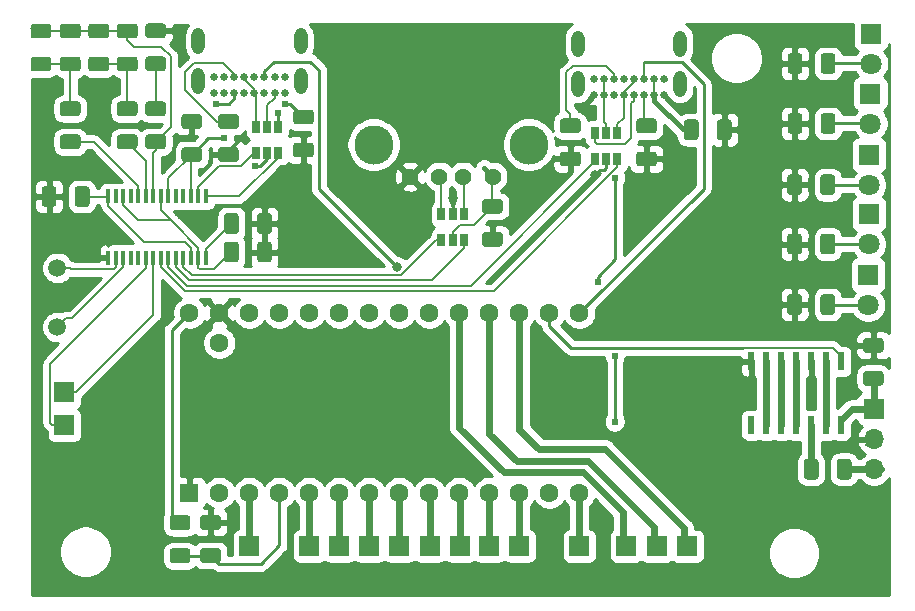
<source format=gtl>
G04 #@! TF.GenerationSoftware,KiCad,Pcbnew,(5.1.6)-1*
G04 #@! TF.CreationDate,2021-03-14T20:25:08+01:00*
G04 #@! TF.ProjectId,ErgoDOX_small,4572676f-444f-4585-9f73-6d616c6c2e6b,rev?*
G04 #@! TF.SameCoordinates,Original*
G04 #@! TF.FileFunction,Copper,L1,Top*
G04 #@! TF.FilePolarity,Positive*
%FSLAX46Y46*%
G04 Gerber Fmt 4.6, Leading zero omitted, Abs format (unit mm)*
G04 Created by KiCad (PCBNEW (5.1.6)-1) date 2021-03-14 20:25:08*
%MOMM*%
%LPD*%
G01*
G04 APERTURE LIST*
G04 #@! TA.AperFunction,SMDPad,CuDef*
%ADD10R,0.650000X1.060000*%
G04 #@! TD*
G04 #@! TA.AperFunction,SMDPad,CuDef*
%ADD11R,0.400000X1.200000*%
G04 #@! TD*
G04 #@! TA.AperFunction,ComponentPad*
%ADD12R,1.700000X1.700000*%
G04 #@! TD*
G04 #@! TA.AperFunction,ComponentPad*
%ADD13C,1.600000*%
G04 #@! TD*
G04 #@! TA.AperFunction,ComponentPad*
%ADD14R,1.600000X1.600000*%
G04 #@! TD*
G04 #@! TA.AperFunction,ComponentPad*
%ADD15O,1.108000X2.216000*%
G04 #@! TD*
G04 #@! TA.AperFunction,ComponentPad*
%ADD16C,0.650000*%
G04 #@! TD*
G04 #@! TA.AperFunction,ComponentPad*
%ADD17O,1.700000X1.700000*%
G04 #@! TD*
G04 #@! TA.AperFunction,ComponentPad*
%ADD18C,1.500000*%
G04 #@! TD*
G04 #@! TA.AperFunction,ComponentPad*
%ADD19R,1.800000X1.800000*%
G04 #@! TD*
G04 #@! TA.AperFunction,ComponentPad*
%ADD20C,1.800000*%
G04 #@! TD*
G04 #@! TA.AperFunction,SMDPad,CuDef*
%ADD21R,0.600000X1.500000*%
G04 #@! TD*
G04 #@! TA.AperFunction,ComponentPad*
%ADD22C,3.316000*%
G04 #@! TD*
G04 #@! TA.AperFunction,ComponentPad*
%ADD23C,1.428000*%
G04 #@! TD*
G04 #@! TA.AperFunction,ViaPad*
%ADD24C,0.609600*%
G04 #@! TD*
G04 #@! TA.AperFunction,ViaPad*
%ADD25C,0.812800*%
G04 #@! TD*
G04 #@! TA.AperFunction,Conductor*
%ADD26C,0.609600*%
G04 #@! TD*
G04 #@! TA.AperFunction,Conductor*
%ADD27C,0.203200*%
G04 #@! TD*
G04 #@! TA.AperFunction,Conductor*
%ADD28C,0.152400*%
G04 #@! TD*
G04 #@! TA.AperFunction,Conductor*
%ADD29C,0.254000*%
G04 #@! TD*
G04 #@! TA.AperFunction,Conductor*
%ADD30C,0.600000*%
G04 #@! TD*
G04 #@! TA.AperFunction,Conductor*
%ADD31C,0.406400*%
G04 #@! TD*
G04 APERTURE END LIST*
G04 #@! TA.AperFunction,SMDPad,CuDef*
G36*
G01*
X72805280Y-72394589D02*
X74055280Y-72394589D01*
G75*
G02*
X74305280Y-72644589I0J-250000D01*
G01*
X74305280Y-73394589D01*
G75*
G02*
X74055280Y-73644589I-250000J0D01*
G01*
X72805280Y-73644589D01*
G75*
G02*
X72555280Y-73394589I0J250000D01*
G01*
X72555280Y-72644589D01*
G75*
G02*
X72805280Y-72394589I250000J0D01*
G01*
G37*
G04 #@! TD.AperFunction*
G04 #@! TA.AperFunction,SMDPad,CuDef*
G36*
G01*
X72805280Y-75194589D02*
X74055280Y-75194589D01*
G75*
G02*
X74305280Y-75444589I0J-250000D01*
G01*
X74305280Y-76194589D01*
G75*
G02*
X74055280Y-76444589I-250000J0D01*
G01*
X72805280Y-76444589D01*
G75*
G02*
X72555280Y-76194589I0J250000D01*
G01*
X72555280Y-75444589D01*
G75*
G02*
X72805280Y-75194589I250000J0D01*
G01*
G37*
G04 #@! TD.AperFunction*
G04 #@! TA.AperFunction,SMDPad,CuDef*
G36*
G01*
X75396080Y-72372189D02*
X76646080Y-72372189D01*
G75*
G02*
X76896080Y-72622189I0J-250000D01*
G01*
X76896080Y-73372189D01*
G75*
G02*
X76646080Y-73622189I-250000J0D01*
G01*
X75396080Y-73622189D01*
G75*
G02*
X75146080Y-73372189I0J250000D01*
G01*
X75146080Y-72622189D01*
G75*
G02*
X75396080Y-72372189I250000J0D01*
G01*
G37*
G04 #@! TD.AperFunction*
G04 #@! TA.AperFunction,SMDPad,CuDef*
G36*
G01*
X75396080Y-75172189D02*
X76646080Y-75172189D01*
G75*
G02*
X76896080Y-75422189I0J-250000D01*
G01*
X76896080Y-76172189D01*
G75*
G02*
X76646080Y-76422189I-250000J0D01*
G01*
X75396080Y-76422189D01*
G75*
G02*
X75146080Y-76172189I0J250000D01*
G01*
X75146080Y-75422189D01*
G75*
G02*
X75396080Y-75172189I250000J0D01*
G01*
G37*
G04 #@! TD.AperFunction*
D10*
X97470000Y-46906000D03*
X96520000Y-46906000D03*
X95570000Y-46906000D03*
X95570000Y-49106000D03*
X97470000Y-49106000D03*
X96520000Y-49106000D03*
G04 #@! TA.AperFunction,SMDPad,CuDef*
G36*
G01*
X75047000Y-39674500D02*
X73797000Y-39674500D01*
G75*
G02*
X73547000Y-39424500I0J250000D01*
G01*
X73547000Y-38674500D01*
G75*
G02*
X73797000Y-38424500I250000J0D01*
G01*
X75047000Y-38424500D01*
G75*
G02*
X75297000Y-38674500I0J-250000D01*
G01*
X75297000Y-39424500D01*
G75*
G02*
X75047000Y-39674500I-250000J0D01*
G01*
G37*
G04 #@! TD.AperFunction*
G04 #@! TA.AperFunction,SMDPad,CuDef*
G36*
G01*
X75047000Y-42474500D02*
X73797000Y-42474500D01*
G75*
G02*
X73547000Y-42224500I0J250000D01*
G01*
X73547000Y-41474500D01*
G75*
G02*
X73797000Y-41224500I250000J0D01*
G01*
X75047000Y-41224500D01*
G75*
G02*
X75297000Y-41474500I0J-250000D01*
G01*
X75297000Y-42224500D01*
G75*
G02*
X75047000Y-42474500I-250000J0D01*
G01*
G37*
G04 #@! TD.AperFunction*
D11*
X67374675Y-50583866D03*
X68009675Y-50583866D03*
X68644675Y-50583866D03*
X69279675Y-50583866D03*
X69914675Y-50583866D03*
X70549675Y-50583866D03*
X71184675Y-50583866D03*
X71819675Y-50583866D03*
X72454675Y-50583866D03*
X73089675Y-50583866D03*
X73724675Y-50583866D03*
X74359675Y-50583866D03*
X74994675Y-50583866D03*
X75629675Y-50583866D03*
X75629675Y-45383866D03*
X74994675Y-45383866D03*
X74359675Y-45383866D03*
X73724675Y-45383866D03*
X73089675Y-45383866D03*
X72454675Y-45383866D03*
X71819675Y-45383866D03*
X71184675Y-45383866D03*
X70549675Y-45383866D03*
X69914675Y-45383866D03*
X69279675Y-45383866D03*
X68644675Y-45383866D03*
X68009675Y-45383866D03*
X67374675Y-45383866D03*
D12*
X63639700Y-61976000D03*
D13*
X107251500Y-55245000D03*
X107251500Y-70485000D03*
X104711500Y-55245000D03*
X102171500Y-55245000D03*
X99631500Y-55245000D03*
X97091500Y-55245000D03*
X94551500Y-55245000D03*
X92011500Y-55245000D03*
X89471500Y-55245000D03*
X86931500Y-55245000D03*
X84391500Y-55245000D03*
X81851500Y-55245000D03*
X79311500Y-55245000D03*
X76771500Y-55245000D03*
X74231500Y-55245000D03*
X76771500Y-57785000D03*
X104711500Y-70485000D03*
X102171500Y-70485000D03*
X99631500Y-70485000D03*
X97091500Y-70485000D03*
X94551500Y-70485000D03*
X92011500Y-70485000D03*
X89471500Y-70485000D03*
X86931500Y-70485000D03*
X84391500Y-70485000D03*
X81851500Y-70485000D03*
X79311500Y-70485000D03*
X76771500Y-70485000D03*
D14*
X74231500Y-70485000D03*
G04 #@! TA.AperFunction,SMDPad,CuDef*
G36*
G01*
X65776000Y-44777500D02*
X65776000Y-46027500D01*
G75*
G02*
X65526000Y-46277500I-250000J0D01*
G01*
X64776000Y-46277500D01*
G75*
G02*
X64526000Y-46027500I0J250000D01*
G01*
X64526000Y-44777500D01*
G75*
G02*
X64776000Y-44527500I250000J0D01*
G01*
X65526000Y-44527500D01*
G75*
G02*
X65776000Y-44777500I0J-250000D01*
G01*
G37*
G04 #@! TD.AperFunction*
G04 #@! TA.AperFunction,SMDPad,CuDef*
G36*
G01*
X62976000Y-44777500D02*
X62976000Y-46027500D01*
G75*
G02*
X62726000Y-46277500I-250000J0D01*
G01*
X61976000Y-46277500D01*
G75*
G02*
X61726000Y-46027500I0J250000D01*
G01*
X61726000Y-44777500D01*
G75*
G02*
X61976000Y-44527500I250000J0D01*
G01*
X62726000Y-44527500D01*
G75*
G02*
X62976000Y-44777500I0J-250000D01*
G01*
G37*
G04 #@! TD.AperFunction*
G04 #@! TA.AperFunction,SMDPad,CuDef*
G36*
G01*
X100510500Y-49653000D02*
X99260500Y-49653000D01*
G75*
G02*
X99010500Y-49403000I0J250000D01*
G01*
X99010500Y-48653000D01*
G75*
G02*
X99260500Y-48403000I250000J0D01*
G01*
X100510500Y-48403000D01*
G75*
G02*
X100760500Y-48653000I0J-250000D01*
G01*
X100760500Y-49403000D01*
G75*
G02*
X100510500Y-49653000I-250000J0D01*
G01*
G37*
G04 #@! TD.AperFunction*
G04 #@! TA.AperFunction,SMDPad,CuDef*
G36*
G01*
X100510500Y-46853000D02*
X99260500Y-46853000D01*
G75*
G02*
X99010500Y-46603000I0J250000D01*
G01*
X99010500Y-45853000D01*
G75*
G02*
X99260500Y-45603000I250000J0D01*
G01*
X100510500Y-45603000D01*
G75*
G02*
X100760500Y-45853000I0J-250000D01*
G01*
X100760500Y-46603000D01*
G75*
G02*
X100510500Y-46853000I-250000J0D01*
G01*
G37*
G04 #@! TD.AperFunction*
G04 #@! TA.AperFunction,SMDPad,CuDef*
G36*
G01*
X117335000Y-39126000D02*
X117335000Y-40376000D01*
G75*
G02*
X117085000Y-40626000I-250000J0D01*
G01*
X116335000Y-40626000D01*
G75*
G02*
X116085000Y-40376000I0J250000D01*
G01*
X116085000Y-39126000D01*
G75*
G02*
X116335000Y-38876000I250000J0D01*
G01*
X117085000Y-38876000D01*
G75*
G02*
X117335000Y-39126000I0J-250000D01*
G01*
G37*
G04 #@! TD.AperFunction*
G04 #@! TA.AperFunction,SMDPad,CuDef*
G36*
G01*
X120135000Y-39126000D02*
X120135000Y-40376000D01*
G75*
G02*
X119885000Y-40626000I-250000J0D01*
G01*
X119135000Y-40626000D01*
G75*
G02*
X118885000Y-40376000I0J250000D01*
G01*
X118885000Y-39126000D01*
G75*
G02*
X119135000Y-38876000I250000J0D01*
G01*
X119885000Y-38876000D01*
G75*
G02*
X120135000Y-39126000I0J-250000D01*
G01*
G37*
G04 #@! TD.AperFunction*
G04 #@! TA.AperFunction,SMDPad,CuDef*
G36*
G01*
X132755800Y-61422900D02*
X131505800Y-61422900D01*
G75*
G02*
X131255800Y-61172900I0J250000D01*
G01*
X131255800Y-60422900D01*
G75*
G02*
X131505800Y-60172900I250000J0D01*
G01*
X132755800Y-60172900D01*
G75*
G02*
X133005800Y-60422900I0J-250000D01*
G01*
X133005800Y-61172900D01*
G75*
G02*
X132755800Y-61422900I-250000J0D01*
G01*
G37*
G04 #@! TD.AperFunction*
G04 #@! TA.AperFunction,SMDPad,CuDef*
G36*
G01*
X132755800Y-58622900D02*
X131505800Y-58622900D01*
G75*
G02*
X131255800Y-58372900I0J250000D01*
G01*
X131255800Y-57622900D01*
G75*
G02*
X131505800Y-57372900I250000J0D01*
G01*
X132755800Y-57372900D01*
G75*
G02*
X133005800Y-57622900I0J-250000D01*
G01*
X133005800Y-58372900D01*
G75*
G02*
X132755800Y-58622900I-250000J0D01*
G01*
G37*
G04 #@! TD.AperFunction*
D12*
X97155000Y-74993500D03*
X94589600Y-74993500D03*
X92011500Y-74993500D03*
X102171500Y-74993500D03*
X86931500Y-74993500D03*
X84391500Y-75000000D03*
X79311500Y-75000000D03*
X116382800Y-75000000D03*
X113792000Y-75000000D03*
X111201200Y-75000000D03*
X107238800Y-75000000D03*
X99631500Y-74993500D03*
X89471500Y-74993500D03*
D15*
X115754800Y-32456400D03*
X107104800Y-32456400D03*
X107104800Y-35836400D03*
X115754800Y-35836400D03*
D16*
X114404800Y-35466400D03*
X113554800Y-35466400D03*
X112704800Y-35466400D03*
X111854800Y-35466400D03*
X111004800Y-35466400D03*
X110154800Y-35466400D03*
X109304800Y-35466400D03*
X108454800Y-35466400D03*
X108454800Y-36816400D03*
X109304800Y-36816400D03*
X110154800Y-36816400D03*
X111004800Y-36816400D03*
X111854800Y-36816400D03*
X112704800Y-36816400D03*
X113554800Y-36816400D03*
X114404800Y-36816400D03*
D12*
X63639700Y-64770000D03*
G04 #@! TA.AperFunction,SMDPad,CuDef*
G36*
G01*
X77159500Y-50726500D02*
X77159500Y-49476500D01*
G75*
G02*
X77409500Y-49226500I250000J0D01*
G01*
X78159500Y-49226500D01*
G75*
G02*
X78409500Y-49476500I0J-250000D01*
G01*
X78409500Y-50726500D01*
G75*
G02*
X78159500Y-50976500I-250000J0D01*
G01*
X77409500Y-50976500D01*
G75*
G02*
X77159500Y-50726500I0J250000D01*
G01*
G37*
G04 #@! TD.AperFunction*
G04 #@! TA.AperFunction,SMDPad,CuDef*
G36*
G01*
X79959500Y-50726500D02*
X79959500Y-49476500D01*
G75*
G02*
X80209500Y-49226500I250000J0D01*
G01*
X80959500Y-49226500D01*
G75*
G02*
X81209500Y-49476500I0J-250000D01*
G01*
X81209500Y-50726500D01*
G75*
G02*
X80959500Y-50976500I-250000J0D01*
G01*
X80209500Y-50976500D01*
G75*
G02*
X79959500Y-50726500I0J250000D01*
G01*
G37*
G04 #@! TD.AperFunction*
X132181600Y-63411100D03*
D17*
X132181600Y-65951100D03*
X132181600Y-68491100D03*
D18*
X63055500Y-56451500D03*
X63055500Y-51451500D03*
G04 #@! TA.AperFunction,SMDPad,CuDef*
G36*
G01*
X68340541Y-30763094D02*
X69590541Y-30763094D01*
G75*
G02*
X69840541Y-31013094I0J-250000D01*
G01*
X69840541Y-31763094D01*
G75*
G02*
X69590541Y-32013094I-250000J0D01*
G01*
X68340541Y-32013094D01*
G75*
G02*
X68090541Y-31763094I0J250000D01*
G01*
X68090541Y-31013094D01*
G75*
G02*
X68340541Y-30763094I250000J0D01*
G01*
G37*
G04 #@! TD.AperFunction*
G04 #@! TA.AperFunction,SMDPad,CuDef*
G36*
G01*
X68340541Y-33563094D02*
X69590541Y-33563094D01*
G75*
G02*
X69840541Y-33813094I0J-250000D01*
G01*
X69840541Y-34563094D01*
G75*
G02*
X69590541Y-34813094I-250000J0D01*
G01*
X68340541Y-34813094D01*
G75*
G02*
X68090541Y-34563094I0J250000D01*
G01*
X68090541Y-33813094D01*
G75*
G02*
X68340541Y-33563094I250000J0D01*
G01*
G37*
G04 #@! TD.AperFunction*
G04 #@! TA.AperFunction,SMDPad,CuDef*
G36*
G01*
X67177541Y-32013094D02*
X65927541Y-32013094D01*
G75*
G02*
X65677541Y-31763094I0J250000D01*
G01*
X65677541Y-31013094D01*
G75*
G02*
X65927541Y-30763094I250000J0D01*
G01*
X67177541Y-30763094D01*
G75*
G02*
X67427541Y-31013094I0J-250000D01*
G01*
X67427541Y-31763094D01*
G75*
G02*
X67177541Y-32013094I-250000J0D01*
G01*
G37*
G04 #@! TD.AperFunction*
G04 #@! TA.AperFunction,SMDPad,CuDef*
G36*
G01*
X67177541Y-34813094D02*
X65927541Y-34813094D01*
G75*
G02*
X65677541Y-34563094I0J250000D01*
G01*
X65677541Y-33813094D01*
G75*
G02*
X65927541Y-33563094I250000J0D01*
G01*
X67177541Y-33563094D01*
G75*
G02*
X67427541Y-33813094I0J-250000D01*
G01*
X67427541Y-34563094D01*
G75*
G02*
X67177541Y-34813094I-250000J0D01*
G01*
G37*
G04 #@! TD.AperFunction*
G04 #@! TA.AperFunction,SMDPad,CuDef*
G36*
G01*
X63514541Y-30763094D02*
X64764541Y-30763094D01*
G75*
G02*
X65014541Y-31013094I0J-250000D01*
G01*
X65014541Y-31763094D01*
G75*
G02*
X64764541Y-32013094I-250000J0D01*
G01*
X63514541Y-32013094D01*
G75*
G02*
X63264541Y-31763094I0J250000D01*
G01*
X63264541Y-31013094D01*
G75*
G02*
X63514541Y-30763094I250000J0D01*
G01*
G37*
G04 #@! TD.AperFunction*
G04 #@! TA.AperFunction,SMDPad,CuDef*
G36*
G01*
X63514541Y-33563094D02*
X64764541Y-33563094D01*
G75*
G02*
X65014541Y-33813094I0J-250000D01*
G01*
X65014541Y-34563094D01*
G75*
G02*
X64764541Y-34813094I-250000J0D01*
G01*
X63514541Y-34813094D01*
G75*
G02*
X63264541Y-34563094I0J250000D01*
G01*
X63264541Y-33813094D01*
G75*
G02*
X63514541Y-33563094I250000J0D01*
G01*
G37*
G04 #@! TD.AperFunction*
G04 #@! TA.AperFunction,SMDPad,CuDef*
G36*
G01*
X62288041Y-32013094D02*
X61038041Y-32013094D01*
G75*
G02*
X60788041Y-31763094I0J250000D01*
G01*
X60788041Y-31013094D01*
G75*
G02*
X61038041Y-30763094I250000J0D01*
G01*
X62288041Y-30763094D01*
G75*
G02*
X62538041Y-31013094I0J-250000D01*
G01*
X62538041Y-31763094D01*
G75*
G02*
X62288041Y-32013094I-250000J0D01*
G01*
G37*
G04 #@! TD.AperFunction*
G04 #@! TA.AperFunction,SMDPad,CuDef*
G36*
G01*
X62288041Y-34813094D02*
X61038041Y-34813094D01*
G75*
G02*
X60788041Y-34563094I0J250000D01*
G01*
X60788041Y-33813094D01*
G75*
G02*
X61038041Y-33563094I250000J0D01*
G01*
X62288041Y-33563094D01*
G75*
G02*
X62538041Y-33813094I0J-250000D01*
G01*
X62538041Y-34563094D01*
G75*
G02*
X62288041Y-34813094I-250000J0D01*
G01*
G37*
G04 #@! TD.AperFunction*
G04 #@! TA.AperFunction,SMDPad,CuDef*
G36*
G01*
X70749000Y-30741000D02*
X71999000Y-30741000D01*
G75*
G02*
X72249000Y-30991000I0J-250000D01*
G01*
X72249000Y-31741000D01*
G75*
G02*
X71999000Y-31991000I-250000J0D01*
G01*
X70749000Y-31991000D01*
G75*
G02*
X70499000Y-31741000I0J250000D01*
G01*
X70499000Y-30991000D01*
G75*
G02*
X70749000Y-30741000I250000J0D01*
G01*
G37*
G04 #@! TD.AperFunction*
G04 #@! TA.AperFunction,SMDPad,CuDef*
G36*
G01*
X70749000Y-33541000D02*
X71999000Y-33541000D01*
G75*
G02*
X72249000Y-33791000I0J-250000D01*
G01*
X72249000Y-34541000D01*
G75*
G02*
X71999000Y-34791000I-250000J0D01*
G01*
X70749000Y-34791000D01*
G75*
G02*
X70499000Y-34541000I0J250000D01*
G01*
X70499000Y-33791000D01*
G75*
G02*
X70749000Y-33541000I250000J0D01*
G01*
G37*
G04 #@! TD.AperFunction*
D19*
X131762500Y-46902737D03*
D20*
X131762500Y-49442737D03*
X131953000Y-34139237D03*
D19*
X131953000Y-31599237D03*
X131762500Y-41886237D03*
D20*
X131762500Y-44426237D03*
X131699000Y-54586237D03*
D19*
X131699000Y-52046237D03*
X131889500Y-36679237D03*
D20*
X131889500Y-39219237D03*
D21*
X129420114Y-59368455D03*
X128150114Y-59368455D03*
X126880114Y-59368455D03*
X125610114Y-59368455D03*
X124340114Y-59368455D03*
X123070114Y-59368455D03*
X121800114Y-59368455D03*
X121800114Y-64768455D03*
X123070114Y-64768455D03*
X124340114Y-64768455D03*
X125610114Y-64768455D03*
X126880114Y-64768455D03*
X128150114Y-64768455D03*
X129420114Y-64768455D03*
D10*
X79872800Y-41689200D03*
X80822800Y-41689200D03*
X81772800Y-41689200D03*
X81772800Y-39489200D03*
X79872800Y-39489200D03*
X80822800Y-39489200D03*
X109524800Y-40022600D03*
X108574800Y-40022600D03*
X110474800Y-40022600D03*
X110474800Y-42222600D03*
X109524800Y-42222600D03*
X108574800Y-42222600D03*
G04 #@! TA.AperFunction,SMDPad,CuDef*
G36*
G01*
X68336000Y-40148000D02*
X69586000Y-40148000D01*
G75*
G02*
X69836000Y-40398000I0J-250000D01*
G01*
X69836000Y-41148000D01*
G75*
G02*
X69586000Y-41398000I-250000J0D01*
G01*
X68336000Y-41398000D01*
G75*
G02*
X68086000Y-41148000I0J250000D01*
G01*
X68086000Y-40398000D01*
G75*
G02*
X68336000Y-40148000I250000J0D01*
G01*
G37*
G04 #@! TD.AperFunction*
G04 #@! TA.AperFunction,SMDPad,CuDef*
G36*
G01*
X68336000Y-37348000D02*
X69586000Y-37348000D01*
G75*
G02*
X69836000Y-37598000I0J-250000D01*
G01*
X69836000Y-38348000D01*
G75*
G02*
X69586000Y-38598000I-250000J0D01*
G01*
X68336000Y-38598000D01*
G75*
G02*
X68086000Y-38348000I0J250000D01*
G01*
X68086000Y-37598000D01*
G75*
G02*
X68336000Y-37348000I250000J0D01*
G01*
G37*
G04 #@! TD.AperFunction*
G04 #@! TA.AperFunction,SMDPad,CuDef*
G36*
G01*
X83258500Y-38046500D02*
X84508500Y-38046500D01*
G75*
G02*
X84758500Y-38296500I0J-250000D01*
G01*
X84758500Y-39046500D01*
G75*
G02*
X84508500Y-39296500I-250000J0D01*
G01*
X83258500Y-39296500D01*
G75*
G02*
X83008500Y-39046500I0J250000D01*
G01*
X83008500Y-38296500D01*
G75*
G02*
X83258500Y-38046500I250000J0D01*
G01*
G37*
G04 #@! TD.AperFunction*
G04 #@! TA.AperFunction,SMDPad,CuDef*
G36*
G01*
X83258500Y-40846498D02*
X84508500Y-40846498D01*
G75*
G02*
X84758500Y-41096498I0J-250000D01*
G01*
X84758500Y-41846498D01*
G75*
G02*
X84508500Y-42096498I-250000J0D01*
G01*
X83258500Y-42096498D01*
G75*
G02*
X83008500Y-41846498I0J250000D01*
G01*
X83008500Y-41096498D01*
G75*
G02*
X83258500Y-40846498I250000J0D01*
G01*
G37*
G04 #@! TD.AperFunction*
G04 #@! TA.AperFunction,SMDPad,CuDef*
G36*
G01*
X70749000Y-40145000D02*
X71999000Y-40145000D01*
G75*
G02*
X72249000Y-40395000I0J-250000D01*
G01*
X72249000Y-41145000D01*
G75*
G02*
X71999000Y-41395000I-250000J0D01*
G01*
X70749000Y-41395000D01*
G75*
G02*
X70499000Y-41145000I0J250000D01*
G01*
X70499000Y-40395000D01*
G75*
G02*
X70749000Y-40145000I250000J0D01*
G01*
G37*
G04 #@! TD.AperFunction*
G04 #@! TA.AperFunction,SMDPad,CuDef*
G36*
G01*
X70749000Y-37345000D02*
X71999000Y-37345000D01*
G75*
G02*
X72249000Y-37595000I0J-250000D01*
G01*
X72249000Y-38345000D01*
G75*
G02*
X71999000Y-38595000I-250000J0D01*
G01*
X70749000Y-38595000D01*
G75*
G02*
X70499000Y-38345000I0J250000D01*
G01*
X70499000Y-37595000D01*
G75*
G02*
X70749000Y-37345000I250000J0D01*
G01*
G37*
G04 #@! TD.AperFunction*
G04 #@! TA.AperFunction,SMDPad,CuDef*
G36*
G01*
X76908500Y-38424501D02*
X78158500Y-38424501D01*
G75*
G02*
X78408500Y-38674501I0J-250000D01*
G01*
X78408500Y-39424501D01*
G75*
G02*
X78158500Y-39674501I-250000J0D01*
G01*
X76908500Y-39674501D01*
G75*
G02*
X76658500Y-39424501I0J250000D01*
G01*
X76658500Y-38674501D01*
G75*
G02*
X76908500Y-38424501I250000J0D01*
G01*
G37*
G04 #@! TD.AperFunction*
G04 #@! TA.AperFunction,SMDPad,CuDef*
G36*
G01*
X76908500Y-41224499D02*
X78158500Y-41224499D01*
G75*
G02*
X78408500Y-41474499I0J-250000D01*
G01*
X78408500Y-42224499D01*
G75*
G02*
X78158500Y-42474499I-250000J0D01*
G01*
X76908500Y-42474499D01*
G75*
G02*
X76658500Y-42224499I0J250000D01*
G01*
X76658500Y-41474499D01*
G75*
G02*
X76908500Y-41224499I250000J0D01*
G01*
G37*
G04 #@! TD.AperFunction*
G04 #@! TA.AperFunction,SMDPad,CuDef*
G36*
G01*
X112303400Y-41592800D02*
X113553400Y-41592800D01*
G75*
G02*
X113803400Y-41842800I0J-250000D01*
G01*
X113803400Y-42592800D01*
G75*
G02*
X113553400Y-42842800I-250000J0D01*
G01*
X112303400Y-42842800D01*
G75*
G02*
X112053400Y-42592800I0J250000D01*
G01*
X112053400Y-41842800D01*
G75*
G02*
X112303400Y-41592800I250000J0D01*
G01*
G37*
G04 #@! TD.AperFunction*
G04 #@! TA.AperFunction,SMDPad,CuDef*
G36*
G01*
X112303400Y-38792800D02*
X113553400Y-38792800D01*
G75*
G02*
X113803400Y-39042800I0J-250000D01*
G01*
X113803400Y-39792800D01*
G75*
G02*
X113553400Y-40042800I-250000J0D01*
G01*
X112303400Y-40042800D01*
G75*
G02*
X112053400Y-39792800I0J250000D01*
G01*
X112053400Y-39042800D01*
G75*
G02*
X112303400Y-38792800I250000J0D01*
G01*
G37*
G04 #@! TD.AperFunction*
G04 #@! TA.AperFunction,SMDPad,CuDef*
G36*
G01*
X105851800Y-38792800D02*
X107101800Y-38792800D01*
G75*
G02*
X107351800Y-39042800I0J-250000D01*
G01*
X107351800Y-39792800D01*
G75*
G02*
X107101800Y-40042800I-250000J0D01*
G01*
X105851800Y-40042800D01*
G75*
G02*
X105601800Y-39792800I0J250000D01*
G01*
X105601800Y-39042800D01*
G75*
G02*
X105851800Y-38792800I250000J0D01*
G01*
G37*
G04 #@! TD.AperFunction*
G04 #@! TA.AperFunction,SMDPad,CuDef*
G36*
G01*
X105851800Y-41592800D02*
X107101800Y-41592800D01*
G75*
G02*
X107351800Y-41842800I0J-250000D01*
G01*
X107351800Y-42592800D01*
G75*
G02*
X107101800Y-42842800I-250000J0D01*
G01*
X105851800Y-42842800D01*
G75*
G02*
X105601800Y-42592800I0J250000D01*
G01*
X105601800Y-41842800D01*
G75*
G02*
X105851800Y-41592800I250000J0D01*
G01*
G37*
G04 #@! TD.AperFunction*
G04 #@! TA.AperFunction,SMDPad,CuDef*
G36*
G01*
X79959500Y-48313500D02*
X79959500Y-47063500D01*
G75*
G02*
X80209500Y-46813500I250000J0D01*
G01*
X80959500Y-46813500D01*
G75*
G02*
X81209500Y-47063500I0J-250000D01*
G01*
X81209500Y-48313500D01*
G75*
G02*
X80959500Y-48563500I-250000J0D01*
G01*
X80209500Y-48563500D01*
G75*
G02*
X79959500Y-48313500I0J250000D01*
G01*
G37*
G04 #@! TD.AperFunction*
G04 #@! TA.AperFunction,SMDPad,CuDef*
G36*
G01*
X77159500Y-48313500D02*
X77159500Y-47063500D01*
G75*
G02*
X77409500Y-46813500I250000J0D01*
G01*
X78159500Y-46813500D01*
G75*
G02*
X78409500Y-47063500I0J-250000D01*
G01*
X78409500Y-48313500D01*
G75*
G02*
X78159500Y-48563500I-250000J0D01*
G01*
X77409500Y-48563500D01*
G75*
G02*
X77159500Y-48313500I0J250000D01*
G01*
G37*
G04 #@! TD.AperFunction*
G04 #@! TA.AperFunction,SMDPad,CuDef*
G36*
G01*
X63510000Y-37345000D02*
X64760000Y-37345000D01*
G75*
G02*
X65010000Y-37595000I0J-250000D01*
G01*
X65010000Y-38345000D01*
G75*
G02*
X64760000Y-38595000I-250000J0D01*
G01*
X63510000Y-38595000D01*
G75*
G02*
X63260000Y-38345000I0J250000D01*
G01*
X63260000Y-37595000D01*
G75*
G02*
X63510000Y-37345000I250000J0D01*
G01*
G37*
G04 #@! TD.AperFunction*
G04 #@! TA.AperFunction,SMDPad,CuDef*
G36*
G01*
X63510000Y-40145000D02*
X64760000Y-40145000D01*
G75*
G02*
X65010000Y-40395000I0J-250000D01*
G01*
X65010000Y-41145000D01*
G75*
G02*
X64760000Y-41395000I-250000J0D01*
G01*
X63510000Y-41395000D01*
G75*
G02*
X63260000Y-41145000I0J250000D01*
G01*
X63260000Y-40395000D01*
G75*
G02*
X63510000Y-40145000I250000J0D01*
G01*
G37*
G04 #@! TD.AperFunction*
G04 #@! TA.AperFunction,SMDPad,CuDef*
G36*
G01*
X127495000Y-67866100D02*
X127495000Y-69116100D01*
G75*
G02*
X127245000Y-69366100I-250000J0D01*
G01*
X126495000Y-69366100D01*
G75*
G02*
X126245000Y-69116100I0J250000D01*
G01*
X126245000Y-67866100D01*
G75*
G02*
X126495000Y-67616100I250000J0D01*
G01*
X127245000Y-67616100D01*
G75*
G02*
X127495000Y-67866100I0J-250000D01*
G01*
G37*
G04 #@! TD.AperFunction*
G04 #@! TA.AperFunction,SMDPad,CuDef*
G36*
G01*
X130295000Y-67866100D02*
X130295000Y-69116100D01*
G75*
G02*
X130045000Y-69366100I-250000J0D01*
G01*
X129295000Y-69366100D01*
G75*
G02*
X129045000Y-69116100I0J250000D01*
G01*
X129045000Y-67866100D01*
G75*
G02*
X129295000Y-67616100I250000J0D01*
G01*
X130045000Y-67616100D01*
G75*
G02*
X130295000Y-67866100I0J-250000D01*
G01*
G37*
G04 #@! TD.AperFunction*
G04 #@! TA.AperFunction,SMDPad,CuDef*
G36*
G01*
X128923400Y-33512600D02*
X128923400Y-34762600D01*
G75*
G02*
X128673400Y-35012600I-250000J0D01*
G01*
X127923400Y-35012600D01*
G75*
G02*
X127673400Y-34762600I0J250000D01*
G01*
X127673400Y-33512600D01*
G75*
G02*
X127923400Y-33262600I250000J0D01*
G01*
X128673400Y-33262600D01*
G75*
G02*
X128923400Y-33512600I0J-250000D01*
G01*
G37*
G04 #@! TD.AperFunction*
G04 #@! TA.AperFunction,SMDPad,CuDef*
G36*
G01*
X126123400Y-33512600D02*
X126123400Y-34762600D01*
G75*
G02*
X125873400Y-35012600I-250000J0D01*
G01*
X125123400Y-35012600D01*
G75*
G02*
X124873400Y-34762600I0J250000D01*
G01*
X124873400Y-33512600D01*
G75*
G02*
X125123400Y-33262600I250000J0D01*
G01*
X125873400Y-33262600D01*
G75*
G02*
X126123400Y-33512600I0J-250000D01*
G01*
G37*
G04 #@! TD.AperFunction*
G04 #@! TA.AperFunction,SMDPad,CuDef*
G36*
G01*
X126123400Y-38592600D02*
X126123400Y-39842600D01*
G75*
G02*
X125873400Y-40092600I-250000J0D01*
G01*
X125123400Y-40092600D01*
G75*
G02*
X124873400Y-39842600I0J250000D01*
G01*
X124873400Y-38592600D01*
G75*
G02*
X125123400Y-38342600I250000J0D01*
G01*
X125873400Y-38342600D01*
G75*
G02*
X126123400Y-38592600I0J-250000D01*
G01*
G37*
G04 #@! TD.AperFunction*
G04 #@! TA.AperFunction,SMDPad,CuDef*
G36*
G01*
X128923400Y-38592600D02*
X128923400Y-39842600D01*
G75*
G02*
X128673400Y-40092600I-250000J0D01*
G01*
X127923400Y-40092600D01*
G75*
G02*
X127673400Y-39842600I0J250000D01*
G01*
X127673400Y-38592600D01*
G75*
G02*
X127923400Y-38342600I250000J0D01*
G01*
X128673400Y-38342600D01*
G75*
G02*
X128923400Y-38592600I0J-250000D01*
G01*
G37*
G04 #@! TD.AperFunction*
G04 #@! TA.AperFunction,SMDPad,CuDef*
G36*
G01*
X128895000Y-43774200D02*
X128895000Y-45024200D01*
G75*
G02*
X128645000Y-45274200I-250000J0D01*
G01*
X127895000Y-45274200D01*
G75*
G02*
X127645000Y-45024200I0J250000D01*
G01*
X127645000Y-43774200D01*
G75*
G02*
X127895000Y-43524200I250000J0D01*
G01*
X128645000Y-43524200D01*
G75*
G02*
X128895000Y-43774200I0J-250000D01*
G01*
G37*
G04 #@! TD.AperFunction*
G04 #@! TA.AperFunction,SMDPad,CuDef*
G36*
G01*
X126095000Y-43774200D02*
X126095000Y-45024200D01*
G75*
G02*
X125845000Y-45274200I-250000J0D01*
G01*
X125095000Y-45274200D01*
G75*
G02*
X124845000Y-45024200I0J250000D01*
G01*
X124845000Y-43774200D01*
G75*
G02*
X125095000Y-43524200I250000J0D01*
G01*
X125845000Y-43524200D01*
G75*
G02*
X126095000Y-43774200I0J-250000D01*
G01*
G37*
G04 #@! TD.AperFunction*
G04 #@! TA.AperFunction,SMDPad,CuDef*
G36*
G01*
X126095000Y-53921500D02*
X126095000Y-55171500D01*
G75*
G02*
X125845000Y-55421500I-250000J0D01*
G01*
X125095000Y-55421500D01*
G75*
G02*
X124845000Y-55171500I0J250000D01*
G01*
X124845000Y-53921500D01*
G75*
G02*
X125095000Y-53671500I250000J0D01*
G01*
X125845000Y-53671500D01*
G75*
G02*
X126095000Y-53921500I0J-250000D01*
G01*
G37*
G04 #@! TD.AperFunction*
G04 #@! TA.AperFunction,SMDPad,CuDef*
G36*
G01*
X128895000Y-53921500D02*
X128895000Y-55171500D01*
G75*
G02*
X128645000Y-55421500I-250000J0D01*
G01*
X127895000Y-55421500D01*
G75*
G02*
X127645000Y-55171500I0J250000D01*
G01*
X127645000Y-53921500D01*
G75*
G02*
X127895000Y-53671500I250000J0D01*
G01*
X128645000Y-53671500D01*
G75*
G02*
X128895000Y-53921500I0J-250000D01*
G01*
G37*
G04 #@! TD.AperFunction*
G04 #@! TA.AperFunction,SMDPad,CuDef*
G36*
G01*
X128895000Y-48803400D02*
X128895000Y-50053400D01*
G75*
G02*
X128645000Y-50303400I-250000J0D01*
G01*
X127895000Y-50303400D01*
G75*
G02*
X127645000Y-50053400I0J250000D01*
G01*
X127645000Y-48803400D01*
G75*
G02*
X127895000Y-48553400I250000J0D01*
G01*
X128645000Y-48553400D01*
G75*
G02*
X128895000Y-48803400I0J-250000D01*
G01*
G37*
G04 #@! TD.AperFunction*
G04 #@! TA.AperFunction,SMDPad,CuDef*
G36*
G01*
X126095000Y-48803400D02*
X126095000Y-50053400D01*
G75*
G02*
X125845000Y-50303400I-250000J0D01*
G01*
X125095000Y-50303400D01*
G75*
G02*
X124845000Y-50053400I0J250000D01*
G01*
X124845000Y-48803400D01*
G75*
G02*
X125095000Y-48553400I250000J0D01*
G01*
X125845000Y-48553400D01*
G75*
G02*
X126095000Y-48803400I0J-250000D01*
G01*
G37*
G04 #@! TD.AperFunction*
D22*
X102963000Y-40999000D03*
X89823000Y-40999000D03*
D23*
X95393000Y-43709000D03*
X97393000Y-43709000D03*
X92893000Y-43709000D03*
X99893000Y-43709000D03*
D16*
X82286500Y-36600500D03*
X81436500Y-36600500D03*
X80586500Y-36600500D03*
X79736500Y-36600500D03*
X78886500Y-36600500D03*
X78036500Y-36600500D03*
X77186500Y-36600500D03*
X76336500Y-36600500D03*
X76336500Y-35250500D03*
X77186500Y-35250500D03*
X78036500Y-35250500D03*
X78886500Y-35250500D03*
X79736500Y-35250500D03*
X80586500Y-35250500D03*
X81436500Y-35250500D03*
X82286500Y-35250500D03*
D15*
X83636500Y-35620500D03*
X74986500Y-35620500D03*
X74986500Y-32240500D03*
X83636500Y-32240500D03*
D24*
X126847600Y-62649100D03*
D25*
X96520000Y-45516800D03*
X108610400Y-43586400D03*
D24*
X79806800Y-42824400D03*
X78536800Y-40538400D03*
X74371200Y-40335200D03*
X77186500Y-40436800D03*
X82346800Y-37541200D03*
X81737200Y-38303200D03*
X76504800Y-37541200D03*
D25*
X91846400Y-51409600D03*
D24*
X110236000Y-64465200D03*
X110236000Y-58877200D03*
X108813600Y-52628800D03*
X110286800Y-43811434D03*
D26*
X97155000Y-70548500D02*
X97091500Y-70485000D01*
X97155000Y-74993500D02*
X97155000Y-70548500D01*
X94589600Y-70523100D02*
X94551500Y-70485000D01*
X94589600Y-74993500D02*
X94589600Y-70523100D01*
X86931500Y-74993500D02*
X86931500Y-70485000D01*
X84391500Y-75000000D02*
X84391500Y-70485000D01*
X79311500Y-75000000D02*
X79311500Y-70485000D01*
X116078000Y-73470400D02*
X109409600Y-66802000D01*
X116078000Y-74930000D02*
X116078000Y-73470400D01*
X109409600Y-66802000D02*
X103822500Y-66802000D01*
X102171500Y-65151000D02*
X102171500Y-55245000D01*
X103822500Y-66802000D02*
X102171500Y-65151000D01*
X99631500Y-65468500D02*
X99631500Y-55245000D01*
X101955591Y-67792591D02*
X99631500Y-65468500D01*
X107938471Y-67792591D02*
X101955591Y-67792591D01*
X113538000Y-74930000D02*
X113538000Y-73392120D01*
X113538000Y-73392120D02*
X107938471Y-67792591D01*
X97091500Y-64960500D02*
X97091500Y-55245000D01*
X100838000Y-68707000D02*
X97091500Y-64960500D01*
X110959900Y-74930000D02*
X110959900Y-72107190D01*
X107559710Y-68707000D02*
X100838000Y-68707000D01*
X110959900Y-72107190D02*
X107559710Y-68707000D01*
X107238800Y-70497700D02*
X107251500Y-70485000D01*
X107238800Y-75000000D02*
X107238800Y-70497700D01*
X102171500Y-70485000D02*
X102171500Y-74993500D01*
X99631500Y-70485000D02*
X99631500Y-74993500D01*
D27*
X131579114Y-66386455D02*
X131515614Y-66449955D01*
D28*
X80584500Y-49126500D02*
X80584500Y-47688500D01*
X80584500Y-50101500D02*
X80584500Y-49126500D01*
D29*
X96520000Y-46906000D02*
X96520000Y-45516800D01*
X109351399Y-43180001D02*
X109524800Y-43006600D01*
X109524800Y-43006600D02*
X109524800Y-42222600D01*
X109016799Y-43180001D02*
X109351399Y-43180001D01*
X108610400Y-43586400D02*
X109016799Y-43180001D01*
X80822800Y-42239452D02*
X80822800Y-41689200D01*
X80237852Y-42824400D02*
X80822800Y-42239452D01*
X79806800Y-42824400D02*
X80237852Y-42824400D01*
X77533500Y-41541700D02*
X78536800Y-40538400D01*
X77533500Y-41849499D02*
X77533500Y-41541700D01*
D27*
X109304800Y-36816400D02*
X109304800Y-35466400D01*
X113554800Y-36816400D02*
X113554800Y-35466400D01*
X129420114Y-64318455D02*
X129420114Y-64768455D01*
X109304800Y-37276019D02*
X109304800Y-36816400D01*
X109304800Y-39069400D02*
X109304800Y-37276019D01*
X109524800Y-39289400D02*
X109304800Y-39069400D01*
X109524800Y-40022600D02*
X109524800Y-39289400D01*
D30*
X129420114Y-64318455D02*
X130327469Y-63411100D01*
X130327469Y-63411100D02*
X132181600Y-63411100D01*
X132181600Y-61102700D02*
X132029200Y-60950300D01*
X132181600Y-63411100D02*
X132181600Y-61102700D01*
D31*
X113554800Y-37276019D02*
X115978981Y-39700200D01*
X115985000Y-39700200D02*
X116710000Y-39700200D01*
X115978981Y-39700200D02*
X115985000Y-39700200D01*
X113554800Y-36816400D02*
X113554800Y-37276019D01*
D28*
X81436500Y-37060119D02*
X81436500Y-36600500D01*
X80835500Y-39179500D02*
X80835500Y-37661119D01*
X80835500Y-37661119D02*
X81436500Y-37060119D01*
X72454675Y-43816825D02*
X72454675Y-45383866D01*
X74422000Y-41849500D02*
X72454675Y-43816825D01*
X74359675Y-41911825D02*
X74422000Y-41849500D01*
X74359675Y-45383866D02*
X74359675Y-41911825D01*
X99885500Y-43716500D02*
X99893000Y-43709000D01*
X99885500Y-46228000D02*
X99885500Y-43716500D01*
X98296499Y-47817001D02*
X99189790Y-46923710D01*
X99189790Y-46923710D02*
X99885500Y-46228000D01*
X97126599Y-47817001D02*
X98296499Y-47817001D01*
X96520000Y-48423600D02*
X97126599Y-47817001D01*
X96520000Y-49106000D02*
X96520000Y-48423600D01*
D29*
X73431501Y-56044999D02*
X74231500Y-55245000D01*
X72734570Y-56741930D02*
X73431501Y-56044999D01*
X72734570Y-72323879D02*
X72734570Y-56741930D01*
X73430280Y-73019589D02*
X72734570Y-72323879D01*
D31*
X99179001Y-42995001D02*
X99893000Y-43709000D01*
D29*
X75834700Y-40436800D02*
X74422000Y-41849500D01*
X77186500Y-40436800D02*
X75834700Y-40436800D01*
X82753200Y-37541200D02*
X83883500Y-38671500D01*
X82346800Y-37541200D02*
X82753200Y-37541200D01*
D28*
X79736500Y-36295382D02*
X79736500Y-36600500D01*
X78886500Y-35445382D02*
X79736500Y-36295382D01*
X78886500Y-35250500D02*
X78886500Y-35445382D01*
X79885500Y-36749500D02*
X79736500Y-36600500D01*
X79885500Y-39179500D02*
X79885500Y-36749500D01*
D29*
X81772800Y-38338800D02*
X81737200Y-38303200D01*
X81772800Y-39489200D02*
X81772800Y-38338800D01*
X78036500Y-37060119D02*
X78036500Y-36600500D01*
X77555419Y-37541200D02*
X78036500Y-37060119D01*
X76504800Y-37541200D02*
X77555419Y-37541200D01*
D28*
X78036500Y-35055618D02*
X78036500Y-35250500D01*
X77533500Y-39049501D02*
X76539198Y-39049501D01*
X76539198Y-39049501D02*
X73850500Y-36360803D01*
X73850500Y-36360803D02*
X73850500Y-34880197D01*
X73850500Y-34880197D02*
X74599207Y-34131490D01*
X77112372Y-34131490D02*
X78036500Y-35055618D01*
X74599207Y-34131490D02*
X77112372Y-34131490D01*
D29*
X80586500Y-34790881D02*
X81392181Y-33985200D01*
X80586500Y-35250500D02*
X80586500Y-34790881D01*
X81392181Y-33985200D02*
X84480400Y-33985200D01*
X85190310Y-34695110D02*
X84480400Y-33985200D01*
X85190310Y-44753510D02*
X85190310Y-34695110D01*
X91846400Y-51409600D02*
X85190310Y-44753510D01*
D28*
X75057000Y-34943697D02*
X75057000Y-36424303D01*
D29*
X112611601Y-35373201D02*
X112704800Y-35466400D01*
X112611601Y-35103135D02*
X112611601Y-35373201D01*
D27*
X112704800Y-34041000D02*
X112704800Y-35466400D01*
D29*
X117766810Y-44729690D02*
X108051499Y-54445001D01*
X108051499Y-54445001D02*
X107251500Y-55245000D01*
X117766810Y-35900265D02*
X117766810Y-44729690D01*
X115907545Y-34041000D02*
X117766810Y-35900265D01*
X112704800Y-34041000D02*
X115907545Y-34041000D01*
D27*
X111004800Y-36583926D02*
X111004800Y-36816400D01*
X111854800Y-35733926D02*
X111004800Y-36583926D01*
X111854800Y-35466400D02*
X111854800Y-35733926D01*
X111004800Y-38759400D02*
X110474800Y-39289400D01*
X111004800Y-36816400D02*
X111004800Y-38759400D01*
X110474800Y-39289400D02*
X110474800Y-40022600D01*
X108574800Y-40755800D02*
X108574800Y-40022600D01*
X111854800Y-37276019D02*
X111646990Y-37483829D01*
X111854800Y-36816400D02*
X111854800Y-37276019D01*
X111646990Y-37483829D02*
X111646990Y-40436932D01*
X111646990Y-40436932D02*
X111124921Y-40959001D01*
X108778001Y-40959001D02*
X108574800Y-40755800D01*
X111124921Y-40959001D02*
X108778001Y-40959001D01*
X110154800Y-35006781D02*
X110154800Y-35466400D01*
X109470009Y-34321990D02*
X110154800Y-35006781D01*
X106706986Y-34321990D02*
X109470009Y-34321990D01*
X106144390Y-38044214D02*
X106144390Y-34884586D01*
X106144390Y-34884586D02*
X106706986Y-34321990D01*
X106476800Y-38376624D02*
X106144390Y-38044214D01*
X106476800Y-39201900D02*
X106476800Y-38376624D01*
D29*
X110236000Y-64465200D02*
X110236000Y-64034148D01*
X110236000Y-64034148D02*
X110236000Y-58877200D01*
X110236000Y-58877200D02*
X110236000Y-58826400D01*
X110286800Y-50724548D02*
X110286800Y-43811434D01*
X108813600Y-52628800D02*
X108813600Y-52197748D01*
X108813600Y-52197748D02*
X110286800Y-50724548D01*
X110286800Y-43811434D02*
X110286800Y-43811434D01*
D27*
X112699800Y-36821400D02*
X112704800Y-36816400D01*
X112699800Y-38884400D02*
X112699800Y-36821400D01*
D28*
X95567500Y-46903500D02*
X95570000Y-46906000D01*
X95570000Y-43886000D02*
X95393000Y-43709000D01*
X95570000Y-46906000D02*
X95570000Y-43886000D01*
X97470000Y-43786000D02*
X97393000Y-43709000D01*
X97470000Y-46906000D02*
X97470000Y-43786000D01*
D27*
X128713713Y-58212054D02*
X129420114Y-58918455D01*
X129420114Y-58918455D02*
X129420114Y-59368455D01*
D29*
X104711500Y-56376370D02*
X106547184Y-58212054D01*
X104711500Y-55245000D02*
X104711500Y-56376370D01*
X106547184Y-58212054D02*
X121107200Y-58212054D01*
D27*
X120674660Y-58212054D02*
X121107200Y-58212054D01*
X121107200Y-58212054D02*
X128713713Y-58212054D01*
X131699000Y-41822737D02*
X131762500Y-41886237D01*
X131826000Y-36615737D02*
X131889500Y-36679237D01*
D26*
X89471500Y-70485000D02*
X89471500Y-74993500D01*
X92011500Y-74993500D02*
X92011500Y-70485000D01*
D27*
X131635500Y-52109737D02*
X131699000Y-52046237D01*
X126880114Y-65721655D02*
X126880114Y-67018455D01*
X126880114Y-64768455D02*
X126880114Y-65721655D01*
D30*
X126880114Y-68480986D02*
X126870000Y-68491100D01*
X126880114Y-64768455D02*
X126880114Y-68480986D01*
X129670000Y-68491100D02*
X132791200Y-68491100D01*
D28*
X61663041Y-34188094D02*
X64139541Y-34188094D01*
X64139541Y-37965459D02*
X64135000Y-37970000D01*
X64139541Y-34188094D02*
X64139541Y-37965459D01*
X69914675Y-44631466D02*
X69914675Y-45383866D01*
X66151611Y-40770000D02*
X69914675Y-44533064D01*
X69914675Y-44533064D02*
X69914675Y-44631466D01*
X64135000Y-40770000D02*
X66151611Y-40770000D01*
X77088790Y-48384210D02*
X77784500Y-47688500D01*
X75629675Y-49843325D02*
X77088790Y-48384210D01*
X75629675Y-50583866D02*
X75629675Y-49843325D01*
D27*
X62275541Y-31134094D02*
X60837541Y-31134094D01*
D28*
X62638041Y-31388094D02*
X64139541Y-31388094D01*
X61663041Y-31388094D02*
X62638041Y-31388094D01*
X64139541Y-31388094D02*
X66552541Y-31388094D01*
X67527541Y-31388094D02*
X68965541Y-31388094D01*
X66552541Y-31388094D02*
X67527541Y-31388094D01*
X71374000Y-41495000D02*
X71184675Y-41684325D01*
X71184675Y-44631466D02*
X71184675Y-45383866D01*
X71184675Y-41684325D02*
X71184675Y-44631466D01*
X71374000Y-40770000D02*
X71374000Y-41495000D01*
X68965541Y-32113094D02*
X69554947Y-32702500D01*
X68965541Y-31388094D02*
X68965541Y-32113094D01*
X69554947Y-32702500D02*
X71818500Y-32702500D01*
X72069710Y-40074290D02*
X71374000Y-40770000D01*
X72630010Y-39513990D02*
X72069710Y-40074290D01*
X72630010Y-33514010D02*
X72630010Y-39513990D01*
X71818500Y-32702500D02*
X72630010Y-33514010D01*
X71374000Y-37245000D02*
X71374000Y-34166000D01*
X71374000Y-37970000D02*
X71374000Y-37245000D01*
X70549675Y-42361675D02*
X70549675Y-45383866D01*
X68961000Y-40773000D02*
X70549675Y-42361675D01*
X66552541Y-34188094D02*
X68965541Y-34188094D01*
X68965541Y-37968459D02*
X68961000Y-37973000D01*
X68965541Y-34188094D02*
X68965541Y-37968459D01*
X73724675Y-51336266D02*
X74410485Y-52022076D01*
X73724675Y-50583866D02*
X73724675Y-51336266D01*
X95092600Y-49106000D02*
X95570000Y-49106000D01*
X92176524Y-52022076D02*
X95092600Y-49106000D01*
X74410485Y-52022076D02*
X92176524Y-52022076D01*
D27*
X73078937Y-50573128D02*
X73089675Y-50583866D01*
D28*
X94779114Y-52479286D02*
X97470000Y-49788400D01*
X97470000Y-49788400D02*
X97470000Y-49106000D01*
X74221103Y-52479286D02*
X94779114Y-52479286D01*
X73089675Y-51347858D02*
X74221103Y-52479286D01*
X73089675Y-50583866D02*
X73089675Y-51347858D01*
X110474800Y-42905000D02*
X110474800Y-42222600D01*
X99986094Y-53393706D02*
X110474800Y-42905000D01*
X73842339Y-53393706D02*
X99986094Y-53393706D01*
X71819675Y-51371042D02*
X73842339Y-53393706D01*
X71819675Y-50583866D02*
X71819675Y-51371042D01*
X108574800Y-42427600D02*
X108574800Y-42222600D01*
X98065904Y-52936496D02*
X108574800Y-42427600D01*
X72454675Y-51359450D02*
X74031721Y-52936496D01*
X74031721Y-52936496D02*
X98065904Y-52936496D01*
X72454675Y-50583866D02*
X72454675Y-51359450D01*
X79885500Y-41584500D02*
X79885500Y-41379500D01*
X78614491Y-42855509D02*
X79885500Y-41584500D01*
X76770632Y-42855509D02*
X78614491Y-42855509D01*
X74994675Y-44631466D02*
X76770632Y-42855509D01*
X74994675Y-45383866D02*
X74994675Y-44631466D01*
X81785500Y-41379500D02*
X81785500Y-41584500D01*
X81785500Y-42061900D02*
X81785500Y-41379500D01*
X78463534Y-45383866D02*
X81785500Y-42061900D01*
X75629675Y-45383866D02*
X78463534Y-45383866D01*
X68009675Y-51336266D02*
X68009675Y-50583866D01*
X68009675Y-51370325D02*
X68009675Y-51336266D01*
X67815133Y-51564867D02*
X68009675Y-51370325D01*
X64229527Y-51564867D02*
X67815133Y-51564867D01*
X64116160Y-51451500D02*
X64229527Y-51564867D01*
X63055500Y-51451500D02*
X64116160Y-51451500D01*
X68644675Y-51336266D02*
X68644675Y-50583866D01*
X68644675Y-51381917D02*
X68644675Y-51336266D01*
X64325091Y-55701501D02*
X68644675Y-51381917D01*
X63805499Y-55701501D02*
X64325091Y-55701501D01*
X63055500Y-56451500D02*
X63805499Y-55701501D01*
X70549675Y-50583866D02*
X70549675Y-50183432D01*
X70549675Y-50183432D02*
X70495676Y-50129433D01*
X70549675Y-51336266D02*
X70549675Y-50583866D01*
X70549675Y-51434668D02*
X70549675Y-51336266D01*
X62637300Y-64770000D02*
X62408699Y-64541399D01*
X62408699Y-59575644D02*
X70549675Y-51434668D01*
X62408699Y-64541399D02*
X62408699Y-59575644D01*
X63639700Y-64770000D02*
X62637300Y-64770000D01*
X71184675Y-51336266D02*
X71184675Y-50583866D01*
X64642100Y-61976000D02*
X71184675Y-55433425D01*
X71184675Y-55433425D02*
X71184675Y-51336266D01*
X63639700Y-61976000D02*
X64642100Y-61976000D01*
D30*
X128150114Y-64768455D02*
X128150114Y-59368455D01*
X125610114Y-64768455D02*
X125610114Y-59368455D01*
X124340114Y-59368455D02*
X124340114Y-64768455D01*
D27*
X123070114Y-60321655D02*
X123070114Y-64768455D01*
D30*
X123070114Y-64768455D02*
X123070114Y-59368455D01*
D28*
X74993500Y-50585041D02*
X74994675Y-50583866D01*
X74994675Y-49721472D02*
X72898203Y-47625000D01*
X74994675Y-50583866D02*
X74994675Y-49721472D01*
X71819675Y-46136266D02*
X71819675Y-45383866D01*
X71819675Y-46546675D02*
X71819675Y-46136266D01*
X72898203Y-47625000D02*
X72898000Y-47625000D01*
X69879409Y-47371000D02*
X72644000Y-47371000D01*
X68644675Y-46136266D02*
X69879409Y-47371000D01*
X72898000Y-47625000D02*
X72644000Y-47371000D01*
X68644675Y-45383866D02*
X68644675Y-46136266D01*
X72644000Y-47371000D02*
X71819675Y-46546675D01*
X76321133Y-51564867D02*
X77088790Y-50797210D01*
X75124874Y-51564867D02*
X76321133Y-51564867D01*
X74994675Y-51434668D02*
X75124874Y-51564867D01*
X77088790Y-50797210D02*
X77784500Y-50101500D01*
X74994675Y-50583866D02*
X74994675Y-51434668D01*
X67356041Y-45402500D02*
X67374675Y-45383866D01*
X65151000Y-45402500D02*
X67356041Y-45402500D01*
X74359675Y-49733064D02*
X73839111Y-49212500D01*
X74359675Y-50583866D02*
X74359675Y-49733064D01*
X67374675Y-46136266D02*
X67374675Y-45383866D01*
X67374675Y-46234668D02*
X67374675Y-46136266D01*
X70352507Y-49212500D02*
X67374675Y-46234668D01*
X73839111Y-49212500D02*
X70352507Y-49212500D01*
D29*
X75998680Y-75819589D02*
X76021080Y-75797189D01*
X73430280Y-75819589D02*
X75998680Y-75819589D01*
X81851500Y-71616370D02*
X81851500Y-70485000D01*
X81851500Y-74937242D02*
X81851500Y-71616370D01*
X80295843Y-76492899D02*
X81851500Y-74937242D01*
X76716790Y-76492899D02*
X80295843Y-76492899D01*
X76021080Y-75797189D02*
X76716790Y-76492899D01*
X131951363Y-34137600D02*
X131953000Y-34139237D01*
X128298400Y-34137600D02*
X131951363Y-34137600D01*
X131887863Y-39217600D02*
X131889500Y-39219237D01*
X128298400Y-39217600D02*
X131887863Y-39217600D01*
X131735463Y-44399200D02*
X131762500Y-44426237D01*
X128270000Y-44399200D02*
X131735463Y-44399200D01*
X131748163Y-49428400D02*
X131762500Y-49442737D01*
X128270000Y-49428400D02*
X131748163Y-49428400D01*
X131659263Y-54546500D02*
X131699000Y-54586237D01*
X128270000Y-54546500D02*
X131659263Y-54546500D01*
G36*
X63021155Y-35301499D02*
G01*
X63174691Y-35383566D01*
X63341287Y-35434102D01*
X63428341Y-35442676D01*
X63428342Y-36714971D01*
X63336746Y-36723992D01*
X63170150Y-36774528D01*
X63016614Y-36856595D01*
X62882038Y-36967038D01*
X62771595Y-37101614D01*
X62689528Y-37255150D01*
X62638992Y-37421746D01*
X62621928Y-37595000D01*
X62621928Y-38345000D01*
X62638992Y-38518254D01*
X62689528Y-38684850D01*
X62771595Y-38838386D01*
X62882038Y-38972962D01*
X63016614Y-39083405D01*
X63170150Y-39165472D01*
X63336746Y-39216008D01*
X63510000Y-39233072D01*
X64760000Y-39233072D01*
X64933254Y-39216008D01*
X65099850Y-39165472D01*
X65253386Y-39083405D01*
X65387962Y-38972962D01*
X65498405Y-38838386D01*
X65580472Y-38684850D01*
X65631008Y-38518254D01*
X65648072Y-38345000D01*
X65648072Y-37595000D01*
X65631008Y-37421746D01*
X65580472Y-37255150D01*
X65498405Y-37101614D01*
X65387962Y-36967038D01*
X65253386Y-36856595D01*
X65099850Y-36774528D01*
X64933254Y-36723992D01*
X64850741Y-36715865D01*
X64850741Y-35442676D01*
X64937795Y-35434102D01*
X65104391Y-35383566D01*
X65257927Y-35301499D01*
X65346041Y-35229186D01*
X65434155Y-35301499D01*
X65587691Y-35383566D01*
X65754287Y-35434102D01*
X65927541Y-35451166D01*
X67177541Y-35451166D01*
X67350795Y-35434102D01*
X67517391Y-35383566D01*
X67670927Y-35301499D01*
X67759041Y-35229186D01*
X67847155Y-35301499D01*
X68000691Y-35383566D01*
X68167287Y-35434102D01*
X68254341Y-35442676D01*
X68254342Y-36717971D01*
X68162746Y-36726992D01*
X67996150Y-36777528D01*
X67842614Y-36859595D01*
X67708038Y-36970038D01*
X67597595Y-37104614D01*
X67515528Y-37258150D01*
X67464992Y-37424746D01*
X67447928Y-37598000D01*
X67447928Y-38348000D01*
X67464992Y-38521254D01*
X67515528Y-38687850D01*
X67597595Y-38841386D01*
X67708038Y-38975962D01*
X67842614Y-39086405D01*
X67996150Y-39168472D01*
X68162746Y-39219008D01*
X68336000Y-39236072D01*
X69586000Y-39236072D01*
X69759254Y-39219008D01*
X69925850Y-39168472D01*
X70079386Y-39086405D01*
X70169328Y-39012592D01*
X70255614Y-39083405D01*
X70409150Y-39165472D01*
X70575746Y-39216008D01*
X70749000Y-39233072D01*
X71905140Y-39233072D01*
X71631285Y-39506928D01*
X70749000Y-39506928D01*
X70575746Y-39523992D01*
X70409150Y-39574528D01*
X70255614Y-39656595D01*
X70165672Y-39730408D01*
X70079386Y-39659595D01*
X69925850Y-39577528D01*
X69759254Y-39526992D01*
X69586000Y-39509928D01*
X68336000Y-39509928D01*
X68162746Y-39526992D01*
X67996150Y-39577528D01*
X67842614Y-39659595D01*
X67708038Y-39770038D01*
X67597595Y-39904614D01*
X67515528Y-40058150D01*
X67464992Y-40224746D01*
X67447928Y-40398000D01*
X67447928Y-41060530D01*
X66679213Y-40291815D01*
X66656938Y-40264673D01*
X66548644Y-40175798D01*
X66425092Y-40109758D01*
X66291031Y-40069091D01*
X66186547Y-40058800D01*
X66186537Y-40058800D01*
X66151611Y-40055360D01*
X66116685Y-40058800D01*
X65581579Y-40058800D01*
X65580472Y-40055150D01*
X65498405Y-39901614D01*
X65387962Y-39767038D01*
X65253386Y-39656595D01*
X65099850Y-39574528D01*
X64933254Y-39523992D01*
X64760000Y-39506928D01*
X63510000Y-39506928D01*
X63336746Y-39523992D01*
X63170150Y-39574528D01*
X63016614Y-39656595D01*
X62882038Y-39767038D01*
X62771595Y-39901614D01*
X62689528Y-40055150D01*
X62638992Y-40221746D01*
X62621928Y-40395000D01*
X62621928Y-41145000D01*
X62638992Y-41318254D01*
X62689528Y-41484850D01*
X62771595Y-41638386D01*
X62882038Y-41772962D01*
X63016614Y-41883405D01*
X63170150Y-41965472D01*
X63336746Y-42016008D01*
X63510000Y-42033072D01*
X64760000Y-42033072D01*
X64933254Y-42016008D01*
X65099850Y-41965472D01*
X65253386Y-41883405D01*
X65387962Y-41772962D01*
X65498405Y-41638386D01*
X65580472Y-41484850D01*
X65581579Y-41481200D01*
X65857024Y-41481200D01*
X68521617Y-44145794D01*
X68444675Y-44145794D01*
X68327175Y-44157366D01*
X68209675Y-44145794D01*
X67809675Y-44145794D01*
X67692175Y-44157366D01*
X67574675Y-44145794D01*
X67174675Y-44145794D01*
X67050193Y-44158054D01*
X66930495Y-44194364D01*
X66820181Y-44253329D01*
X66723490Y-44332681D01*
X66644138Y-44429372D01*
X66585173Y-44539686D01*
X66548863Y-44659384D01*
X66545720Y-44691300D01*
X66405582Y-44691300D01*
X66397008Y-44604246D01*
X66346472Y-44437650D01*
X66264405Y-44284114D01*
X66153962Y-44149538D01*
X66019386Y-44039095D01*
X65865850Y-43957028D01*
X65699254Y-43906492D01*
X65526000Y-43889428D01*
X64776000Y-43889428D01*
X64602746Y-43906492D01*
X64436150Y-43957028D01*
X64282614Y-44039095D01*
X64148038Y-44149538D01*
X64037595Y-44284114D01*
X63955528Y-44437650D01*
X63904992Y-44604246D01*
X63887928Y-44777500D01*
X63887928Y-46027500D01*
X63904992Y-46200754D01*
X63955528Y-46367350D01*
X64037595Y-46520886D01*
X64148038Y-46655462D01*
X64282614Y-46765905D01*
X64436150Y-46847972D01*
X64602746Y-46898508D01*
X64776000Y-46915572D01*
X65526000Y-46915572D01*
X65699254Y-46898508D01*
X65865850Y-46847972D01*
X66019386Y-46765905D01*
X66153962Y-46655462D01*
X66264405Y-46520886D01*
X66346472Y-46367350D01*
X66397008Y-46200754D01*
X66405582Y-46113700D01*
X66550487Y-46113700D01*
X66585173Y-46228046D01*
X66644138Y-46338360D01*
X66673946Y-46374682D01*
X66714433Y-46508148D01*
X66780473Y-46631700D01*
X66869348Y-46739994D01*
X66896485Y-46762265D01*
X69480049Y-49345831D01*
X69479675Y-49345794D01*
X69079675Y-49345794D01*
X68962175Y-49357366D01*
X68844675Y-49345794D01*
X68444675Y-49345794D01*
X68327175Y-49357366D01*
X68209675Y-49345794D01*
X67809675Y-49345794D01*
X67687529Y-49357824D01*
X67606425Y-49348866D01*
X67555681Y-49399610D01*
X67455181Y-49453329D01*
X67358490Y-49532681D01*
X67301675Y-49601910D01*
X67301675Y-49507616D01*
X67142925Y-49348866D01*
X67039386Y-49360302D01*
X66920334Y-49398677D01*
X66811056Y-49459541D01*
X66715752Y-49540554D01*
X66638084Y-49638603D01*
X66581037Y-49749921D01*
X66546804Y-49870229D01*
X66536698Y-49994905D01*
X66539675Y-50298116D01*
X66698425Y-50456866D01*
X67171603Y-50456866D01*
X67171603Y-50710866D01*
X66698425Y-50710866D01*
X66555624Y-50853667D01*
X64506400Y-50853667D01*
X64389641Y-50791258D01*
X64255580Y-50750591D01*
X64252703Y-50750308D01*
X64131299Y-50568614D01*
X63938386Y-50375701D01*
X63711543Y-50224129D01*
X63459489Y-50119725D01*
X63191911Y-50066500D01*
X62919089Y-50066500D01*
X62651511Y-50119725D01*
X62399457Y-50224129D01*
X62172614Y-50375701D01*
X61979701Y-50568614D01*
X61828129Y-50795457D01*
X61723725Y-51047511D01*
X61670500Y-51315089D01*
X61670500Y-51587911D01*
X61723725Y-51855489D01*
X61828129Y-52107543D01*
X61979701Y-52334386D01*
X62172614Y-52527299D01*
X62399457Y-52678871D01*
X62651511Y-52783275D01*
X62919089Y-52836500D01*
X63191911Y-52836500D01*
X63459489Y-52783275D01*
X63711543Y-52678871D01*
X63938386Y-52527299D01*
X64131299Y-52334386D01*
X64171769Y-52273819D01*
X64194591Y-52276067D01*
X64194600Y-52276067D01*
X64229526Y-52279507D01*
X64264452Y-52276067D01*
X66744737Y-52276067D01*
X64030504Y-54990301D01*
X63840427Y-54990301D01*
X63805499Y-54986861D01*
X63770570Y-54990301D01*
X63770563Y-54990301D01*
X63666079Y-55000592D01*
X63532017Y-55041259D01*
X63430312Y-55095622D01*
X63408466Y-55107299D01*
X63406233Y-55109132D01*
X63191911Y-55066500D01*
X62919089Y-55066500D01*
X62651511Y-55119725D01*
X62399457Y-55224129D01*
X62172614Y-55375701D01*
X61979701Y-55568614D01*
X61828129Y-55795457D01*
X61723725Y-56047511D01*
X61670500Y-56315089D01*
X61670500Y-56587911D01*
X61723725Y-56855489D01*
X61828129Y-57107543D01*
X61979701Y-57334386D01*
X62172614Y-57527299D01*
X62399457Y-57678871D01*
X62651511Y-57783275D01*
X62919089Y-57836500D01*
X63142056Y-57836500D01*
X61930509Y-59048047D01*
X61903373Y-59070317D01*
X61881103Y-59097453D01*
X61881102Y-59097454D01*
X61814497Y-59178612D01*
X61796436Y-59212402D01*
X61748458Y-59302163D01*
X61740115Y-59329668D01*
X61707791Y-59436225D01*
X61694059Y-59575644D01*
X61697500Y-59610580D01*
X61697499Y-64506473D01*
X61694059Y-64541399D01*
X61697499Y-64576325D01*
X61697499Y-64576334D01*
X61707790Y-64680818D01*
X61748457Y-64814879D01*
X61814497Y-64938431D01*
X61903372Y-65046725D01*
X61930509Y-65068996D01*
X62109702Y-65248190D01*
X62131973Y-65275327D01*
X62151628Y-65291458D01*
X62151628Y-65620000D01*
X62163888Y-65744482D01*
X62200198Y-65864180D01*
X62259163Y-65974494D01*
X62338515Y-66071185D01*
X62435206Y-66150537D01*
X62545520Y-66209502D01*
X62665218Y-66245812D01*
X62789700Y-66258072D01*
X64489700Y-66258072D01*
X64614182Y-66245812D01*
X64733880Y-66209502D01*
X64844194Y-66150537D01*
X64940885Y-66071185D01*
X65020237Y-65974494D01*
X65079202Y-65864180D01*
X65115512Y-65744482D01*
X65127772Y-65620000D01*
X65127772Y-63920000D01*
X65115512Y-63795518D01*
X65079202Y-63675820D01*
X65020237Y-63565506D01*
X64940885Y-63468815D01*
X64844194Y-63389463D01*
X64813394Y-63373000D01*
X64844194Y-63356537D01*
X64940885Y-63277185D01*
X65020237Y-63180494D01*
X65079202Y-63070180D01*
X65115512Y-62950482D01*
X65127772Y-62826000D01*
X65127772Y-62497458D01*
X65147427Y-62481327D01*
X65169702Y-62454185D01*
X71662876Y-55961013D01*
X71690001Y-55938752D01*
X71712263Y-55911626D01*
X71712272Y-55911617D01*
X71778877Y-55830458D01*
X71806623Y-55778549D01*
X71844917Y-55706906D01*
X71885584Y-55572845D01*
X71895875Y-55468361D01*
X71895875Y-55468352D01*
X71899315Y-55433426D01*
X71895875Y-55398500D01*
X71895875Y-52453029D01*
X73314742Y-53871897D01*
X73337012Y-53899033D01*
X73445306Y-53987908D01*
X73492326Y-54013041D01*
X73316741Y-54130363D01*
X73116863Y-54330241D01*
X72959820Y-54565273D01*
X72851647Y-54826426D01*
X72796500Y-55103665D01*
X72796500Y-55386335D01*
X72832343Y-55566526D01*
X72222219Y-56176651D01*
X72193149Y-56200508D01*
X72169292Y-56229578D01*
X72169291Y-56229579D01*
X72097925Y-56316538D01*
X72027169Y-56448915D01*
X71983597Y-56592552D01*
X71968884Y-56741930D01*
X71972571Y-56779363D01*
X71972570Y-72286456D01*
X71968884Y-72323879D01*
X71971364Y-72349058D01*
X71934272Y-72471335D01*
X71917208Y-72644589D01*
X71917208Y-73394589D01*
X71934272Y-73567843D01*
X71984808Y-73734439D01*
X72066875Y-73887975D01*
X72177318Y-74022551D01*
X72311894Y-74132994D01*
X72465430Y-74215061D01*
X72632026Y-74265597D01*
X72805280Y-74282661D01*
X74055280Y-74282661D01*
X74228534Y-74265597D01*
X74395130Y-74215061D01*
X74548666Y-74132994D01*
X74665282Y-74037290D01*
X74694895Y-74073374D01*
X74791586Y-74152726D01*
X74901900Y-74211691D01*
X75021598Y-74248001D01*
X75146080Y-74260261D01*
X75735330Y-74257189D01*
X75894080Y-74098439D01*
X75894080Y-73124189D01*
X76148080Y-73124189D01*
X76148080Y-74098439D01*
X76306830Y-74257189D01*
X76896080Y-74260261D01*
X77020562Y-74248001D01*
X77140260Y-74211691D01*
X77250574Y-74152726D01*
X77347265Y-74073374D01*
X77426617Y-73976683D01*
X77485582Y-73866369D01*
X77521892Y-73746671D01*
X77534152Y-73622189D01*
X77531080Y-73282939D01*
X77372330Y-73124189D01*
X76148080Y-73124189D01*
X75894080Y-73124189D01*
X75874080Y-73124189D01*
X75874080Y-72870189D01*
X75894080Y-72870189D01*
X75894080Y-71895939D01*
X75735330Y-71737189D01*
X75482941Y-71735873D01*
X75562037Y-71639494D01*
X75621002Y-71529180D01*
X75657312Y-71409482D01*
X75658143Y-71401039D01*
X75856741Y-71599637D01*
X76091773Y-71756680D01*
X76230059Y-71813960D01*
X76148080Y-71895939D01*
X76148080Y-72870189D01*
X77372330Y-72870189D01*
X77531080Y-72711439D01*
X77534152Y-72372189D01*
X77521892Y-72247707D01*
X77485582Y-72128009D01*
X77426617Y-72017695D01*
X77347265Y-71921004D01*
X77250574Y-71841652D01*
X77248615Y-71840605D01*
X77451227Y-71756680D01*
X77686259Y-71599637D01*
X77886137Y-71399759D01*
X78041500Y-71167241D01*
X78196863Y-71399759D01*
X78371701Y-71574597D01*
X78371700Y-73520772D01*
X78337018Y-73524188D01*
X78217320Y-73560498D01*
X78107006Y-73619463D01*
X78010315Y-73698815D01*
X77930963Y-73795506D01*
X77871998Y-73905820D01*
X77835688Y-74025518D01*
X77823428Y-74150000D01*
X77823428Y-75730899D01*
X77534152Y-75730899D01*
X77534152Y-75422189D01*
X77517088Y-75248935D01*
X77466552Y-75082339D01*
X77384485Y-74928803D01*
X77274042Y-74794227D01*
X77139466Y-74683784D01*
X76985930Y-74601717D01*
X76819334Y-74551181D01*
X76646080Y-74534117D01*
X75396080Y-74534117D01*
X75222826Y-74551181D01*
X75056230Y-74601717D01*
X74902694Y-74683784D01*
X74768118Y-74794227D01*
X74716488Y-74857138D01*
X74683242Y-74816627D01*
X74548666Y-74706184D01*
X74395130Y-74624117D01*
X74228534Y-74573581D01*
X74055280Y-74556517D01*
X72805280Y-74556517D01*
X72632026Y-74573581D01*
X72465430Y-74624117D01*
X72311894Y-74706184D01*
X72177318Y-74816627D01*
X72066875Y-74951203D01*
X71984808Y-75104739D01*
X71934272Y-75271335D01*
X71917208Y-75444589D01*
X71917208Y-76194589D01*
X71934272Y-76367843D01*
X71984808Y-76534439D01*
X72066875Y-76687975D01*
X72177318Y-76822551D01*
X72311894Y-76932994D01*
X72465430Y-77015061D01*
X72632026Y-77065597D01*
X72805280Y-77082661D01*
X74055280Y-77082661D01*
X74228534Y-77065597D01*
X74395130Y-77015061D01*
X74548666Y-76932994D01*
X74683242Y-76822551D01*
X74734872Y-76759640D01*
X74768118Y-76800151D01*
X74902694Y-76910594D01*
X75056230Y-76992661D01*
X75222826Y-77043197D01*
X75396080Y-77060261D01*
X76206976Y-77060261D01*
X76234271Y-77082661D01*
X76291397Y-77129544D01*
X76362154Y-77167364D01*
X76423775Y-77200301D01*
X76567412Y-77243873D01*
X76679364Y-77254899D01*
X76679367Y-77254899D01*
X76716790Y-77258585D01*
X76754213Y-77254899D01*
X80258420Y-77254899D01*
X80295843Y-77258585D01*
X80333266Y-77254899D01*
X80333269Y-77254899D01*
X80445221Y-77243873D01*
X80588858Y-77200301D01*
X80721235Y-77129544D01*
X80837265Y-77034321D01*
X80861127Y-77005245D01*
X82363853Y-75502520D01*
X82392922Y-75478664D01*
X82488145Y-75362634D01*
X82549764Y-75247353D01*
X82558901Y-75230259D01*
X82572863Y-75184233D01*
X82602474Y-75086620D01*
X82613500Y-74974668D01*
X82613500Y-74974666D01*
X82617186Y-74937243D01*
X82613500Y-74899820D01*
X82613500Y-71701707D01*
X82766259Y-71599637D01*
X82966137Y-71399759D01*
X83121500Y-71167241D01*
X83276863Y-71399759D01*
X83451701Y-71574597D01*
X83451700Y-73520772D01*
X83417018Y-73524188D01*
X83297320Y-73560498D01*
X83187006Y-73619463D01*
X83090315Y-73698815D01*
X83010963Y-73795506D01*
X82951998Y-73905820D01*
X82915688Y-74025518D01*
X82903428Y-74150000D01*
X82903428Y-75850000D01*
X82915688Y-75974482D01*
X82951998Y-76094180D01*
X83010963Y-76204494D01*
X83090315Y-76301185D01*
X83187006Y-76380537D01*
X83297320Y-76439502D01*
X83417018Y-76475812D01*
X83541500Y-76488072D01*
X85241500Y-76488072D01*
X85365982Y-76475812D01*
X85485680Y-76439502D01*
X85595994Y-76380537D01*
X85665460Y-76323528D01*
X85727006Y-76374037D01*
X85837320Y-76433002D01*
X85957018Y-76469312D01*
X86081500Y-76481572D01*
X87781500Y-76481572D01*
X87905982Y-76469312D01*
X88025680Y-76433002D01*
X88135994Y-76374037D01*
X88201500Y-76320278D01*
X88267006Y-76374037D01*
X88377320Y-76433002D01*
X88497018Y-76469312D01*
X88621500Y-76481572D01*
X90321500Y-76481572D01*
X90445982Y-76469312D01*
X90565680Y-76433002D01*
X90675994Y-76374037D01*
X90741500Y-76320278D01*
X90807006Y-76374037D01*
X90917320Y-76433002D01*
X91037018Y-76469312D01*
X91161500Y-76481572D01*
X92861500Y-76481572D01*
X92985982Y-76469312D01*
X93105680Y-76433002D01*
X93215994Y-76374037D01*
X93300550Y-76304644D01*
X93385106Y-76374037D01*
X93495420Y-76433002D01*
X93615118Y-76469312D01*
X93739600Y-76481572D01*
X95439600Y-76481572D01*
X95564082Y-76469312D01*
X95683780Y-76433002D01*
X95794094Y-76374037D01*
X95872300Y-76309855D01*
X95950506Y-76374037D01*
X96060820Y-76433002D01*
X96180518Y-76469312D01*
X96305000Y-76481572D01*
X98005000Y-76481572D01*
X98129482Y-76469312D01*
X98249180Y-76433002D01*
X98359494Y-76374037D01*
X98393250Y-76346334D01*
X98427006Y-76374037D01*
X98537320Y-76433002D01*
X98657018Y-76469312D01*
X98781500Y-76481572D01*
X100481500Y-76481572D01*
X100605982Y-76469312D01*
X100725680Y-76433002D01*
X100835994Y-76374037D01*
X100901500Y-76320278D01*
X100967006Y-76374037D01*
X101077320Y-76433002D01*
X101197018Y-76469312D01*
X101321500Y-76481572D01*
X103021500Y-76481572D01*
X103145982Y-76469312D01*
X103265680Y-76433002D01*
X103375994Y-76374037D01*
X103472685Y-76294685D01*
X103552037Y-76197994D01*
X103611002Y-76087680D01*
X103647312Y-75967982D01*
X103659572Y-75843500D01*
X103659572Y-74143500D01*
X103647312Y-74019018D01*
X103611002Y-73899320D01*
X103552037Y-73789006D01*
X103472685Y-73692315D01*
X103375994Y-73612963D01*
X103265680Y-73553998D01*
X103145982Y-73517688D01*
X103111300Y-73514272D01*
X103111300Y-71574596D01*
X103286137Y-71399759D01*
X103441500Y-71167241D01*
X103596863Y-71399759D01*
X103796741Y-71599637D01*
X104031773Y-71756680D01*
X104292926Y-71864853D01*
X104570165Y-71920000D01*
X104852835Y-71920000D01*
X105130074Y-71864853D01*
X105391227Y-71756680D01*
X105626259Y-71599637D01*
X105826137Y-71399759D01*
X105981500Y-71167241D01*
X106136863Y-71399759D01*
X106299001Y-71561897D01*
X106299000Y-73520772D01*
X106264318Y-73524188D01*
X106144620Y-73560498D01*
X106034306Y-73619463D01*
X105937615Y-73698815D01*
X105858263Y-73795506D01*
X105799298Y-73905820D01*
X105762988Y-74025518D01*
X105750728Y-74150000D01*
X105750728Y-75850000D01*
X105762988Y-75974482D01*
X105799298Y-76094180D01*
X105858263Y-76204494D01*
X105937615Y-76301185D01*
X106034306Y-76380537D01*
X106144620Y-76439502D01*
X106264318Y-76475812D01*
X106388800Y-76488072D01*
X108088800Y-76488072D01*
X108213282Y-76475812D01*
X108332980Y-76439502D01*
X108443294Y-76380537D01*
X108539985Y-76301185D01*
X108619337Y-76204494D01*
X108678302Y-76094180D01*
X108714612Y-75974482D01*
X108726872Y-75850000D01*
X108726872Y-74150000D01*
X108714612Y-74025518D01*
X108678302Y-73905820D01*
X108619337Y-73795506D01*
X108539985Y-73698815D01*
X108443294Y-73619463D01*
X108332980Y-73560498D01*
X108213282Y-73524188D01*
X108178600Y-73520772D01*
X108178600Y-71587296D01*
X108366137Y-71399759D01*
X108523180Y-71164727D01*
X108571560Y-71047927D01*
X110020101Y-72496469D01*
X110020100Y-73606958D01*
X109996706Y-73619463D01*
X109900015Y-73698815D01*
X109820663Y-73795506D01*
X109761698Y-73905820D01*
X109725388Y-74025518D01*
X109713128Y-74150000D01*
X109713128Y-75850000D01*
X109725388Y-75974482D01*
X109761698Y-76094180D01*
X109820663Y-76204494D01*
X109900015Y-76301185D01*
X109996706Y-76380537D01*
X110107020Y-76439502D01*
X110226718Y-76475812D01*
X110351200Y-76488072D01*
X112051200Y-76488072D01*
X112175682Y-76475812D01*
X112295380Y-76439502D01*
X112405694Y-76380537D01*
X112496600Y-76305933D01*
X112587506Y-76380537D01*
X112697820Y-76439502D01*
X112817518Y-76475812D01*
X112942000Y-76488072D01*
X114642000Y-76488072D01*
X114766482Y-76475812D01*
X114886180Y-76439502D01*
X114996494Y-76380537D01*
X115087400Y-76305933D01*
X115178306Y-76380537D01*
X115288620Y-76439502D01*
X115408318Y-76475812D01*
X115532800Y-76488072D01*
X117232800Y-76488072D01*
X117357282Y-76475812D01*
X117476980Y-76439502D01*
X117587294Y-76380537D01*
X117683985Y-76301185D01*
X117763337Y-76204494D01*
X117822302Y-76094180D01*
X117858612Y-75974482D01*
X117870872Y-75850000D01*
X117870872Y-75370272D01*
X123190200Y-75370272D01*
X123190200Y-75810528D01*
X123276090Y-76242325D01*
X123444569Y-76649069D01*
X123689162Y-77015129D01*
X124000471Y-77326438D01*
X124366531Y-77571031D01*
X124773275Y-77739510D01*
X125205072Y-77825400D01*
X125645328Y-77825400D01*
X126077125Y-77739510D01*
X126483869Y-77571031D01*
X126849929Y-77326438D01*
X127161238Y-77015129D01*
X127405831Y-76649069D01*
X127574310Y-76242325D01*
X127660200Y-75810528D01*
X127660200Y-75370272D01*
X127574310Y-74938475D01*
X127405831Y-74531731D01*
X127161238Y-74165671D01*
X126849929Y-73854362D01*
X126483869Y-73609769D01*
X126077125Y-73441290D01*
X125645328Y-73355400D01*
X125205072Y-73355400D01*
X124773275Y-73441290D01*
X124366531Y-73609769D01*
X124000471Y-73854362D01*
X123689162Y-74165671D01*
X123444569Y-74531731D01*
X123276090Y-74938475D01*
X123190200Y-75370272D01*
X117870872Y-75370272D01*
X117870872Y-74150000D01*
X117858612Y-74025518D01*
X117822302Y-73905820D01*
X117763337Y-73795506D01*
X117683985Y-73698815D01*
X117587294Y-73619463D01*
X117476980Y-73560498D01*
X117357282Y-73524188D01*
X117232800Y-73511928D01*
X117018256Y-73511928D01*
X117022346Y-73470400D01*
X117017800Y-73424243D01*
X117017800Y-73424233D01*
X117004202Y-73286167D01*
X116950463Y-73109014D01*
X116932204Y-73074853D01*
X116863196Y-72945748D01*
X116775184Y-72838506D01*
X116775182Y-72838504D01*
X116745754Y-72802646D01*
X116709896Y-72773218D01*
X110106791Y-66170115D01*
X110077354Y-66134246D01*
X109934251Y-66016804D01*
X109770986Y-65929537D01*
X109593833Y-65875798D01*
X109455767Y-65862200D01*
X109455757Y-65862200D01*
X109409600Y-65857654D01*
X109363443Y-65862200D01*
X104211778Y-65862200D01*
X103111300Y-64761724D01*
X103111300Y-56334596D01*
X103286137Y-56159759D01*
X103441500Y-55927241D01*
X103596863Y-56159759D01*
X103796741Y-56359637D01*
X103954552Y-56465083D01*
X103960527Y-56525748D01*
X104004099Y-56669385D01*
X104074855Y-56801762D01*
X104118948Y-56855489D01*
X104170079Y-56917792D01*
X104199149Y-56941649D01*
X105981905Y-58724406D01*
X106005762Y-58753476D01*
X106121792Y-58848699D01*
X106170502Y-58874735D01*
X106246585Y-58915402D01*
X106254169Y-58919456D01*
X106397806Y-58963028D01*
X106509758Y-58974054D01*
X106509760Y-58974054D01*
X106547183Y-58977740D01*
X106584606Y-58974054D01*
X109297054Y-58974054D01*
X109332316Y-59151329D01*
X109403160Y-59322362D01*
X109474001Y-59428382D01*
X109474000Y-63914019D01*
X109403160Y-64020038D01*
X109332316Y-64191071D01*
X109296200Y-64372638D01*
X109296200Y-64557762D01*
X109332316Y-64739329D01*
X109403160Y-64910362D01*
X109506010Y-65064287D01*
X109636913Y-65195190D01*
X109790838Y-65298040D01*
X109961871Y-65368884D01*
X110143438Y-65405000D01*
X110328562Y-65405000D01*
X110510129Y-65368884D01*
X110681162Y-65298040D01*
X110835087Y-65195190D01*
X110965990Y-65064287D01*
X111068840Y-64910362D01*
X111139684Y-64739329D01*
X111175800Y-64557762D01*
X111175800Y-64372638D01*
X111139684Y-64191071D01*
X111068840Y-64020038D01*
X110998000Y-63914019D01*
X110998000Y-60118455D01*
X120862042Y-60118455D01*
X120874302Y-60242937D01*
X120910612Y-60362635D01*
X120969577Y-60472949D01*
X121048929Y-60569640D01*
X121145620Y-60648992D01*
X121255934Y-60707957D01*
X121375632Y-60744267D01*
X121500114Y-60756527D01*
X121514364Y-60753455D01*
X121673114Y-60594705D01*
X121673114Y-59495455D01*
X121023864Y-59495455D01*
X120865114Y-59654205D01*
X120862042Y-60118455D01*
X110998000Y-60118455D01*
X110998000Y-59428381D01*
X111068840Y-59322362D01*
X111139684Y-59151329D01*
X111174946Y-58974054D01*
X120864395Y-58974054D01*
X120865114Y-59082705D01*
X121023864Y-59241455D01*
X121673114Y-59241455D01*
X121673114Y-59221455D01*
X121927114Y-59221455D01*
X121927114Y-59241455D01*
X121947114Y-59241455D01*
X121947114Y-59495455D01*
X121927114Y-59495455D01*
X121927114Y-60594705D01*
X122085864Y-60753455D01*
X122100114Y-60756527D01*
X122135115Y-60753080D01*
X122135114Y-63383830D01*
X122100114Y-63380383D01*
X121500114Y-63380383D01*
X121375632Y-63392643D01*
X121255934Y-63428953D01*
X121145620Y-63487918D01*
X121048929Y-63567270D01*
X120969577Y-63663961D01*
X120910612Y-63774275D01*
X120874302Y-63893973D01*
X120862042Y-64018455D01*
X120862042Y-65518455D01*
X120874302Y-65642937D01*
X120910612Y-65762635D01*
X120969577Y-65872949D01*
X121048929Y-65969640D01*
X121145620Y-66048992D01*
X121255934Y-66107957D01*
X121375632Y-66144267D01*
X121500114Y-66156527D01*
X122100114Y-66156527D01*
X122224596Y-66144267D01*
X122344294Y-66107957D01*
X122435114Y-66059412D01*
X122525934Y-66107957D01*
X122645632Y-66144267D01*
X122770114Y-66156527D01*
X123370114Y-66156527D01*
X123494596Y-66144267D01*
X123614294Y-66107957D01*
X123705114Y-66059412D01*
X123795934Y-66107957D01*
X123915632Y-66144267D01*
X124040114Y-66156527D01*
X124640114Y-66156527D01*
X124764596Y-66144267D01*
X124884294Y-66107957D01*
X124975114Y-66059412D01*
X125065934Y-66107957D01*
X125185632Y-66144267D01*
X125310114Y-66156527D01*
X125910114Y-66156527D01*
X125945114Y-66153080D01*
X125945115Y-67174063D01*
X125867038Y-67238138D01*
X125756595Y-67372714D01*
X125674528Y-67526250D01*
X125623992Y-67692846D01*
X125606928Y-67866100D01*
X125606928Y-69116100D01*
X125623992Y-69289354D01*
X125674528Y-69455950D01*
X125756595Y-69609486D01*
X125867038Y-69744062D01*
X126001614Y-69854505D01*
X126155150Y-69936572D01*
X126321746Y-69987108D01*
X126495000Y-70004172D01*
X127245000Y-70004172D01*
X127418254Y-69987108D01*
X127584850Y-69936572D01*
X127738386Y-69854505D01*
X127872962Y-69744062D01*
X127983405Y-69609486D01*
X128065472Y-69455950D01*
X128116008Y-69289354D01*
X128133072Y-69116100D01*
X128133072Y-67866100D01*
X128116008Y-67692846D01*
X128065472Y-67526250D01*
X127983405Y-67372714D01*
X127872962Y-67238138D01*
X127815114Y-67190664D01*
X127815114Y-66153080D01*
X127850114Y-66156527D01*
X128450114Y-66156527D01*
X128574596Y-66144267D01*
X128694294Y-66107957D01*
X128785114Y-66059412D01*
X128875934Y-66107957D01*
X128995632Y-66144267D01*
X129120114Y-66156527D01*
X129720114Y-66156527D01*
X129844596Y-66144267D01*
X129964294Y-66107957D01*
X130074608Y-66048992D01*
X130171299Y-65969640D01*
X130250651Y-65872949D01*
X130309616Y-65762635D01*
X130345926Y-65642937D01*
X130358186Y-65518455D01*
X130358186Y-64702672D01*
X130703052Y-64357806D01*
X130705788Y-64385582D01*
X130742098Y-64505280D01*
X130801063Y-64615594D01*
X130880415Y-64712285D01*
X130977106Y-64791637D01*
X131087420Y-64850602D01*
X131168066Y-64875066D01*
X131084012Y-64950831D01*
X130909959Y-65184180D01*
X130784775Y-65447001D01*
X130740124Y-65594210D01*
X130861445Y-65824100D01*
X132054600Y-65824100D01*
X132054600Y-65804100D01*
X132308600Y-65804100D01*
X132308600Y-65824100D01*
X132328600Y-65824100D01*
X132328600Y-66078100D01*
X132308600Y-66078100D01*
X132308600Y-66098100D01*
X132054600Y-66098100D01*
X132054600Y-66078100D01*
X130861445Y-66078100D01*
X130740124Y-66307990D01*
X130784775Y-66455199D01*
X130909959Y-66718020D01*
X131084012Y-66951369D01*
X131300245Y-67146278D01*
X131417134Y-67215905D01*
X131234968Y-67337625D01*
X131028125Y-67544468D01*
X131020353Y-67556100D01*
X130874527Y-67556100D01*
X130865472Y-67526250D01*
X130783405Y-67372714D01*
X130672962Y-67238138D01*
X130538386Y-67127695D01*
X130384850Y-67045628D01*
X130218254Y-66995092D01*
X130045000Y-66978028D01*
X129295000Y-66978028D01*
X129121746Y-66995092D01*
X128955150Y-67045628D01*
X128801614Y-67127695D01*
X128667038Y-67238138D01*
X128556595Y-67372714D01*
X128474528Y-67526250D01*
X128423992Y-67692846D01*
X128406928Y-67866100D01*
X128406928Y-69116100D01*
X128423992Y-69289354D01*
X128474528Y-69455950D01*
X128556595Y-69609486D01*
X128667038Y-69744062D01*
X128801614Y-69854505D01*
X128955150Y-69936572D01*
X129121746Y-69987108D01*
X129295000Y-70004172D01*
X130045000Y-70004172D01*
X130218254Y-69987108D01*
X130384850Y-69936572D01*
X130538386Y-69854505D01*
X130672962Y-69744062D01*
X130783405Y-69609486D01*
X130865472Y-69455950D01*
X130874527Y-69426100D01*
X131020353Y-69426100D01*
X131028125Y-69437732D01*
X131234968Y-69644575D01*
X131478189Y-69807090D01*
X131748442Y-69919032D01*
X132035340Y-69976100D01*
X132327860Y-69976100D01*
X132614758Y-69919032D01*
X132885011Y-69807090D01*
X133128232Y-69644575D01*
X133335075Y-69437732D01*
X133489701Y-69206318D01*
X133489701Y-79133700D01*
X60871100Y-79133700D01*
X60871100Y-75268672D01*
X63195400Y-75268672D01*
X63195400Y-75708928D01*
X63281290Y-76140725D01*
X63449769Y-76547469D01*
X63694362Y-76913529D01*
X64005671Y-77224838D01*
X64371731Y-77469431D01*
X64778475Y-77637910D01*
X65210272Y-77723800D01*
X65650528Y-77723800D01*
X66082325Y-77637910D01*
X66489069Y-77469431D01*
X66855129Y-77224838D01*
X67166438Y-76913529D01*
X67411031Y-76547469D01*
X67579510Y-76140725D01*
X67665400Y-75708928D01*
X67665400Y-75268672D01*
X67579510Y-74836875D01*
X67411031Y-74430131D01*
X67166438Y-74064071D01*
X66855129Y-73752762D01*
X66489069Y-73508169D01*
X66082325Y-73339690D01*
X65650528Y-73253800D01*
X65210272Y-73253800D01*
X64778475Y-73339690D01*
X64371731Y-73508169D01*
X64005671Y-73752762D01*
X63694362Y-74064071D01*
X63449769Y-74430131D01*
X63281290Y-74836875D01*
X63195400Y-75268672D01*
X60871100Y-75268672D01*
X60871100Y-46277500D01*
X61087928Y-46277500D01*
X61100188Y-46401982D01*
X61136498Y-46521680D01*
X61195463Y-46631994D01*
X61274815Y-46728685D01*
X61371506Y-46808037D01*
X61481820Y-46867002D01*
X61601518Y-46903312D01*
X61726000Y-46915572D01*
X62065250Y-46912500D01*
X62224000Y-46753750D01*
X62224000Y-45529500D01*
X62478000Y-45529500D01*
X62478000Y-46753750D01*
X62636750Y-46912500D01*
X62976000Y-46915572D01*
X63100482Y-46903312D01*
X63220180Y-46867002D01*
X63330494Y-46808037D01*
X63427185Y-46728685D01*
X63506537Y-46631994D01*
X63565502Y-46521680D01*
X63601812Y-46401982D01*
X63614072Y-46277500D01*
X63611000Y-45688250D01*
X63452250Y-45529500D01*
X62478000Y-45529500D01*
X62224000Y-45529500D01*
X61249750Y-45529500D01*
X61091000Y-45688250D01*
X61087928Y-46277500D01*
X60871100Y-46277500D01*
X60871100Y-44527500D01*
X61087928Y-44527500D01*
X61091000Y-45116750D01*
X61249750Y-45275500D01*
X62224000Y-45275500D01*
X62224000Y-44051250D01*
X62478000Y-44051250D01*
X62478000Y-45275500D01*
X63452250Y-45275500D01*
X63611000Y-45116750D01*
X63614072Y-44527500D01*
X63601812Y-44403018D01*
X63565502Y-44283320D01*
X63506537Y-44173006D01*
X63427185Y-44076315D01*
X63330494Y-43996963D01*
X63220180Y-43937998D01*
X63100482Y-43901688D01*
X62976000Y-43889428D01*
X62636750Y-43892500D01*
X62478000Y-44051250D01*
X62224000Y-44051250D01*
X62065250Y-43892500D01*
X61726000Y-43889428D01*
X61601518Y-43901688D01*
X61481820Y-43937998D01*
X61371506Y-43996963D01*
X61274815Y-44076315D01*
X61195463Y-44173006D01*
X61136498Y-44283320D01*
X61100188Y-44403018D01*
X61087928Y-44527500D01*
X60871100Y-44527500D01*
X60871100Y-35434724D01*
X61038041Y-35451166D01*
X62288041Y-35451166D01*
X62461295Y-35434102D01*
X62627891Y-35383566D01*
X62781427Y-35301499D01*
X62901291Y-35203130D01*
X63021155Y-35301499D01*
G37*
X63021155Y-35301499D02*
X63174691Y-35383566D01*
X63341287Y-35434102D01*
X63428341Y-35442676D01*
X63428342Y-36714971D01*
X63336746Y-36723992D01*
X63170150Y-36774528D01*
X63016614Y-36856595D01*
X62882038Y-36967038D01*
X62771595Y-37101614D01*
X62689528Y-37255150D01*
X62638992Y-37421746D01*
X62621928Y-37595000D01*
X62621928Y-38345000D01*
X62638992Y-38518254D01*
X62689528Y-38684850D01*
X62771595Y-38838386D01*
X62882038Y-38972962D01*
X63016614Y-39083405D01*
X63170150Y-39165472D01*
X63336746Y-39216008D01*
X63510000Y-39233072D01*
X64760000Y-39233072D01*
X64933254Y-39216008D01*
X65099850Y-39165472D01*
X65253386Y-39083405D01*
X65387962Y-38972962D01*
X65498405Y-38838386D01*
X65580472Y-38684850D01*
X65631008Y-38518254D01*
X65648072Y-38345000D01*
X65648072Y-37595000D01*
X65631008Y-37421746D01*
X65580472Y-37255150D01*
X65498405Y-37101614D01*
X65387962Y-36967038D01*
X65253386Y-36856595D01*
X65099850Y-36774528D01*
X64933254Y-36723992D01*
X64850741Y-36715865D01*
X64850741Y-35442676D01*
X64937795Y-35434102D01*
X65104391Y-35383566D01*
X65257927Y-35301499D01*
X65346041Y-35229186D01*
X65434155Y-35301499D01*
X65587691Y-35383566D01*
X65754287Y-35434102D01*
X65927541Y-35451166D01*
X67177541Y-35451166D01*
X67350795Y-35434102D01*
X67517391Y-35383566D01*
X67670927Y-35301499D01*
X67759041Y-35229186D01*
X67847155Y-35301499D01*
X68000691Y-35383566D01*
X68167287Y-35434102D01*
X68254341Y-35442676D01*
X68254342Y-36717971D01*
X68162746Y-36726992D01*
X67996150Y-36777528D01*
X67842614Y-36859595D01*
X67708038Y-36970038D01*
X67597595Y-37104614D01*
X67515528Y-37258150D01*
X67464992Y-37424746D01*
X67447928Y-37598000D01*
X67447928Y-38348000D01*
X67464992Y-38521254D01*
X67515528Y-38687850D01*
X67597595Y-38841386D01*
X67708038Y-38975962D01*
X67842614Y-39086405D01*
X67996150Y-39168472D01*
X68162746Y-39219008D01*
X68336000Y-39236072D01*
X69586000Y-39236072D01*
X69759254Y-39219008D01*
X69925850Y-39168472D01*
X70079386Y-39086405D01*
X70169328Y-39012592D01*
X70255614Y-39083405D01*
X70409150Y-39165472D01*
X70575746Y-39216008D01*
X70749000Y-39233072D01*
X71905140Y-39233072D01*
X71631285Y-39506928D01*
X70749000Y-39506928D01*
X70575746Y-39523992D01*
X70409150Y-39574528D01*
X70255614Y-39656595D01*
X70165672Y-39730408D01*
X70079386Y-39659595D01*
X69925850Y-39577528D01*
X69759254Y-39526992D01*
X69586000Y-39509928D01*
X68336000Y-39509928D01*
X68162746Y-39526992D01*
X67996150Y-39577528D01*
X67842614Y-39659595D01*
X67708038Y-39770038D01*
X67597595Y-39904614D01*
X67515528Y-40058150D01*
X67464992Y-40224746D01*
X67447928Y-40398000D01*
X67447928Y-41060530D01*
X66679213Y-40291815D01*
X66656938Y-40264673D01*
X66548644Y-40175798D01*
X66425092Y-40109758D01*
X66291031Y-40069091D01*
X66186547Y-40058800D01*
X66186537Y-40058800D01*
X66151611Y-40055360D01*
X66116685Y-40058800D01*
X65581579Y-40058800D01*
X65580472Y-40055150D01*
X65498405Y-39901614D01*
X65387962Y-39767038D01*
X65253386Y-39656595D01*
X65099850Y-39574528D01*
X64933254Y-39523992D01*
X64760000Y-39506928D01*
X63510000Y-39506928D01*
X63336746Y-39523992D01*
X63170150Y-39574528D01*
X63016614Y-39656595D01*
X62882038Y-39767038D01*
X62771595Y-39901614D01*
X62689528Y-40055150D01*
X62638992Y-40221746D01*
X62621928Y-40395000D01*
X62621928Y-41145000D01*
X62638992Y-41318254D01*
X62689528Y-41484850D01*
X62771595Y-41638386D01*
X62882038Y-41772962D01*
X63016614Y-41883405D01*
X63170150Y-41965472D01*
X63336746Y-42016008D01*
X63510000Y-42033072D01*
X64760000Y-42033072D01*
X64933254Y-42016008D01*
X65099850Y-41965472D01*
X65253386Y-41883405D01*
X65387962Y-41772962D01*
X65498405Y-41638386D01*
X65580472Y-41484850D01*
X65581579Y-41481200D01*
X65857024Y-41481200D01*
X68521617Y-44145794D01*
X68444675Y-44145794D01*
X68327175Y-44157366D01*
X68209675Y-44145794D01*
X67809675Y-44145794D01*
X67692175Y-44157366D01*
X67574675Y-44145794D01*
X67174675Y-44145794D01*
X67050193Y-44158054D01*
X66930495Y-44194364D01*
X66820181Y-44253329D01*
X66723490Y-44332681D01*
X66644138Y-44429372D01*
X66585173Y-44539686D01*
X66548863Y-44659384D01*
X66545720Y-44691300D01*
X66405582Y-44691300D01*
X66397008Y-44604246D01*
X66346472Y-44437650D01*
X66264405Y-44284114D01*
X66153962Y-44149538D01*
X66019386Y-44039095D01*
X65865850Y-43957028D01*
X65699254Y-43906492D01*
X65526000Y-43889428D01*
X64776000Y-43889428D01*
X64602746Y-43906492D01*
X64436150Y-43957028D01*
X64282614Y-44039095D01*
X64148038Y-44149538D01*
X64037595Y-44284114D01*
X63955528Y-44437650D01*
X63904992Y-44604246D01*
X63887928Y-44777500D01*
X63887928Y-46027500D01*
X63904992Y-46200754D01*
X63955528Y-46367350D01*
X64037595Y-46520886D01*
X64148038Y-46655462D01*
X64282614Y-46765905D01*
X64436150Y-46847972D01*
X64602746Y-46898508D01*
X64776000Y-46915572D01*
X65526000Y-46915572D01*
X65699254Y-46898508D01*
X65865850Y-46847972D01*
X66019386Y-46765905D01*
X66153962Y-46655462D01*
X66264405Y-46520886D01*
X66346472Y-46367350D01*
X66397008Y-46200754D01*
X66405582Y-46113700D01*
X66550487Y-46113700D01*
X66585173Y-46228046D01*
X66644138Y-46338360D01*
X66673946Y-46374682D01*
X66714433Y-46508148D01*
X66780473Y-46631700D01*
X66869348Y-46739994D01*
X66896485Y-46762265D01*
X69480049Y-49345831D01*
X69479675Y-49345794D01*
X69079675Y-49345794D01*
X68962175Y-49357366D01*
X68844675Y-49345794D01*
X68444675Y-49345794D01*
X68327175Y-49357366D01*
X68209675Y-49345794D01*
X67809675Y-49345794D01*
X67687529Y-49357824D01*
X67606425Y-49348866D01*
X67555681Y-49399610D01*
X67455181Y-49453329D01*
X67358490Y-49532681D01*
X67301675Y-49601910D01*
X67301675Y-49507616D01*
X67142925Y-49348866D01*
X67039386Y-49360302D01*
X66920334Y-49398677D01*
X66811056Y-49459541D01*
X66715752Y-49540554D01*
X66638084Y-49638603D01*
X66581037Y-49749921D01*
X66546804Y-49870229D01*
X66536698Y-49994905D01*
X66539675Y-50298116D01*
X66698425Y-50456866D01*
X67171603Y-50456866D01*
X67171603Y-50710866D01*
X66698425Y-50710866D01*
X66555624Y-50853667D01*
X64506400Y-50853667D01*
X64389641Y-50791258D01*
X64255580Y-50750591D01*
X64252703Y-50750308D01*
X64131299Y-50568614D01*
X63938386Y-50375701D01*
X63711543Y-50224129D01*
X63459489Y-50119725D01*
X63191911Y-50066500D01*
X62919089Y-50066500D01*
X62651511Y-50119725D01*
X62399457Y-50224129D01*
X62172614Y-50375701D01*
X61979701Y-50568614D01*
X61828129Y-50795457D01*
X61723725Y-51047511D01*
X61670500Y-51315089D01*
X61670500Y-51587911D01*
X61723725Y-51855489D01*
X61828129Y-52107543D01*
X61979701Y-52334386D01*
X62172614Y-52527299D01*
X62399457Y-52678871D01*
X62651511Y-52783275D01*
X62919089Y-52836500D01*
X63191911Y-52836500D01*
X63459489Y-52783275D01*
X63711543Y-52678871D01*
X63938386Y-52527299D01*
X64131299Y-52334386D01*
X64171769Y-52273819D01*
X64194591Y-52276067D01*
X64194600Y-52276067D01*
X64229526Y-52279507D01*
X64264452Y-52276067D01*
X66744737Y-52276067D01*
X64030504Y-54990301D01*
X63840427Y-54990301D01*
X63805499Y-54986861D01*
X63770570Y-54990301D01*
X63770563Y-54990301D01*
X63666079Y-55000592D01*
X63532017Y-55041259D01*
X63430312Y-55095622D01*
X63408466Y-55107299D01*
X63406233Y-55109132D01*
X63191911Y-55066500D01*
X62919089Y-55066500D01*
X62651511Y-55119725D01*
X62399457Y-55224129D01*
X62172614Y-55375701D01*
X61979701Y-55568614D01*
X61828129Y-55795457D01*
X61723725Y-56047511D01*
X61670500Y-56315089D01*
X61670500Y-56587911D01*
X61723725Y-56855489D01*
X61828129Y-57107543D01*
X61979701Y-57334386D01*
X62172614Y-57527299D01*
X62399457Y-57678871D01*
X62651511Y-57783275D01*
X62919089Y-57836500D01*
X63142056Y-57836500D01*
X61930509Y-59048047D01*
X61903373Y-59070317D01*
X61881103Y-59097453D01*
X61881102Y-59097454D01*
X61814497Y-59178612D01*
X61796436Y-59212402D01*
X61748458Y-59302163D01*
X61740115Y-59329668D01*
X61707791Y-59436225D01*
X61694059Y-59575644D01*
X61697500Y-59610580D01*
X61697499Y-64506473D01*
X61694059Y-64541399D01*
X61697499Y-64576325D01*
X61697499Y-64576334D01*
X61707790Y-64680818D01*
X61748457Y-64814879D01*
X61814497Y-64938431D01*
X61903372Y-65046725D01*
X61930509Y-65068996D01*
X62109702Y-65248190D01*
X62131973Y-65275327D01*
X62151628Y-65291458D01*
X62151628Y-65620000D01*
X62163888Y-65744482D01*
X62200198Y-65864180D01*
X62259163Y-65974494D01*
X62338515Y-66071185D01*
X62435206Y-66150537D01*
X62545520Y-66209502D01*
X62665218Y-66245812D01*
X62789700Y-66258072D01*
X64489700Y-66258072D01*
X64614182Y-66245812D01*
X64733880Y-66209502D01*
X64844194Y-66150537D01*
X64940885Y-66071185D01*
X65020237Y-65974494D01*
X65079202Y-65864180D01*
X65115512Y-65744482D01*
X65127772Y-65620000D01*
X65127772Y-63920000D01*
X65115512Y-63795518D01*
X65079202Y-63675820D01*
X65020237Y-63565506D01*
X64940885Y-63468815D01*
X64844194Y-63389463D01*
X64813394Y-63373000D01*
X64844194Y-63356537D01*
X64940885Y-63277185D01*
X65020237Y-63180494D01*
X65079202Y-63070180D01*
X65115512Y-62950482D01*
X65127772Y-62826000D01*
X65127772Y-62497458D01*
X65147427Y-62481327D01*
X65169702Y-62454185D01*
X71662876Y-55961013D01*
X71690001Y-55938752D01*
X71712263Y-55911626D01*
X71712272Y-55911617D01*
X71778877Y-55830458D01*
X71806623Y-55778549D01*
X71844917Y-55706906D01*
X71885584Y-55572845D01*
X71895875Y-55468361D01*
X71895875Y-55468352D01*
X71899315Y-55433426D01*
X71895875Y-55398500D01*
X71895875Y-52453029D01*
X73314742Y-53871897D01*
X73337012Y-53899033D01*
X73445306Y-53987908D01*
X73492326Y-54013041D01*
X73316741Y-54130363D01*
X73116863Y-54330241D01*
X72959820Y-54565273D01*
X72851647Y-54826426D01*
X72796500Y-55103665D01*
X72796500Y-55386335D01*
X72832343Y-55566526D01*
X72222219Y-56176651D01*
X72193149Y-56200508D01*
X72169292Y-56229578D01*
X72169291Y-56229579D01*
X72097925Y-56316538D01*
X72027169Y-56448915D01*
X71983597Y-56592552D01*
X71968884Y-56741930D01*
X71972571Y-56779363D01*
X71972570Y-72286456D01*
X71968884Y-72323879D01*
X71971364Y-72349058D01*
X71934272Y-72471335D01*
X71917208Y-72644589D01*
X71917208Y-73394589D01*
X71934272Y-73567843D01*
X71984808Y-73734439D01*
X72066875Y-73887975D01*
X72177318Y-74022551D01*
X72311894Y-74132994D01*
X72465430Y-74215061D01*
X72632026Y-74265597D01*
X72805280Y-74282661D01*
X74055280Y-74282661D01*
X74228534Y-74265597D01*
X74395130Y-74215061D01*
X74548666Y-74132994D01*
X74665282Y-74037290D01*
X74694895Y-74073374D01*
X74791586Y-74152726D01*
X74901900Y-74211691D01*
X75021598Y-74248001D01*
X75146080Y-74260261D01*
X75735330Y-74257189D01*
X75894080Y-74098439D01*
X75894080Y-73124189D01*
X76148080Y-73124189D01*
X76148080Y-74098439D01*
X76306830Y-74257189D01*
X76896080Y-74260261D01*
X77020562Y-74248001D01*
X77140260Y-74211691D01*
X77250574Y-74152726D01*
X77347265Y-74073374D01*
X77426617Y-73976683D01*
X77485582Y-73866369D01*
X77521892Y-73746671D01*
X77534152Y-73622189D01*
X77531080Y-73282939D01*
X77372330Y-73124189D01*
X76148080Y-73124189D01*
X75894080Y-73124189D01*
X75874080Y-73124189D01*
X75874080Y-72870189D01*
X75894080Y-72870189D01*
X75894080Y-71895939D01*
X75735330Y-71737189D01*
X75482941Y-71735873D01*
X75562037Y-71639494D01*
X75621002Y-71529180D01*
X75657312Y-71409482D01*
X75658143Y-71401039D01*
X75856741Y-71599637D01*
X76091773Y-71756680D01*
X76230059Y-71813960D01*
X76148080Y-71895939D01*
X76148080Y-72870189D01*
X77372330Y-72870189D01*
X77531080Y-72711439D01*
X77534152Y-72372189D01*
X77521892Y-72247707D01*
X77485582Y-72128009D01*
X77426617Y-72017695D01*
X77347265Y-71921004D01*
X77250574Y-71841652D01*
X77248615Y-71840605D01*
X77451227Y-71756680D01*
X77686259Y-71599637D01*
X77886137Y-71399759D01*
X78041500Y-71167241D01*
X78196863Y-71399759D01*
X78371701Y-71574597D01*
X78371700Y-73520772D01*
X78337018Y-73524188D01*
X78217320Y-73560498D01*
X78107006Y-73619463D01*
X78010315Y-73698815D01*
X77930963Y-73795506D01*
X77871998Y-73905820D01*
X77835688Y-74025518D01*
X77823428Y-74150000D01*
X77823428Y-75730899D01*
X77534152Y-75730899D01*
X77534152Y-75422189D01*
X77517088Y-75248935D01*
X77466552Y-75082339D01*
X77384485Y-74928803D01*
X77274042Y-74794227D01*
X77139466Y-74683784D01*
X76985930Y-74601717D01*
X76819334Y-74551181D01*
X76646080Y-74534117D01*
X75396080Y-74534117D01*
X75222826Y-74551181D01*
X75056230Y-74601717D01*
X74902694Y-74683784D01*
X74768118Y-74794227D01*
X74716488Y-74857138D01*
X74683242Y-74816627D01*
X74548666Y-74706184D01*
X74395130Y-74624117D01*
X74228534Y-74573581D01*
X74055280Y-74556517D01*
X72805280Y-74556517D01*
X72632026Y-74573581D01*
X72465430Y-74624117D01*
X72311894Y-74706184D01*
X72177318Y-74816627D01*
X72066875Y-74951203D01*
X71984808Y-75104739D01*
X71934272Y-75271335D01*
X71917208Y-75444589D01*
X71917208Y-76194589D01*
X71934272Y-76367843D01*
X71984808Y-76534439D01*
X72066875Y-76687975D01*
X72177318Y-76822551D01*
X72311894Y-76932994D01*
X72465430Y-77015061D01*
X72632026Y-77065597D01*
X72805280Y-77082661D01*
X74055280Y-77082661D01*
X74228534Y-77065597D01*
X74395130Y-77015061D01*
X74548666Y-76932994D01*
X74683242Y-76822551D01*
X74734872Y-76759640D01*
X74768118Y-76800151D01*
X74902694Y-76910594D01*
X75056230Y-76992661D01*
X75222826Y-77043197D01*
X75396080Y-77060261D01*
X76206976Y-77060261D01*
X76234271Y-77082661D01*
X76291397Y-77129544D01*
X76362154Y-77167364D01*
X76423775Y-77200301D01*
X76567412Y-77243873D01*
X76679364Y-77254899D01*
X76679367Y-77254899D01*
X76716790Y-77258585D01*
X76754213Y-77254899D01*
X80258420Y-77254899D01*
X80295843Y-77258585D01*
X80333266Y-77254899D01*
X80333269Y-77254899D01*
X80445221Y-77243873D01*
X80588858Y-77200301D01*
X80721235Y-77129544D01*
X80837265Y-77034321D01*
X80861127Y-77005245D01*
X82363853Y-75502520D01*
X82392922Y-75478664D01*
X82488145Y-75362634D01*
X82549764Y-75247353D01*
X82558901Y-75230259D01*
X82572863Y-75184233D01*
X82602474Y-75086620D01*
X82613500Y-74974668D01*
X82613500Y-74974666D01*
X82617186Y-74937243D01*
X82613500Y-74899820D01*
X82613500Y-71701707D01*
X82766259Y-71599637D01*
X82966137Y-71399759D01*
X83121500Y-71167241D01*
X83276863Y-71399759D01*
X83451701Y-71574597D01*
X83451700Y-73520772D01*
X83417018Y-73524188D01*
X83297320Y-73560498D01*
X83187006Y-73619463D01*
X83090315Y-73698815D01*
X83010963Y-73795506D01*
X82951998Y-73905820D01*
X82915688Y-74025518D01*
X82903428Y-74150000D01*
X82903428Y-75850000D01*
X82915688Y-75974482D01*
X82951998Y-76094180D01*
X83010963Y-76204494D01*
X83090315Y-76301185D01*
X83187006Y-76380537D01*
X83297320Y-76439502D01*
X83417018Y-76475812D01*
X83541500Y-76488072D01*
X85241500Y-76488072D01*
X85365982Y-76475812D01*
X85485680Y-76439502D01*
X85595994Y-76380537D01*
X85665460Y-76323528D01*
X85727006Y-76374037D01*
X85837320Y-76433002D01*
X85957018Y-76469312D01*
X86081500Y-76481572D01*
X87781500Y-76481572D01*
X87905982Y-76469312D01*
X88025680Y-76433002D01*
X88135994Y-76374037D01*
X88201500Y-76320278D01*
X88267006Y-76374037D01*
X88377320Y-76433002D01*
X88497018Y-76469312D01*
X88621500Y-76481572D01*
X90321500Y-76481572D01*
X90445982Y-76469312D01*
X90565680Y-76433002D01*
X90675994Y-76374037D01*
X90741500Y-76320278D01*
X90807006Y-76374037D01*
X90917320Y-76433002D01*
X91037018Y-76469312D01*
X91161500Y-76481572D01*
X92861500Y-76481572D01*
X92985982Y-76469312D01*
X93105680Y-76433002D01*
X93215994Y-76374037D01*
X93300550Y-76304644D01*
X93385106Y-76374037D01*
X93495420Y-76433002D01*
X93615118Y-76469312D01*
X93739600Y-76481572D01*
X95439600Y-76481572D01*
X95564082Y-76469312D01*
X95683780Y-76433002D01*
X95794094Y-76374037D01*
X95872300Y-76309855D01*
X95950506Y-76374037D01*
X96060820Y-76433002D01*
X96180518Y-76469312D01*
X96305000Y-76481572D01*
X98005000Y-76481572D01*
X98129482Y-76469312D01*
X98249180Y-76433002D01*
X98359494Y-76374037D01*
X98393250Y-76346334D01*
X98427006Y-76374037D01*
X98537320Y-76433002D01*
X98657018Y-76469312D01*
X98781500Y-76481572D01*
X100481500Y-76481572D01*
X100605982Y-76469312D01*
X100725680Y-76433002D01*
X100835994Y-76374037D01*
X100901500Y-76320278D01*
X100967006Y-76374037D01*
X101077320Y-76433002D01*
X101197018Y-76469312D01*
X101321500Y-76481572D01*
X103021500Y-76481572D01*
X103145982Y-76469312D01*
X103265680Y-76433002D01*
X103375994Y-76374037D01*
X103472685Y-76294685D01*
X103552037Y-76197994D01*
X103611002Y-76087680D01*
X103647312Y-75967982D01*
X103659572Y-75843500D01*
X103659572Y-74143500D01*
X103647312Y-74019018D01*
X103611002Y-73899320D01*
X103552037Y-73789006D01*
X103472685Y-73692315D01*
X103375994Y-73612963D01*
X103265680Y-73553998D01*
X103145982Y-73517688D01*
X103111300Y-73514272D01*
X103111300Y-71574596D01*
X103286137Y-71399759D01*
X103441500Y-71167241D01*
X103596863Y-71399759D01*
X103796741Y-71599637D01*
X104031773Y-71756680D01*
X104292926Y-71864853D01*
X104570165Y-71920000D01*
X104852835Y-71920000D01*
X105130074Y-71864853D01*
X105391227Y-71756680D01*
X105626259Y-71599637D01*
X105826137Y-71399759D01*
X105981500Y-71167241D01*
X106136863Y-71399759D01*
X106299001Y-71561897D01*
X106299000Y-73520772D01*
X106264318Y-73524188D01*
X106144620Y-73560498D01*
X106034306Y-73619463D01*
X105937615Y-73698815D01*
X105858263Y-73795506D01*
X105799298Y-73905820D01*
X105762988Y-74025518D01*
X105750728Y-74150000D01*
X105750728Y-75850000D01*
X105762988Y-75974482D01*
X105799298Y-76094180D01*
X105858263Y-76204494D01*
X105937615Y-76301185D01*
X106034306Y-76380537D01*
X106144620Y-76439502D01*
X106264318Y-76475812D01*
X106388800Y-76488072D01*
X108088800Y-76488072D01*
X108213282Y-76475812D01*
X108332980Y-76439502D01*
X108443294Y-76380537D01*
X108539985Y-76301185D01*
X108619337Y-76204494D01*
X108678302Y-76094180D01*
X108714612Y-75974482D01*
X108726872Y-75850000D01*
X108726872Y-74150000D01*
X108714612Y-74025518D01*
X108678302Y-73905820D01*
X108619337Y-73795506D01*
X108539985Y-73698815D01*
X108443294Y-73619463D01*
X108332980Y-73560498D01*
X108213282Y-73524188D01*
X108178600Y-73520772D01*
X108178600Y-71587296D01*
X108366137Y-71399759D01*
X108523180Y-71164727D01*
X108571560Y-71047927D01*
X110020101Y-72496469D01*
X110020100Y-73606958D01*
X109996706Y-73619463D01*
X109900015Y-73698815D01*
X109820663Y-73795506D01*
X109761698Y-73905820D01*
X109725388Y-74025518D01*
X109713128Y-74150000D01*
X109713128Y-75850000D01*
X109725388Y-75974482D01*
X109761698Y-76094180D01*
X109820663Y-76204494D01*
X109900015Y-76301185D01*
X109996706Y-76380537D01*
X110107020Y-76439502D01*
X110226718Y-76475812D01*
X110351200Y-76488072D01*
X112051200Y-76488072D01*
X112175682Y-76475812D01*
X112295380Y-76439502D01*
X112405694Y-76380537D01*
X112496600Y-76305933D01*
X112587506Y-76380537D01*
X112697820Y-76439502D01*
X112817518Y-76475812D01*
X112942000Y-76488072D01*
X114642000Y-76488072D01*
X114766482Y-76475812D01*
X114886180Y-76439502D01*
X114996494Y-76380537D01*
X115087400Y-76305933D01*
X115178306Y-76380537D01*
X115288620Y-76439502D01*
X115408318Y-76475812D01*
X115532800Y-76488072D01*
X117232800Y-76488072D01*
X117357282Y-76475812D01*
X117476980Y-76439502D01*
X117587294Y-76380537D01*
X117683985Y-76301185D01*
X117763337Y-76204494D01*
X117822302Y-76094180D01*
X117858612Y-75974482D01*
X117870872Y-75850000D01*
X117870872Y-75370272D01*
X123190200Y-75370272D01*
X123190200Y-75810528D01*
X123276090Y-76242325D01*
X123444569Y-76649069D01*
X123689162Y-77015129D01*
X124000471Y-77326438D01*
X124366531Y-77571031D01*
X124773275Y-77739510D01*
X125205072Y-77825400D01*
X125645328Y-77825400D01*
X126077125Y-77739510D01*
X126483869Y-77571031D01*
X126849929Y-77326438D01*
X127161238Y-77015129D01*
X127405831Y-76649069D01*
X127574310Y-76242325D01*
X127660200Y-75810528D01*
X127660200Y-75370272D01*
X127574310Y-74938475D01*
X127405831Y-74531731D01*
X127161238Y-74165671D01*
X126849929Y-73854362D01*
X126483869Y-73609769D01*
X126077125Y-73441290D01*
X125645328Y-73355400D01*
X125205072Y-73355400D01*
X124773275Y-73441290D01*
X124366531Y-73609769D01*
X124000471Y-73854362D01*
X123689162Y-74165671D01*
X123444569Y-74531731D01*
X123276090Y-74938475D01*
X123190200Y-75370272D01*
X117870872Y-75370272D01*
X117870872Y-74150000D01*
X117858612Y-74025518D01*
X117822302Y-73905820D01*
X117763337Y-73795506D01*
X117683985Y-73698815D01*
X117587294Y-73619463D01*
X117476980Y-73560498D01*
X117357282Y-73524188D01*
X117232800Y-73511928D01*
X117018256Y-73511928D01*
X117022346Y-73470400D01*
X117017800Y-73424243D01*
X117017800Y-73424233D01*
X117004202Y-73286167D01*
X116950463Y-73109014D01*
X116932204Y-73074853D01*
X116863196Y-72945748D01*
X116775184Y-72838506D01*
X116775182Y-72838504D01*
X116745754Y-72802646D01*
X116709896Y-72773218D01*
X110106791Y-66170115D01*
X110077354Y-66134246D01*
X109934251Y-66016804D01*
X109770986Y-65929537D01*
X109593833Y-65875798D01*
X109455767Y-65862200D01*
X109455757Y-65862200D01*
X109409600Y-65857654D01*
X109363443Y-65862200D01*
X104211778Y-65862200D01*
X103111300Y-64761724D01*
X103111300Y-56334596D01*
X103286137Y-56159759D01*
X103441500Y-55927241D01*
X103596863Y-56159759D01*
X103796741Y-56359637D01*
X103954552Y-56465083D01*
X103960527Y-56525748D01*
X104004099Y-56669385D01*
X104074855Y-56801762D01*
X104118948Y-56855489D01*
X104170079Y-56917792D01*
X104199149Y-56941649D01*
X105981905Y-58724406D01*
X106005762Y-58753476D01*
X106121792Y-58848699D01*
X106170502Y-58874735D01*
X106246585Y-58915402D01*
X106254169Y-58919456D01*
X106397806Y-58963028D01*
X106509758Y-58974054D01*
X106509760Y-58974054D01*
X106547183Y-58977740D01*
X106584606Y-58974054D01*
X109297054Y-58974054D01*
X109332316Y-59151329D01*
X109403160Y-59322362D01*
X109474001Y-59428382D01*
X109474000Y-63914019D01*
X109403160Y-64020038D01*
X109332316Y-64191071D01*
X109296200Y-64372638D01*
X109296200Y-64557762D01*
X109332316Y-64739329D01*
X109403160Y-64910362D01*
X109506010Y-65064287D01*
X109636913Y-65195190D01*
X109790838Y-65298040D01*
X109961871Y-65368884D01*
X110143438Y-65405000D01*
X110328562Y-65405000D01*
X110510129Y-65368884D01*
X110681162Y-65298040D01*
X110835087Y-65195190D01*
X110965990Y-65064287D01*
X111068840Y-64910362D01*
X111139684Y-64739329D01*
X111175800Y-64557762D01*
X111175800Y-64372638D01*
X111139684Y-64191071D01*
X111068840Y-64020038D01*
X110998000Y-63914019D01*
X110998000Y-60118455D01*
X120862042Y-60118455D01*
X120874302Y-60242937D01*
X120910612Y-60362635D01*
X120969577Y-60472949D01*
X121048929Y-60569640D01*
X121145620Y-60648992D01*
X121255934Y-60707957D01*
X121375632Y-60744267D01*
X121500114Y-60756527D01*
X121514364Y-60753455D01*
X121673114Y-60594705D01*
X121673114Y-59495455D01*
X121023864Y-59495455D01*
X120865114Y-59654205D01*
X120862042Y-60118455D01*
X110998000Y-60118455D01*
X110998000Y-59428381D01*
X111068840Y-59322362D01*
X111139684Y-59151329D01*
X111174946Y-58974054D01*
X120864395Y-58974054D01*
X120865114Y-59082705D01*
X121023864Y-59241455D01*
X121673114Y-59241455D01*
X121673114Y-59221455D01*
X121927114Y-59221455D01*
X121927114Y-59241455D01*
X121947114Y-59241455D01*
X121947114Y-59495455D01*
X121927114Y-59495455D01*
X121927114Y-60594705D01*
X122085864Y-60753455D01*
X122100114Y-60756527D01*
X122135115Y-60753080D01*
X122135114Y-63383830D01*
X122100114Y-63380383D01*
X121500114Y-63380383D01*
X121375632Y-63392643D01*
X121255934Y-63428953D01*
X121145620Y-63487918D01*
X121048929Y-63567270D01*
X120969577Y-63663961D01*
X120910612Y-63774275D01*
X120874302Y-63893973D01*
X120862042Y-64018455D01*
X120862042Y-65518455D01*
X120874302Y-65642937D01*
X120910612Y-65762635D01*
X120969577Y-65872949D01*
X121048929Y-65969640D01*
X121145620Y-66048992D01*
X121255934Y-66107957D01*
X121375632Y-66144267D01*
X121500114Y-66156527D01*
X122100114Y-66156527D01*
X122224596Y-66144267D01*
X122344294Y-66107957D01*
X122435114Y-66059412D01*
X122525934Y-66107957D01*
X122645632Y-66144267D01*
X122770114Y-66156527D01*
X123370114Y-66156527D01*
X123494596Y-66144267D01*
X123614294Y-66107957D01*
X123705114Y-66059412D01*
X123795934Y-66107957D01*
X123915632Y-66144267D01*
X124040114Y-66156527D01*
X124640114Y-66156527D01*
X124764596Y-66144267D01*
X124884294Y-66107957D01*
X124975114Y-66059412D01*
X125065934Y-66107957D01*
X125185632Y-66144267D01*
X125310114Y-66156527D01*
X125910114Y-66156527D01*
X125945114Y-66153080D01*
X125945115Y-67174063D01*
X125867038Y-67238138D01*
X125756595Y-67372714D01*
X125674528Y-67526250D01*
X125623992Y-67692846D01*
X125606928Y-67866100D01*
X125606928Y-69116100D01*
X125623992Y-69289354D01*
X125674528Y-69455950D01*
X125756595Y-69609486D01*
X125867038Y-69744062D01*
X126001614Y-69854505D01*
X126155150Y-69936572D01*
X126321746Y-69987108D01*
X126495000Y-70004172D01*
X127245000Y-70004172D01*
X127418254Y-69987108D01*
X127584850Y-69936572D01*
X127738386Y-69854505D01*
X127872962Y-69744062D01*
X127983405Y-69609486D01*
X128065472Y-69455950D01*
X128116008Y-69289354D01*
X128133072Y-69116100D01*
X128133072Y-67866100D01*
X128116008Y-67692846D01*
X128065472Y-67526250D01*
X127983405Y-67372714D01*
X127872962Y-67238138D01*
X127815114Y-67190664D01*
X127815114Y-66153080D01*
X127850114Y-66156527D01*
X128450114Y-66156527D01*
X128574596Y-66144267D01*
X128694294Y-66107957D01*
X128785114Y-66059412D01*
X128875934Y-66107957D01*
X128995632Y-66144267D01*
X129120114Y-66156527D01*
X129720114Y-66156527D01*
X129844596Y-66144267D01*
X129964294Y-66107957D01*
X130074608Y-66048992D01*
X130171299Y-65969640D01*
X130250651Y-65872949D01*
X130309616Y-65762635D01*
X130345926Y-65642937D01*
X130358186Y-65518455D01*
X130358186Y-64702672D01*
X130703052Y-64357806D01*
X130705788Y-64385582D01*
X130742098Y-64505280D01*
X130801063Y-64615594D01*
X130880415Y-64712285D01*
X130977106Y-64791637D01*
X131087420Y-64850602D01*
X131168066Y-64875066D01*
X131084012Y-64950831D01*
X130909959Y-65184180D01*
X130784775Y-65447001D01*
X130740124Y-65594210D01*
X130861445Y-65824100D01*
X132054600Y-65824100D01*
X132054600Y-65804100D01*
X132308600Y-65804100D01*
X132308600Y-65824100D01*
X132328600Y-65824100D01*
X132328600Y-66078100D01*
X132308600Y-66078100D01*
X132308600Y-66098100D01*
X132054600Y-66098100D01*
X132054600Y-66078100D01*
X130861445Y-66078100D01*
X130740124Y-66307990D01*
X130784775Y-66455199D01*
X130909959Y-66718020D01*
X131084012Y-66951369D01*
X131300245Y-67146278D01*
X131417134Y-67215905D01*
X131234968Y-67337625D01*
X131028125Y-67544468D01*
X131020353Y-67556100D01*
X130874527Y-67556100D01*
X130865472Y-67526250D01*
X130783405Y-67372714D01*
X130672962Y-67238138D01*
X130538386Y-67127695D01*
X130384850Y-67045628D01*
X130218254Y-66995092D01*
X130045000Y-66978028D01*
X129295000Y-66978028D01*
X129121746Y-66995092D01*
X128955150Y-67045628D01*
X128801614Y-67127695D01*
X128667038Y-67238138D01*
X128556595Y-67372714D01*
X128474528Y-67526250D01*
X128423992Y-67692846D01*
X128406928Y-67866100D01*
X128406928Y-69116100D01*
X128423992Y-69289354D01*
X128474528Y-69455950D01*
X128556595Y-69609486D01*
X128667038Y-69744062D01*
X128801614Y-69854505D01*
X128955150Y-69936572D01*
X129121746Y-69987108D01*
X129295000Y-70004172D01*
X130045000Y-70004172D01*
X130218254Y-69987108D01*
X130384850Y-69936572D01*
X130538386Y-69854505D01*
X130672962Y-69744062D01*
X130783405Y-69609486D01*
X130865472Y-69455950D01*
X130874527Y-69426100D01*
X131020353Y-69426100D01*
X131028125Y-69437732D01*
X131234968Y-69644575D01*
X131478189Y-69807090D01*
X131748442Y-69919032D01*
X132035340Y-69976100D01*
X132327860Y-69976100D01*
X132614758Y-69919032D01*
X132885011Y-69807090D01*
X133128232Y-69644575D01*
X133335075Y-69437732D01*
X133489701Y-69206318D01*
X133489701Y-79133700D01*
X60871100Y-79133700D01*
X60871100Y-75268672D01*
X63195400Y-75268672D01*
X63195400Y-75708928D01*
X63281290Y-76140725D01*
X63449769Y-76547469D01*
X63694362Y-76913529D01*
X64005671Y-77224838D01*
X64371731Y-77469431D01*
X64778475Y-77637910D01*
X65210272Y-77723800D01*
X65650528Y-77723800D01*
X66082325Y-77637910D01*
X66489069Y-77469431D01*
X66855129Y-77224838D01*
X67166438Y-76913529D01*
X67411031Y-76547469D01*
X67579510Y-76140725D01*
X67665400Y-75708928D01*
X67665400Y-75268672D01*
X67579510Y-74836875D01*
X67411031Y-74430131D01*
X67166438Y-74064071D01*
X66855129Y-73752762D01*
X66489069Y-73508169D01*
X66082325Y-73339690D01*
X65650528Y-73253800D01*
X65210272Y-73253800D01*
X64778475Y-73339690D01*
X64371731Y-73508169D01*
X64005671Y-73752762D01*
X63694362Y-74064071D01*
X63449769Y-74430131D01*
X63281290Y-74836875D01*
X63195400Y-75268672D01*
X60871100Y-75268672D01*
X60871100Y-46277500D01*
X61087928Y-46277500D01*
X61100188Y-46401982D01*
X61136498Y-46521680D01*
X61195463Y-46631994D01*
X61274815Y-46728685D01*
X61371506Y-46808037D01*
X61481820Y-46867002D01*
X61601518Y-46903312D01*
X61726000Y-46915572D01*
X62065250Y-46912500D01*
X62224000Y-46753750D01*
X62224000Y-45529500D01*
X62478000Y-45529500D01*
X62478000Y-46753750D01*
X62636750Y-46912500D01*
X62976000Y-46915572D01*
X63100482Y-46903312D01*
X63220180Y-46867002D01*
X63330494Y-46808037D01*
X63427185Y-46728685D01*
X63506537Y-46631994D01*
X63565502Y-46521680D01*
X63601812Y-46401982D01*
X63614072Y-46277500D01*
X63611000Y-45688250D01*
X63452250Y-45529500D01*
X62478000Y-45529500D01*
X62224000Y-45529500D01*
X61249750Y-45529500D01*
X61091000Y-45688250D01*
X61087928Y-46277500D01*
X60871100Y-46277500D01*
X60871100Y-44527500D01*
X61087928Y-44527500D01*
X61091000Y-45116750D01*
X61249750Y-45275500D01*
X62224000Y-45275500D01*
X62224000Y-44051250D01*
X62478000Y-44051250D01*
X62478000Y-45275500D01*
X63452250Y-45275500D01*
X63611000Y-45116750D01*
X63614072Y-44527500D01*
X63601812Y-44403018D01*
X63565502Y-44283320D01*
X63506537Y-44173006D01*
X63427185Y-44076315D01*
X63330494Y-43996963D01*
X63220180Y-43937998D01*
X63100482Y-43901688D01*
X62976000Y-43889428D01*
X62636750Y-43892500D01*
X62478000Y-44051250D01*
X62224000Y-44051250D01*
X62065250Y-43892500D01*
X61726000Y-43889428D01*
X61601518Y-43901688D01*
X61481820Y-43937998D01*
X61371506Y-43996963D01*
X61274815Y-44076315D01*
X61195463Y-44173006D01*
X61136498Y-44283320D01*
X61100188Y-44403018D01*
X61087928Y-44527500D01*
X60871100Y-44527500D01*
X60871100Y-35434724D01*
X61038041Y-35451166D01*
X62288041Y-35451166D01*
X62461295Y-35434102D01*
X62627891Y-35383566D01*
X62781427Y-35301499D01*
X62901291Y-35203130D01*
X63021155Y-35301499D01*
G36*
X75958403Y-54252298D02*
G01*
X76771500Y-55065395D01*
X77584597Y-54252298D01*
X77541351Y-54104906D01*
X78434840Y-54104906D01*
X78396741Y-54130363D01*
X78196863Y-54330241D01*
X78040585Y-54564128D01*
X78008171Y-54503486D01*
X77764202Y-54431903D01*
X76951105Y-55245000D01*
X77764202Y-56058097D01*
X78008171Y-55986514D01*
X78038694Y-55922008D01*
X78039820Y-55924727D01*
X78196863Y-56159759D01*
X78396741Y-56359637D01*
X78631773Y-56516680D01*
X78892926Y-56624853D01*
X79170165Y-56680000D01*
X79452835Y-56680000D01*
X79730074Y-56624853D01*
X79991227Y-56516680D01*
X80226259Y-56359637D01*
X80426137Y-56159759D01*
X80581500Y-55927241D01*
X80736863Y-56159759D01*
X80936741Y-56359637D01*
X81171773Y-56516680D01*
X81432926Y-56624853D01*
X81710165Y-56680000D01*
X81992835Y-56680000D01*
X82270074Y-56624853D01*
X82531227Y-56516680D01*
X82766259Y-56359637D01*
X82966137Y-56159759D01*
X83121500Y-55927241D01*
X83276863Y-56159759D01*
X83476741Y-56359637D01*
X83711773Y-56516680D01*
X83972926Y-56624853D01*
X84250165Y-56680000D01*
X84532835Y-56680000D01*
X84810074Y-56624853D01*
X85071227Y-56516680D01*
X85306259Y-56359637D01*
X85506137Y-56159759D01*
X85661500Y-55927241D01*
X85816863Y-56159759D01*
X86016741Y-56359637D01*
X86251773Y-56516680D01*
X86512926Y-56624853D01*
X86790165Y-56680000D01*
X87072835Y-56680000D01*
X87350074Y-56624853D01*
X87611227Y-56516680D01*
X87846259Y-56359637D01*
X88046137Y-56159759D01*
X88201500Y-55927241D01*
X88356863Y-56159759D01*
X88556741Y-56359637D01*
X88791773Y-56516680D01*
X89052926Y-56624853D01*
X89330165Y-56680000D01*
X89612835Y-56680000D01*
X89890074Y-56624853D01*
X90151227Y-56516680D01*
X90386259Y-56359637D01*
X90586137Y-56159759D01*
X90741500Y-55927241D01*
X90896863Y-56159759D01*
X91096741Y-56359637D01*
X91331773Y-56516680D01*
X91592926Y-56624853D01*
X91870165Y-56680000D01*
X92152835Y-56680000D01*
X92430074Y-56624853D01*
X92691227Y-56516680D01*
X92926259Y-56359637D01*
X93126137Y-56159759D01*
X93281500Y-55927241D01*
X93436863Y-56159759D01*
X93636741Y-56359637D01*
X93871773Y-56516680D01*
X94132926Y-56624853D01*
X94410165Y-56680000D01*
X94692835Y-56680000D01*
X94970074Y-56624853D01*
X95231227Y-56516680D01*
X95466259Y-56359637D01*
X95666137Y-56159759D01*
X95821500Y-55927241D01*
X95976863Y-56159759D01*
X96151701Y-56334597D01*
X96151700Y-64914343D01*
X96147154Y-64960500D01*
X96151700Y-65006657D01*
X96151700Y-65006666D01*
X96165298Y-65144732D01*
X96219037Y-65321885D01*
X96306304Y-65485151D01*
X96423746Y-65628254D01*
X96459615Y-65657691D01*
X99871560Y-69069638D01*
X99772835Y-69050000D01*
X99490165Y-69050000D01*
X99212926Y-69105147D01*
X98951773Y-69213320D01*
X98716741Y-69370363D01*
X98516863Y-69570241D01*
X98361500Y-69802759D01*
X98206137Y-69570241D01*
X98006259Y-69370363D01*
X97771227Y-69213320D01*
X97510074Y-69105147D01*
X97232835Y-69050000D01*
X96950165Y-69050000D01*
X96672926Y-69105147D01*
X96411773Y-69213320D01*
X96176741Y-69370363D01*
X95976863Y-69570241D01*
X95821500Y-69802759D01*
X95666137Y-69570241D01*
X95466259Y-69370363D01*
X95231227Y-69213320D01*
X94970074Y-69105147D01*
X94692835Y-69050000D01*
X94410165Y-69050000D01*
X94132926Y-69105147D01*
X93871773Y-69213320D01*
X93636741Y-69370363D01*
X93436863Y-69570241D01*
X93281500Y-69802759D01*
X93126137Y-69570241D01*
X92926259Y-69370363D01*
X92691227Y-69213320D01*
X92430074Y-69105147D01*
X92152835Y-69050000D01*
X91870165Y-69050000D01*
X91592926Y-69105147D01*
X91331773Y-69213320D01*
X91096741Y-69370363D01*
X90896863Y-69570241D01*
X90741500Y-69802759D01*
X90586137Y-69570241D01*
X90386259Y-69370363D01*
X90151227Y-69213320D01*
X89890074Y-69105147D01*
X89612835Y-69050000D01*
X89330165Y-69050000D01*
X89052926Y-69105147D01*
X88791773Y-69213320D01*
X88556741Y-69370363D01*
X88356863Y-69570241D01*
X88201500Y-69802759D01*
X88046137Y-69570241D01*
X87846259Y-69370363D01*
X87611227Y-69213320D01*
X87350074Y-69105147D01*
X87072835Y-69050000D01*
X86790165Y-69050000D01*
X86512926Y-69105147D01*
X86251773Y-69213320D01*
X86016741Y-69370363D01*
X85816863Y-69570241D01*
X85661500Y-69802759D01*
X85506137Y-69570241D01*
X85306259Y-69370363D01*
X85071227Y-69213320D01*
X84810074Y-69105147D01*
X84532835Y-69050000D01*
X84250165Y-69050000D01*
X83972926Y-69105147D01*
X83711773Y-69213320D01*
X83476741Y-69370363D01*
X83276863Y-69570241D01*
X83121500Y-69802759D01*
X82966137Y-69570241D01*
X82766259Y-69370363D01*
X82531227Y-69213320D01*
X82270074Y-69105147D01*
X81992835Y-69050000D01*
X81710165Y-69050000D01*
X81432926Y-69105147D01*
X81171773Y-69213320D01*
X80936741Y-69370363D01*
X80736863Y-69570241D01*
X80581500Y-69802759D01*
X80426137Y-69570241D01*
X80226259Y-69370363D01*
X79991227Y-69213320D01*
X79730074Y-69105147D01*
X79452835Y-69050000D01*
X79170165Y-69050000D01*
X78892926Y-69105147D01*
X78631773Y-69213320D01*
X78396741Y-69370363D01*
X78196863Y-69570241D01*
X78041500Y-69802759D01*
X77886137Y-69570241D01*
X77686259Y-69370363D01*
X77451227Y-69213320D01*
X77190074Y-69105147D01*
X76912835Y-69050000D01*
X76630165Y-69050000D01*
X76352926Y-69105147D01*
X76091773Y-69213320D01*
X75856741Y-69370363D01*
X75658143Y-69568961D01*
X75657312Y-69560518D01*
X75621002Y-69440820D01*
X75562037Y-69330506D01*
X75482685Y-69233815D01*
X75385994Y-69154463D01*
X75275680Y-69095498D01*
X75155982Y-69059188D01*
X75031500Y-69046928D01*
X74517250Y-69050000D01*
X74358500Y-69208750D01*
X74358500Y-70358000D01*
X74378500Y-70358000D01*
X74378500Y-70612000D01*
X74358500Y-70612000D01*
X74358500Y-70632000D01*
X74104500Y-70632000D01*
X74104500Y-70612000D01*
X74084500Y-70612000D01*
X74084500Y-70358000D01*
X74104500Y-70358000D01*
X74104500Y-69208750D01*
X73945750Y-69050000D01*
X73496570Y-69047317D01*
X73496570Y-57643665D01*
X75336500Y-57643665D01*
X75336500Y-57926335D01*
X75391647Y-58203574D01*
X75499820Y-58464727D01*
X75656863Y-58699759D01*
X75856741Y-58899637D01*
X76091773Y-59056680D01*
X76352926Y-59164853D01*
X76630165Y-59220000D01*
X76912835Y-59220000D01*
X77190074Y-59164853D01*
X77451227Y-59056680D01*
X77686259Y-58899637D01*
X77886137Y-58699759D01*
X78043180Y-58464727D01*
X78151353Y-58203574D01*
X78206500Y-57926335D01*
X78206500Y-57643665D01*
X78151353Y-57366426D01*
X78043180Y-57105273D01*
X77886137Y-56870241D01*
X77686259Y-56670363D01*
X77452372Y-56514085D01*
X77513014Y-56481671D01*
X77584597Y-56237702D01*
X76771500Y-55424605D01*
X75958403Y-56237702D01*
X76029986Y-56481671D01*
X76094492Y-56512194D01*
X76091773Y-56513320D01*
X75856741Y-56670363D01*
X75656863Y-56870241D01*
X75499820Y-57105273D01*
X75391647Y-57366426D01*
X75336500Y-57643665D01*
X73496570Y-57643665D01*
X73496570Y-57057560D01*
X73909974Y-56644157D01*
X74090165Y-56680000D01*
X74372835Y-56680000D01*
X74650074Y-56624853D01*
X74911227Y-56516680D01*
X75146259Y-56359637D01*
X75346137Y-56159759D01*
X75502415Y-55925872D01*
X75534829Y-55986514D01*
X75778798Y-56058097D01*
X76591895Y-55245000D01*
X75778798Y-54431903D01*
X75534829Y-54503486D01*
X75504306Y-54567992D01*
X75503180Y-54565273D01*
X75346137Y-54330241D01*
X75146259Y-54130363D01*
X75108160Y-54104906D01*
X76001649Y-54104906D01*
X75958403Y-54252298D01*
G37*
X75958403Y-54252298D02*
X76771500Y-55065395D01*
X77584597Y-54252298D01*
X77541351Y-54104906D01*
X78434840Y-54104906D01*
X78396741Y-54130363D01*
X78196863Y-54330241D01*
X78040585Y-54564128D01*
X78008171Y-54503486D01*
X77764202Y-54431903D01*
X76951105Y-55245000D01*
X77764202Y-56058097D01*
X78008171Y-55986514D01*
X78038694Y-55922008D01*
X78039820Y-55924727D01*
X78196863Y-56159759D01*
X78396741Y-56359637D01*
X78631773Y-56516680D01*
X78892926Y-56624853D01*
X79170165Y-56680000D01*
X79452835Y-56680000D01*
X79730074Y-56624853D01*
X79991227Y-56516680D01*
X80226259Y-56359637D01*
X80426137Y-56159759D01*
X80581500Y-55927241D01*
X80736863Y-56159759D01*
X80936741Y-56359637D01*
X81171773Y-56516680D01*
X81432926Y-56624853D01*
X81710165Y-56680000D01*
X81992835Y-56680000D01*
X82270074Y-56624853D01*
X82531227Y-56516680D01*
X82766259Y-56359637D01*
X82966137Y-56159759D01*
X83121500Y-55927241D01*
X83276863Y-56159759D01*
X83476741Y-56359637D01*
X83711773Y-56516680D01*
X83972926Y-56624853D01*
X84250165Y-56680000D01*
X84532835Y-56680000D01*
X84810074Y-56624853D01*
X85071227Y-56516680D01*
X85306259Y-56359637D01*
X85506137Y-56159759D01*
X85661500Y-55927241D01*
X85816863Y-56159759D01*
X86016741Y-56359637D01*
X86251773Y-56516680D01*
X86512926Y-56624853D01*
X86790165Y-56680000D01*
X87072835Y-56680000D01*
X87350074Y-56624853D01*
X87611227Y-56516680D01*
X87846259Y-56359637D01*
X88046137Y-56159759D01*
X88201500Y-55927241D01*
X88356863Y-56159759D01*
X88556741Y-56359637D01*
X88791773Y-56516680D01*
X89052926Y-56624853D01*
X89330165Y-56680000D01*
X89612835Y-56680000D01*
X89890074Y-56624853D01*
X90151227Y-56516680D01*
X90386259Y-56359637D01*
X90586137Y-56159759D01*
X90741500Y-55927241D01*
X90896863Y-56159759D01*
X91096741Y-56359637D01*
X91331773Y-56516680D01*
X91592926Y-56624853D01*
X91870165Y-56680000D01*
X92152835Y-56680000D01*
X92430074Y-56624853D01*
X92691227Y-56516680D01*
X92926259Y-56359637D01*
X93126137Y-56159759D01*
X93281500Y-55927241D01*
X93436863Y-56159759D01*
X93636741Y-56359637D01*
X93871773Y-56516680D01*
X94132926Y-56624853D01*
X94410165Y-56680000D01*
X94692835Y-56680000D01*
X94970074Y-56624853D01*
X95231227Y-56516680D01*
X95466259Y-56359637D01*
X95666137Y-56159759D01*
X95821500Y-55927241D01*
X95976863Y-56159759D01*
X96151701Y-56334597D01*
X96151700Y-64914343D01*
X96147154Y-64960500D01*
X96151700Y-65006657D01*
X96151700Y-65006666D01*
X96165298Y-65144732D01*
X96219037Y-65321885D01*
X96306304Y-65485151D01*
X96423746Y-65628254D01*
X96459615Y-65657691D01*
X99871560Y-69069638D01*
X99772835Y-69050000D01*
X99490165Y-69050000D01*
X99212926Y-69105147D01*
X98951773Y-69213320D01*
X98716741Y-69370363D01*
X98516863Y-69570241D01*
X98361500Y-69802759D01*
X98206137Y-69570241D01*
X98006259Y-69370363D01*
X97771227Y-69213320D01*
X97510074Y-69105147D01*
X97232835Y-69050000D01*
X96950165Y-69050000D01*
X96672926Y-69105147D01*
X96411773Y-69213320D01*
X96176741Y-69370363D01*
X95976863Y-69570241D01*
X95821500Y-69802759D01*
X95666137Y-69570241D01*
X95466259Y-69370363D01*
X95231227Y-69213320D01*
X94970074Y-69105147D01*
X94692835Y-69050000D01*
X94410165Y-69050000D01*
X94132926Y-69105147D01*
X93871773Y-69213320D01*
X93636741Y-69370363D01*
X93436863Y-69570241D01*
X93281500Y-69802759D01*
X93126137Y-69570241D01*
X92926259Y-69370363D01*
X92691227Y-69213320D01*
X92430074Y-69105147D01*
X92152835Y-69050000D01*
X91870165Y-69050000D01*
X91592926Y-69105147D01*
X91331773Y-69213320D01*
X91096741Y-69370363D01*
X90896863Y-69570241D01*
X90741500Y-69802759D01*
X90586137Y-69570241D01*
X90386259Y-69370363D01*
X90151227Y-69213320D01*
X89890074Y-69105147D01*
X89612835Y-69050000D01*
X89330165Y-69050000D01*
X89052926Y-69105147D01*
X88791773Y-69213320D01*
X88556741Y-69370363D01*
X88356863Y-69570241D01*
X88201500Y-69802759D01*
X88046137Y-69570241D01*
X87846259Y-69370363D01*
X87611227Y-69213320D01*
X87350074Y-69105147D01*
X87072835Y-69050000D01*
X86790165Y-69050000D01*
X86512926Y-69105147D01*
X86251773Y-69213320D01*
X86016741Y-69370363D01*
X85816863Y-69570241D01*
X85661500Y-69802759D01*
X85506137Y-69570241D01*
X85306259Y-69370363D01*
X85071227Y-69213320D01*
X84810074Y-69105147D01*
X84532835Y-69050000D01*
X84250165Y-69050000D01*
X83972926Y-69105147D01*
X83711773Y-69213320D01*
X83476741Y-69370363D01*
X83276863Y-69570241D01*
X83121500Y-69802759D01*
X82966137Y-69570241D01*
X82766259Y-69370363D01*
X82531227Y-69213320D01*
X82270074Y-69105147D01*
X81992835Y-69050000D01*
X81710165Y-69050000D01*
X81432926Y-69105147D01*
X81171773Y-69213320D01*
X80936741Y-69370363D01*
X80736863Y-69570241D01*
X80581500Y-69802759D01*
X80426137Y-69570241D01*
X80226259Y-69370363D01*
X79991227Y-69213320D01*
X79730074Y-69105147D01*
X79452835Y-69050000D01*
X79170165Y-69050000D01*
X78892926Y-69105147D01*
X78631773Y-69213320D01*
X78396741Y-69370363D01*
X78196863Y-69570241D01*
X78041500Y-69802759D01*
X77886137Y-69570241D01*
X77686259Y-69370363D01*
X77451227Y-69213320D01*
X77190074Y-69105147D01*
X76912835Y-69050000D01*
X76630165Y-69050000D01*
X76352926Y-69105147D01*
X76091773Y-69213320D01*
X75856741Y-69370363D01*
X75658143Y-69568961D01*
X75657312Y-69560518D01*
X75621002Y-69440820D01*
X75562037Y-69330506D01*
X75482685Y-69233815D01*
X75385994Y-69154463D01*
X75275680Y-69095498D01*
X75155982Y-69059188D01*
X75031500Y-69046928D01*
X74517250Y-69050000D01*
X74358500Y-69208750D01*
X74358500Y-70358000D01*
X74378500Y-70358000D01*
X74378500Y-70612000D01*
X74358500Y-70612000D01*
X74358500Y-70632000D01*
X74104500Y-70632000D01*
X74104500Y-70612000D01*
X74084500Y-70612000D01*
X74084500Y-70358000D01*
X74104500Y-70358000D01*
X74104500Y-69208750D01*
X73945750Y-69050000D01*
X73496570Y-69047317D01*
X73496570Y-57643665D01*
X75336500Y-57643665D01*
X75336500Y-57926335D01*
X75391647Y-58203574D01*
X75499820Y-58464727D01*
X75656863Y-58699759D01*
X75856741Y-58899637D01*
X76091773Y-59056680D01*
X76352926Y-59164853D01*
X76630165Y-59220000D01*
X76912835Y-59220000D01*
X77190074Y-59164853D01*
X77451227Y-59056680D01*
X77686259Y-58899637D01*
X77886137Y-58699759D01*
X78043180Y-58464727D01*
X78151353Y-58203574D01*
X78206500Y-57926335D01*
X78206500Y-57643665D01*
X78151353Y-57366426D01*
X78043180Y-57105273D01*
X77886137Y-56870241D01*
X77686259Y-56670363D01*
X77452372Y-56514085D01*
X77513014Y-56481671D01*
X77584597Y-56237702D01*
X76771500Y-55424605D01*
X75958403Y-56237702D01*
X76029986Y-56481671D01*
X76094492Y-56512194D01*
X76091773Y-56513320D01*
X75856741Y-56670363D01*
X75656863Y-56870241D01*
X75499820Y-57105273D01*
X75391647Y-57366426D01*
X75336500Y-57643665D01*
X73496570Y-57643665D01*
X73496570Y-57057560D01*
X73909974Y-56644157D01*
X74090165Y-56680000D01*
X74372835Y-56680000D01*
X74650074Y-56624853D01*
X74911227Y-56516680D01*
X75146259Y-56359637D01*
X75346137Y-56159759D01*
X75502415Y-55925872D01*
X75534829Y-55986514D01*
X75778798Y-56058097D01*
X76591895Y-55245000D01*
X75778798Y-54431903D01*
X75534829Y-54503486D01*
X75504306Y-54567992D01*
X75503180Y-54565273D01*
X75346137Y-54330241D01*
X75146259Y-54130363D01*
X75108160Y-54104906D01*
X76001649Y-54104906D01*
X75958403Y-54252298D01*
G36*
X127007114Y-59241455D02*
G01*
X127027114Y-59241455D01*
X127027114Y-59495455D01*
X127007114Y-59495455D01*
X127007114Y-60594705D01*
X127165864Y-60753455D01*
X127180114Y-60756527D01*
X127215115Y-60753080D01*
X127215114Y-63383830D01*
X127180114Y-63380383D01*
X126580114Y-63380383D01*
X126545114Y-63383830D01*
X126545114Y-60753080D01*
X126580114Y-60756527D01*
X126594364Y-60753455D01*
X126753114Y-60594705D01*
X126753114Y-59495455D01*
X126733114Y-59495455D01*
X126733114Y-59241455D01*
X126753114Y-59241455D01*
X126753114Y-59221455D01*
X127007114Y-59221455D01*
X127007114Y-59241455D01*
G37*
X127007114Y-59241455D02*
X127027114Y-59241455D01*
X127027114Y-59495455D01*
X127007114Y-59495455D01*
X127007114Y-60594705D01*
X127165864Y-60753455D01*
X127180114Y-60756527D01*
X127215115Y-60753080D01*
X127215114Y-63383830D01*
X127180114Y-63380383D01*
X126580114Y-63380383D01*
X126545114Y-63383830D01*
X126545114Y-60753080D01*
X126580114Y-60756527D01*
X126594364Y-60753455D01*
X126753114Y-60594705D01*
X126753114Y-59495455D01*
X126733114Y-59495455D01*
X126733114Y-59241455D01*
X126753114Y-59241455D01*
X126753114Y-59221455D01*
X127007114Y-59221455D01*
X127007114Y-59241455D01*
G36*
X130414928Y-32499237D02*
G01*
X130427188Y-32623719D01*
X130463498Y-32743417D01*
X130522463Y-32853731D01*
X130601815Y-32950422D01*
X130698506Y-33029774D01*
X130808820Y-33088739D01*
X130827127Y-33094293D01*
X130760688Y-33160732D01*
X130617118Y-33375600D01*
X129547979Y-33375600D01*
X129544408Y-33339346D01*
X129493872Y-33172750D01*
X129411805Y-33019214D01*
X129301362Y-32884638D01*
X129166786Y-32774195D01*
X129013250Y-32692128D01*
X128846654Y-32641592D01*
X128673400Y-32624528D01*
X127923400Y-32624528D01*
X127750146Y-32641592D01*
X127583550Y-32692128D01*
X127430014Y-32774195D01*
X127295438Y-32884638D01*
X127184995Y-33019214D01*
X127102928Y-33172750D01*
X127052392Y-33339346D01*
X127035328Y-33512600D01*
X127035328Y-34762600D01*
X127052392Y-34935854D01*
X127102928Y-35102450D01*
X127184995Y-35255986D01*
X127295438Y-35390562D01*
X127430014Y-35501005D01*
X127583550Y-35583072D01*
X127750146Y-35633608D01*
X127923400Y-35650672D01*
X128673400Y-35650672D01*
X128846654Y-35633608D01*
X129013250Y-35583072D01*
X129166786Y-35501005D01*
X129301362Y-35390562D01*
X129411805Y-35255986D01*
X129493872Y-35102450D01*
X129544408Y-34935854D01*
X129547979Y-34899600D01*
X130614930Y-34899600D01*
X130760688Y-35117742D01*
X130812348Y-35169402D01*
X130745320Y-35189735D01*
X130635006Y-35248700D01*
X130538315Y-35328052D01*
X130458963Y-35424743D01*
X130399998Y-35535057D01*
X130363688Y-35654755D01*
X130351428Y-35779237D01*
X130351428Y-37579237D01*
X130363688Y-37703719D01*
X130399998Y-37823417D01*
X130458963Y-37933731D01*
X130538315Y-38030422D01*
X130635006Y-38109774D01*
X130745320Y-38168739D01*
X130763627Y-38174293D01*
X130697188Y-38240732D01*
X130553618Y-38455600D01*
X129547979Y-38455600D01*
X129544408Y-38419346D01*
X129493872Y-38252750D01*
X129411805Y-38099214D01*
X129301362Y-37964638D01*
X129166786Y-37854195D01*
X129013250Y-37772128D01*
X128846654Y-37721592D01*
X128673400Y-37704528D01*
X127923400Y-37704528D01*
X127750146Y-37721592D01*
X127583550Y-37772128D01*
X127430014Y-37854195D01*
X127295438Y-37964638D01*
X127184995Y-38099214D01*
X127102928Y-38252750D01*
X127052392Y-38419346D01*
X127035328Y-38592600D01*
X127035328Y-39842600D01*
X127052392Y-40015854D01*
X127102928Y-40182450D01*
X127184995Y-40335986D01*
X127295438Y-40470562D01*
X127430014Y-40581005D01*
X127583550Y-40663072D01*
X127750146Y-40713608D01*
X127923400Y-40730672D01*
X128673400Y-40730672D01*
X128846654Y-40713608D01*
X129013250Y-40663072D01*
X129166786Y-40581005D01*
X129301362Y-40470562D01*
X129411805Y-40335986D01*
X129493872Y-40182450D01*
X129544408Y-40015854D01*
X129547979Y-39979600D01*
X130551430Y-39979600D01*
X130697188Y-40197742D01*
X130848946Y-40349500D01*
X130738018Y-40360425D01*
X130618320Y-40396735D01*
X130508006Y-40455700D01*
X130411315Y-40535052D01*
X130331963Y-40631743D01*
X130272998Y-40742057D01*
X130236688Y-40861755D01*
X130224428Y-40986237D01*
X130224428Y-42786237D01*
X130236688Y-42910719D01*
X130272998Y-43030417D01*
X130331963Y-43140731D01*
X130411315Y-43237422D01*
X130508006Y-43316774D01*
X130618320Y-43375739D01*
X130636627Y-43381293D01*
X130570188Y-43447732D01*
X130443589Y-43637200D01*
X129519579Y-43637200D01*
X129516008Y-43600946D01*
X129465472Y-43434350D01*
X129383405Y-43280814D01*
X129272962Y-43146238D01*
X129138386Y-43035795D01*
X128984850Y-42953728D01*
X128818254Y-42903192D01*
X128645000Y-42886128D01*
X127895000Y-42886128D01*
X127721746Y-42903192D01*
X127555150Y-42953728D01*
X127401614Y-43035795D01*
X127267038Y-43146238D01*
X127156595Y-43280814D01*
X127074528Y-43434350D01*
X127023992Y-43600946D01*
X127006928Y-43774200D01*
X127006928Y-45024200D01*
X127023992Y-45197454D01*
X127074528Y-45364050D01*
X127156595Y-45517586D01*
X127267038Y-45652162D01*
X127401614Y-45762605D01*
X127555150Y-45844672D01*
X127721746Y-45895208D01*
X127895000Y-45912272D01*
X128645000Y-45912272D01*
X128818254Y-45895208D01*
X128984850Y-45844672D01*
X129138386Y-45762605D01*
X129272962Y-45652162D01*
X129383405Y-45517586D01*
X129465472Y-45364050D01*
X129516008Y-45197454D01*
X129519579Y-45161200D01*
X130407458Y-45161200D01*
X130570188Y-45404742D01*
X130592488Y-45427042D01*
X130508006Y-45472200D01*
X130411315Y-45551552D01*
X130331963Y-45648243D01*
X130272998Y-45758557D01*
X130236688Y-45878255D01*
X130224428Y-46002737D01*
X130224428Y-47802737D01*
X130236688Y-47927219D01*
X130272998Y-48046917D01*
X130331963Y-48157231D01*
X130411315Y-48253922D01*
X130508006Y-48333274D01*
X130618320Y-48392239D01*
X130636627Y-48397793D01*
X130570188Y-48464232D01*
X130435103Y-48666400D01*
X129519579Y-48666400D01*
X129516008Y-48630146D01*
X129465472Y-48463550D01*
X129383405Y-48310014D01*
X129272962Y-48175438D01*
X129138386Y-48064995D01*
X128984850Y-47982928D01*
X128818254Y-47932392D01*
X128645000Y-47915328D01*
X127895000Y-47915328D01*
X127721746Y-47932392D01*
X127555150Y-47982928D01*
X127401614Y-48064995D01*
X127267038Y-48175438D01*
X127156595Y-48310014D01*
X127074528Y-48463550D01*
X127023992Y-48630146D01*
X127006928Y-48803400D01*
X127006928Y-50053400D01*
X127023992Y-50226654D01*
X127074528Y-50393250D01*
X127156595Y-50546786D01*
X127267038Y-50681362D01*
X127401614Y-50791805D01*
X127555150Y-50873872D01*
X127721746Y-50924408D01*
X127895000Y-50941472D01*
X128645000Y-50941472D01*
X128818254Y-50924408D01*
X128984850Y-50873872D01*
X129138386Y-50791805D01*
X129272962Y-50681362D01*
X129383405Y-50546786D01*
X129465472Y-50393250D01*
X129516008Y-50226654D01*
X129519579Y-50190400D01*
X130415944Y-50190400D01*
X130570188Y-50421242D01*
X130670569Y-50521623D01*
X130554820Y-50556735D01*
X130444506Y-50615700D01*
X130347815Y-50695052D01*
X130268463Y-50791743D01*
X130209498Y-50902057D01*
X130173188Y-51021755D01*
X130160928Y-51146237D01*
X130160928Y-52946237D01*
X130173188Y-53070719D01*
X130209498Y-53190417D01*
X130268463Y-53300731D01*
X130347815Y-53397422D01*
X130444506Y-53476774D01*
X130554820Y-53535739D01*
X130573127Y-53541293D01*
X130506688Y-53607732D01*
X130388575Y-53784500D01*
X129519579Y-53784500D01*
X129516008Y-53748246D01*
X129465472Y-53581650D01*
X129383405Y-53428114D01*
X129272962Y-53293538D01*
X129138386Y-53183095D01*
X128984850Y-53101028D01*
X128818254Y-53050492D01*
X128645000Y-53033428D01*
X127895000Y-53033428D01*
X127721746Y-53050492D01*
X127555150Y-53101028D01*
X127401614Y-53183095D01*
X127267038Y-53293538D01*
X127156595Y-53428114D01*
X127074528Y-53581650D01*
X127023992Y-53748246D01*
X127006928Y-53921500D01*
X127006928Y-55171500D01*
X127023992Y-55344754D01*
X127074528Y-55511350D01*
X127156595Y-55664886D01*
X127267038Y-55799462D01*
X127401614Y-55909905D01*
X127555150Y-55991972D01*
X127721746Y-56042508D01*
X127895000Y-56059572D01*
X128645000Y-56059572D01*
X128818254Y-56042508D01*
X128984850Y-55991972D01*
X129138386Y-55909905D01*
X129272962Y-55799462D01*
X129383405Y-55664886D01*
X129465472Y-55511350D01*
X129516008Y-55344754D01*
X129519579Y-55308500D01*
X130336700Y-55308500D01*
X130338701Y-55313332D01*
X130506688Y-55564742D01*
X130720495Y-55778549D01*
X130971905Y-55946536D01*
X131251257Y-56062248D01*
X131547816Y-56121237D01*
X131850184Y-56121237D01*
X132146743Y-56062248D01*
X132426095Y-55946536D01*
X132677505Y-55778549D01*
X132891312Y-55564742D01*
X133059299Y-55313332D01*
X133175011Y-55033980D01*
X133234000Y-54737421D01*
X133234000Y-54435053D01*
X133175011Y-54138494D01*
X133059299Y-53859142D01*
X132891312Y-53607732D01*
X132824873Y-53541293D01*
X132843180Y-53535739D01*
X132953494Y-53476774D01*
X133050185Y-53397422D01*
X133129537Y-53300731D01*
X133188502Y-53190417D01*
X133224812Y-53070719D01*
X133237072Y-52946237D01*
X133237072Y-51146237D01*
X133224812Y-51021755D01*
X133188502Y-50902057D01*
X133129537Y-50791743D01*
X133050185Y-50695052D01*
X132953494Y-50615700D01*
X132843180Y-50556735D01*
X132824873Y-50551181D01*
X132954812Y-50421242D01*
X133122799Y-50169832D01*
X133238511Y-49890480D01*
X133297500Y-49593921D01*
X133297500Y-49291553D01*
X133238511Y-48994994D01*
X133122799Y-48715642D01*
X132954812Y-48464232D01*
X132888373Y-48397793D01*
X132906680Y-48392239D01*
X133016994Y-48333274D01*
X133113685Y-48253922D01*
X133193037Y-48157231D01*
X133252002Y-48046917D01*
X133288312Y-47927219D01*
X133300572Y-47802737D01*
X133300572Y-46002737D01*
X133288312Y-45878255D01*
X133252002Y-45758557D01*
X133193037Y-45648243D01*
X133113685Y-45551552D01*
X133016994Y-45472200D01*
X132932512Y-45427042D01*
X132954812Y-45404742D01*
X133122799Y-45153332D01*
X133238511Y-44873980D01*
X133297500Y-44577421D01*
X133297500Y-44275053D01*
X133238511Y-43978494D01*
X133122799Y-43699142D01*
X132954812Y-43447732D01*
X132888373Y-43381293D01*
X132906680Y-43375739D01*
X133016994Y-43316774D01*
X133113685Y-43237422D01*
X133193037Y-43140731D01*
X133252002Y-43030417D01*
X133288312Y-42910719D01*
X133300572Y-42786237D01*
X133300572Y-40986237D01*
X133288312Y-40861755D01*
X133252002Y-40742057D01*
X133193037Y-40631743D01*
X133113685Y-40535052D01*
X133016994Y-40455700D01*
X132906680Y-40396735D01*
X132888373Y-40391181D01*
X133081812Y-40197742D01*
X133249799Y-39946332D01*
X133365511Y-39666980D01*
X133424500Y-39370421D01*
X133424500Y-39068053D01*
X133365511Y-38771494D01*
X133249799Y-38492142D01*
X133081812Y-38240732D01*
X133015373Y-38174293D01*
X133033680Y-38168739D01*
X133143994Y-38109774D01*
X133240685Y-38030422D01*
X133320037Y-37933731D01*
X133379002Y-37823417D01*
X133415312Y-37703719D01*
X133427572Y-37579237D01*
X133427572Y-35779237D01*
X133415312Y-35654755D01*
X133379002Y-35535057D01*
X133320037Y-35424743D01*
X133240685Y-35328052D01*
X133143994Y-35248700D01*
X133059512Y-35203542D01*
X133145312Y-35117742D01*
X133313299Y-34866332D01*
X133429011Y-34586980D01*
X133488000Y-34290421D01*
X133488000Y-33988053D01*
X133429011Y-33691494D01*
X133313299Y-33412142D01*
X133145312Y-33160732D01*
X133078873Y-33094293D01*
X133097180Y-33088739D01*
X133207494Y-33029774D01*
X133304185Y-32950422D01*
X133383537Y-32853731D01*
X133442502Y-32743417D01*
X133478812Y-32623719D01*
X133489700Y-32513167D01*
X133489701Y-56961579D01*
X133456985Y-56921715D01*
X133360294Y-56842363D01*
X133249980Y-56783398D01*
X133130282Y-56747088D01*
X133005800Y-56734828D01*
X132416550Y-56737900D01*
X132257800Y-56896650D01*
X132257800Y-57870900D01*
X132277800Y-57870900D01*
X132277800Y-58124900D01*
X132257800Y-58124900D01*
X132257800Y-59099150D01*
X132416550Y-59257900D01*
X133005800Y-59260972D01*
X133130282Y-59248712D01*
X133249980Y-59212402D01*
X133360294Y-59153437D01*
X133456985Y-59074085D01*
X133489701Y-59034221D01*
X133489701Y-59924025D01*
X133383762Y-59794938D01*
X133249186Y-59684495D01*
X133095650Y-59602428D01*
X132929054Y-59551892D01*
X132755800Y-59534828D01*
X131505800Y-59534828D01*
X131332546Y-59551892D01*
X131165950Y-59602428D01*
X131012414Y-59684495D01*
X130877838Y-59794938D01*
X130767395Y-59929514D01*
X130685328Y-60083050D01*
X130634792Y-60249646D01*
X130617728Y-60422900D01*
X130617728Y-61172900D01*
X130634792Y-61346154D01*
X130685328Y-61512750D01*
X130767395Y-61666286D01*
X130877838Y-61800862D01*
X131012414Y-61911305D01*
X131111531Y-61964284D01*
X131087420Y-61971598D01*
X130977106Y-62030563D01*
X130880415Y-62109915D01*
X130801063Y-62206606D01*
X130742098Y-62316920D01*
X130705788Y-62436618D01*
X130701899Y-62476100D01*
X130373404Y-62476100D01*
X130327469Y-62471576D01*
X130144177Y-62489628D01*
X130040297Y-62521141D01*
X129967929Y-62543093D01*
X129805497Y-62629914D01*
X129663125Y-62746756D01*
X129633839Y-62782441D01*
X129085114Y-63331166D01*
X129085114Y-60753080D01*
X129120114Y-60756527D01*
X129720114Y-60756527D01*
X129844596Y-60744267D01*
X129964294Y-60707957D01*
X130074608Y-60648992D01*
X130171299Y-60569640D01*
X130250651Y-60472949D01*
X130309616Y-60362635D01*
X130345926Y-60242937D01*
X130358186Y-60118455D01*
X130358186Y-58622900D01*
X130617728Y-58622900D01*
X130629988Y-58747382D01*
X130666298Y-58867080D01*
X130725263Y-58977394D01*
X130804615Y-59074085D01*
X130901306Y-59153437D01*
X131011620Y-59212402D01*
X131131318Y-59248712D01*
X131255800Y-59260972D01*
X131845050Y-59257900D01*
X132003800Y-59099150D01*
X132003800Y-58124900D01*
X130779550Y-58124900D01*
X130620800Y-58283650D01*
X130617728Y-58622900D01*
X130358186Y-58622900D01*
X130358186Y-58618455D01*
X130345926Y-58493973D01*
X130309616Y-58374275D01*
X130250651Y-58263961D01*
X130171299Y-58167270D01*
X130074608Y-58087918D01*
X129964294Y-58028953D01*
X129844596Y-57992643D01*
X129720114Y-57980383D01*
X129523751Y-57980383D01*
X129260158Y-57716790D01*
X129237088Y-57688679D01*
X129124926Y-57596630D01*
X128996962Y-57528232D01*
X128858112Y-57486112D01*
X128749899Y-57475454D01*
X128749896Y-57475454D01*
X128713713Y-57471890D01*
X128677530Y-57475454D01*
X121303963Y-57475454D01*
X121256578Y-57461080D01*
X121144626Y-57450054D01*
X106862815Y-57450054D01*
X106785661Y-57372900D01*
X130617728Y-57372900D01*
X130620800Y-57712150D01*
X130779550Y-57870900D01*
X132003800Y-57870900D01*
X132003800Y-56896650D01*
X131845050Y-56737900D01*
X131255800Y-56734828D01*
X131131318Y-56747088D01*
X131011620Y-56783398D01*
X130901306Y-56842363D01*
X130804615Y-56921715D01*
X130725263Y-57018406D01*
X130666298Y-57128720D01*
X130629988Y-57248418D01*
X130617728Y-57372900D01*
X106785661Y-57372900D01*
X105699328Y-56286568D01*
X105826137Y-56159759D01*
X105981500Y-55927241D01*
X106136863Y-56159759D01*
X106336741Y-56359637D01*
X106571773Y-56516680D01*
X106832926Y-56624853D01*
X107110165Y-56680000D01*
X107392835Y-56680000D01*
X107670074Y-56624853D01*
X107931227Y-56516680D01*
X108166259Y-56359637D01*
X108366137Y-56159759D01*
X108523180Y-55924727D01*
X108631353Y-55663574D01*
X108679505Y-55421500D01*
X124206928Y-55421500D01*
X124219188Y-55545982D01*
X124255498Y-55665680D01*
X124314463Y-55775994D01*
X124393815Y-55872685D01*
X124490506Y-55952037D01*
X124600820Y-56011002D01*
X124720518Y-56047312D01*
X124845000Y-56059572D01*
X125184250Y-56056500D01*
X125343000Y-55897750D01*
X125343000Y-54673500D01*
X125597000Y-54673500D01*
X125597000Y-55897750D01*
X125755750Y-56056500D01*
X126095000Y-56059572D01*
X126219482Y-56047312D01*
X126339180Y-56011002D01*
X126449494Y-55952037D01*
X126546185Y-55872685D01*
X126625537Y-55775994D01*
X126684502Y-55665680D01*
X126720812Y-55545982D01*
X126733072Y-55421500D01*
X126730000Y-54832250D01*
X126571250Y-54673500D01*
X125597000Y-54673500D01*
X125343000Y-54673500D01*
X124368750Y-54673500D01*
X124210000Y-54832250D01*
X124206928Y-55421500D01*
X108679505Y-55421500D01*
X108686500Y-55386335D01*
X108686500Y-55103665D01*
X108650657Y-54923473D01*
X109902630Y-53671500D01*
X124206928Y-53671500D01*
X124210000Y-54260750D01*
X124368750Y-54419500D01*
X125343000Y-54419500D01*
X125343000Y-53195250D01*
X125597000Y-53195250D01*
X125597000Y-54419500D01*
X126571250Y-54419500D01*
X126730000Y-54260750D01*
X126733072Y-53671500D01*
X126720812Y-53547018D01*
X126684502Y-53427320D01*
X126625537Y-53317006D01*
X126546185Y-53220315D01*
X126449494Y-53140963D01*
X126339180Y-53081998D01*
X126219482Y-53045688D01*
X126095000Y-53033428D01*
X125755750Y-53036500D01*
X125597000Y-53195250D01*
X125343000Y-53195250D01*
X125184250Y-53036500D01*
X124845000Y-53033428D01*
X124720518Y-53045688D01*
X124600820Y-53081998D01*
X124490506Y-53140963D01*
X124393815Y-53220315D01*
X124314463Y-53317006D01*
X124255498Y-53427320D01*
X124219188Y-53547018D01*
X124206928Y-53671500D01*
X109902630Y-53671500D01*
X113270730Y-50303400D01*
X124206928Y-50303400D01*
X124219188Y-50427882D01*
X124255498Y-50547580D01*
X124314463Y-50657894D01*
X124393815Y-50754585D01*
X124490506Y-50833937D01*
X124600820Y-50892902D01*
X124720518Y-50929212D01*
X124845000Y-50941472D01*
X125184250Y-50938400D01*
X125343000Y-50779650D01*
X125343000Y-49555400D01*
X125597000Y-49555400D01*
X125597000Y-50779650D01*
X125755750Y-50938400D01*
X126095000Y-50941472D01*
X126219482Y-50929212D01*
X126339180Y-50892902D01*
X126449494Y-50833937D01*
X126546185Y-50754585D01*
X126625537Y-50657894D01*
X126684502Y-50547580D01*
X126720812Y-50427882D01*
X126733072Y-50303400D01*
X126730000Y-49714150D01*
X126571250Y-49555400D01*
X125597000Y-49555400D01*
X125343000Y-49555400D01*
X124368750Y-49555400D01*
X124210000Y-49714150D01*
X124206928Y-50303400D01*
X113270730Y-50303400D01*
X115020730Y-48553400D01*
X124206928Y-48553400D01*
X124210000Y-49142650D01*
X124368750Y-49301400D01*
X125343000Y-49301400D01*
X125343000Y-48077150D01*
X125597000Y-48077150D01*
X125597000Y-49301400D01*
X126571250Y-49301400D01*
X126730000Y-49142650D01*
X126733072Y-48553400D01*
X126720812Y-48428918D01*
X126684502Y-48309220D01*
X126625537Y-48198906D01*
X126546185Y-48102215D01*
X126449494Y-48022863D01*
X126339180Y-47963898D01*
X126219482Y-47927588D01*
X126095000Y-47915328D01*
X125755750Y-47918400D01*
X125597000Y-48077150D01*
X125343000Y-48077150D01*
X125184250Y-47918400D01*
X124845000Y-47915328D01*
X124720518Y-47927588D01*
X124600820Y-47963898D01*
X124490506Y-48022863D01*
X124393815Y-48102215D01*
X124314463Y-48198906D01*
X124255498Y-48309220D01*
X124219188Y-48428918D01*
X124206928Y-48553400D01*
X115020730Y-48553400D01*
X118279156Y-45294974D01*
X118304469Y-45274200D01*
X124206928Y-45274200D01*
X124219188Y-45398682D01*
X124255498Y-45518380D01*
X124314463Y-45628694D01*
X124393815Y-45725385D01*
X124490506Y-45804737D01*
X124600820Y-45863702D01*
X124720518Y-45900012D01*
X124845000Y-45912272D01*
X125184250Y-45909200D01*
X125343000Y-45750450D01*
X125343000Y-44526200D01*
X125597000Y-44526200D01*
X125597000Y-45750450D01*
X125755750Y-45909200D01*
X126095000Y-45912272D01*
X126219482Y-45900012D01*
X126339180Y-45863702D01*
X126449494Y-45804737D01*
X126546185Y-45725385D01*
X126625537Y-45628694D01*
X126684502Y-45518380D01*
X126720812Y-45398682D01*
X126733072Y-45274200D01*
X126730000Y-44684950D01*
X126571250Y-44526200D01*
X125597000Y-44526200D01*
X125343000Y-44526200D01*
X124368750Y-44526200D01*
X124210000Y-44684950D01*
X124206928Y-45274200D01*
X118304469Y-45274200D01*
X118308232Y-45271112D01*
X118372086Y-45193305D01*
X118403455Y-45155083D01*
X118455346Y-45058000D01*
X118474212Y-45022705D01*
X118517784Y-44879068D01*
X118528810Y-44767116D01*
X118528810Y-44767113D01*
X118532496Y-44729690D01*
X118528810Y-44692267D01*
X118528810Y-43524200D01*
X124206928Y-43524200D01*
X124210000Y-44113450D01*
X124368750Y-44272200D01*
X125343000Y-44272200D01*
X125343000Y-43047950D01*
X125597000Y-43047950D01*
X125597000Y-44272200D01*
X126571250Y-44272200D01*
X126730000Y-44113450D01*
X126733072Y-43524200D01*
X126720812Y-43399718D01*
X126684502Y-43280020D01*
X126625537Y-43169706D01*
X126546185Y-43073015D01*
X126449494Y-42993663D01*
X126339180Y-42934698D01*
X126219482Y-42898388D01*
X126095000Y-42886128D01*
X125755750Y-42889200D01*
X125597000Y-43047950D01*
X125343000Y-43047950D01*
X125184250Y-42889200D01*
X124845000Y-42886128D01*
X124720518Y-42898388D01*
X124600820Y-42934698D01*
X124490506Y-42993663D01*
X124393815Y-43073015D01*
X124314463Y-43169706D01*
X124255498Y-43280020D01*
X124219188Y-43399718D01*
X124206928Y-43524200D01*
X118528810Y-43524200D01*
X118528810Y-41155145D01*
X118530506Y-41156537D01*
X118640820Y-41215502D01*
X118760518Y-41251812D01*
X118885000Y-41264072D01*
X119224250Y-41261000D01*
X119383000Y-41102250D01*
X119383000Y-39878000D01*
X119637000Y-39878000D01*
X119637000Y-41102250D01*
X119795750Y-41261000D01*
X120135000Y-41264072D01*
X120259482Y-41251812D01*
X120379180Y-41215502D01*
X120489494Y-41156537D01*
X120586185Y-41077185D01*
X120665537Y-40980494D01*
X120724502Y-40870180D01*
X120760812Y-40750482D01*
X120773072Y-40626000D01*
X120770292Y-40092600D01*
X124235328Y-40092600D01*
X124247588Y-40217082D01*
X124283898Y-40336780D01*
X124342863Y-40447094D01*
X124422215Y-40543785D01*
X124518906Y-40623137D01*
X124629220Y-40682102D01*
X124748918Y-40718412D01*
X124873400Y-40730672D01*
X125212650Y-40727600D01*
X125371400Y-40568850D01*
X125371400Y-39344600D01*
X125625400Y-39344600D01*
X125625400Y-40568850D01*
X125784150Y-40727600D01*
X126123400Y-40730672D01*
X126247882Y-40718412D01*
X126367580Y-40682102D01*
X126477894Y-40623137D01*
X126574585Y-40543785D01*
X126653937Y-40447094D01*
X126712902Y-40336780D01*
X126749212Y-40217082D01*
X126761472Y-40092600D01*
X126758400Y-39503350D01*
X126599650Y-39344600D01*
X125625400Y-39344600D01*
X125371400Y-39344600D01*
X124397150Y-39344600D01*
X124238400Y-39503350D01*
X124235328Y-40092600D01*
X120770292Y-40092600D01*
X120770000Y-40036750D01*
X120611250Y-39878000D01*
X119637000Y-39878000D01*
X119383000Y-39878000D01*
X119363000Y-39878000D01*
X119363000Y-39624000D01*
X119383000Y-39624000D01*
X119383000Y-38399750D01*
X119637000Y-38399750D01*
X119637000Y-39624000D01*
X120611250Y-39624000D01*
X120770000Y-39465250D01*
X120773072Y-38876000D01*
X120760812Y-38751518D01*
X120724502Y-38631820D01*
X120665537Y-38521506D01*
X120586185Y-38424815D01*
X120489494Y-38345463D01*
X120484138Y-38342600D01*
X124235328Y-38342600D01*
X124238400Y-38931850D01*
X124397150Y-39090600D01*
X125371400Y-39090600D01*
X125371400Y-37866350D01*
X125625400Y-37866350D01*
X125625400Y-39090600D01*
X126599650Y-39090600D01*
X126758400Y-38931850D01*
X126761472Y-38342600D01*
X126749212Y-38218118D01*
X126712902Y-38098420D01*
X126653937Y-37988106D01*
X126574585Y-37891415D01*
X126477894Y-37812063D01*
X126367580Y-37753098D01*
X126247882Y-37716788D01*
X126123400Y-37704528D01*
X125784150Y-37707600D01*
X125625400Y-37866350D01*
X125371400Y-37866350D01*
X125212650Y-37707600D01*
X124873400Y-37704528D01*
X124748918Y-37716788D01*
X124629220Y-37753098D01*
X124518906Y-37812063D01*
X124422215Y-37891415D01*
X124342863Y-37988106D01*
X124283898Y-38098420D01*
X124247588Y-38218118D01*
X124235328Y-38342600D01*
X120484138Y-38342600D01*
X120379180Y-38286498D01*
X120259482Y-38250188D01*
X120135000Y-38237928D01*
X119795750Y-38241000D01*
X119637000Y-38399750D01*
X119383000Y-38399750D01*
X119224250Y-38241000D01*
X118885000Y-38237928D01*
X118760518Y-38250188D01*
X118640820Y-38286498D01*
X118530506Y-38345463D01*
X118528810Y-38346855D01*
X118528810Y-35937688D01*
X118532496Y-35900265D01*
X118528332Y-35857984D01*
X118517784Y-35750887D01*
X118474212Y-35607250D01*
X118433200Y-35530522D01*
X118403455Y-35474872D01*
X118332089Y-35387913D01*
X118308232Y-35358843D01*
X118279163Y-35334987D01*
X116689667Y-33745492D01*
X116748201Y-33674169D01*
X116858608Y-33467612D01*
X116860834Y-33460272D01*
X118313400Y-33460272D01*
X118313400Y-33900528D01*
X118399290Y-34332325D01*
X118567769Y-34739069D01*
X118812362Y-35105129D01*
X119123671Y-35416438D01*
X119489731Y-35661031D01*
X119896475Y-35829510D01*
X120328272Y-35915400D01*
X120768528Y-35915400D01*
X121200325Y-35829510D01*
X121607069Y-35661031D01*
X121973129Y-35416438D01*
X122284438Y-35105129D01*
X122346263Y-35012600D01*
X124235328Y-35012600D01*
X124247588Y-35137082D01*
X124283898Y-35256780D01*
X124342863Y-35367094D01*
X124422215Y-35463785D01*
X124518906Y-35543137D01*
X124629220Y-35602102D01*
X124748918Y-35638412D01*
X124873400Y-35650672D01*
X125212650Y-35647600D01*
X125371400Y-35488850D01*
X125371400Y-34264600D01*
X125625400Y-34264600D01*
X125625400Y-35488850D01*
X125784150Y-35647600D01*
X126123400Y-35650672D01*
X126247882Y-35638412D01*
X126367580Y-35602102D01*
X126477894Y-35543137D01*
X126574585Y-35463785D01*
X126653937Y-35367094D01*
X126712902Y-35256780D01*
X126749212Y-35137082D01*
X126761472Y-35012600D01*
X126758400Y-34423350D01*
X126599650Y-34264600D01*
X125625400Y-34264600D01*
X125371400Y-34264600D01*
X124397150Y-34264600D01*
X124238400Y-34423350D01*
X124235328Y-35012600D01*
X122346263Y-35012600D01*
X122529031Y-34739069D01*
X122697510Y-34332325D01*
X122783400Y-33900528D01*
X122783400Y-33460272D01*
X122744081Y-33262600D01*
X124235328Y-33262600D01*
X124238400Y-33851850D01*
X124397150Y-34010600D01*
X125371400Y-34010600D01*
X125371400Y-32786350D01*
X125625400Y-32786350D01*
X125625400Y-34010600D01*
X126599650Y-34010600D01*
X126758400Y-33851850D01*
X126761472Y-33262600D01*
X126749212Y-33138118D01*
X126712902Y-33018420D01*
X126653937Y-32908106D01*
X126574585Y-32811415D01*
X126477894Y-32732063D01*
X126367580Y-32673098D01*
X126247882Y-32636788D01*
X126123400Y-32624528D01*
X125784150Y-32627600D01*
X125625400Y-32786350D01*
X125371400Y-32786350D01*
X125212650Y-32627600D01*
X124873400Y-32624528D01*
X124748918Y-32636788D01*
X124629220Y-32673098D01*
X124518906Y-32732063D01*
X124422215Y-32811415D01*
X124342863Y-32908106D01*
X124283898Y-33018420D01*
X124247588Y-33138118D01*
X124235328Y-33262600D01*
X122744081Y-33262600D01*
X122697510Y-33028475D01*
X122529031Y-32621731D01*
X122284438Y-32255671D01*
X121973129Y-31944362D01*
X121607069Y-31699769D01*
X121200325Y-31531290D01*
X120768528Y-31445400D01*
X120328272Y-31445400D01*
X119896475Y-31531290D01*
X119489731Y-31699769D01*
X119123671Y-31944362D01*
X118812362Y-32255671D01*
X118567769Y-32621731D01*
X118399290Y-33028475D01*
X118313400Y-33460272D01*
X116860834Y-33460272D01*
X116926596Y-33243485D01*
X116943800Y-33068811D01*
X116943800Y-31843989D01*
X116926596Y-31669315D01*
X116858608Y-31445188D01*
X116748201Y-31238631D01*
X116599618Y-31057582D01*
X116418569Y-30908999D01*
X116233108Y-30809868D01*
X130414928Y-30800168D01*
X130414928Y-32499237D01*
G37*
X130414928Y-32499237D02*
X130427188Y-32623719D01*
X130463498Y-32743417D01*
X130522463Y-32853731D01*
X130601815Y-32950422D01*
X130698506Y-33029774D01*
X130808820Y-33088739D01*
X130827127Y-33094293D01*
X130760688Y-33160732D01*
X130617118Y-33375600D01*
X129547979Y-33375600D01*
X129544408Y-33339346D01*
X129493872Y-33172750D01*
X129411805Y-33019214D01*
X129301362Y-32884638D01*
X129166786Y-32774195D01*
X129013250Y-32692128D01*
X128846654Y-32641592D01*
X128673400Y-32624528D01*
X127923400Y-32624528D01*
X127750146Y-32641592D01*
X127583550Y-32692128D01*
X127430014Y-32774195D01*
X127295438Y-32884638D01*
X127184995Y-33019214D01*
X127102928Y-33172750D01*
X127052392Y-33339346D01*
X127035328Y-33512600D01*
X127035328Y-34762600D01*
X127052392Y-34935854D01*
X127102928Y-35102450D01*
X127184995Y-35255986D01*
X127295438Y-35390562D01*
X127430014Y-35501005D01*
X127583550Y-35583072D01*
X127750146Y-35633608D01*
X127923400Y-35650672D01*
X128673400Y-35650672D01*
X128846654Y-35633608D01*
X129013250Y-35583072D01*
X129166786Y-35501005D01*
X129301362Y-35390562D01*
X129411805Y-35255986D01*
X129493872Y-35102450D01*
X129544408Y-34935854D01*
X129547979Y-34899600D01*
X130614930Y-34899600D01*
X130760688Y-35117742D01*
X130812348Y-35169402D01*
X130745320Y-35189735D01*
X130635006Y-35248700D01*
X130538315Y-35328052D01*
X130458963Y-35424743D01*
X130399998Y-35535057D01*
X130363688Y-35654755D01*
X130351428Y-35779237D01*
X130351428Y-37579237D01*
X130363688Y-37703719D01*
X130399998Y-37823417D01*
X130458963Y-37933731D01*
X130538315Y-38030422D01*
X130635006Y-38109774D01*
X130745320Y-38168739D01*
X130763627Y-38174293D01*
X130697188Y-38240732D01*
X130553618Y-38455600D01*
X129547979Y-38455600D01*
X129544408Y-38419346D01*
X129493872Y-38252750D01*
X129411805Y-38099214D01*
X129301362Y-37964638D01*
X129166786Y-37854195D01*
X129013250Y-37772128D01*
X128846654Y-37721592D01*
X128673400Y-37704528D01*
X127923400Y-37704528D01*
X127750146Y-37721592D01*
X127583550Y-37772128D01*
X127430014Y-37854195D01*
X127295438Y-37964638D01*
X127184995Y-38099214D01*
X127102928Y-38252750D01*
X127052392Y-38419346D01*
X127035328Y-38592600D01*
X127035328Y-39842600D01*
X127052392Y-40015854D01*
X127102928Y-40182450D01*
X127184995Y-40335986D01*
X127295438Y-40470562D01*
X127430014Y-40581005D01*
X127583550Y-40663072D01*
X127750146Y-40713608D01*
X127923400Y-40730672D01*
X128673400Y-40730672D01*
X128846654Y-40713608D01*
X129013250Y-40663072D01*
X129166786Y-40581005D01*
X129301362Y-40470562D01*
X129411805Y-40335986D01*
X129493872Y-40182450D01*
X129544408Y-40015854D01*
X129547979Y-39979600D01*
X130551430Y-39979600D01*
X130697188Y-40197742D01*
X130848946Y-40349500D01*
X130738018Y-40360425D01*
X130618320Y-40396735D01*
X130508006Y-40455700D01*
X130411315Y-40535052D01*
X130331963Y-40631743D01*
X130272998Y-40742057D01*
X130236688Y-40861755D01*
X130224428Y-40986237D01*
X130224428Y-42786237D01*
X130236688Y-42910719D01*
X130272998Y-43030417D01*
X130331963Y-43140731D01*
X130411315Y-43237422D01*
X130508006Y-43316774D01*
X130618320Y-43375739D01*
X130636627Y-43381293D01*
X130570188Y-43447732D01*
X130443589Y-43637200D01*
X129519579Y-43637200D01*
X129516008Y-43600946D01*
X129465472Y-43434350D01*
X129383405Y-43280814D01*
X129272962Y-43146238D01*
X129138386Y-43035795D01*
X128984850Y-42953728D01*
X128818254Y-42903192D01*
X128645000Y-42886128D01*
X127895000Y-42886128D01*
X127721746Y-42903192D01*
X127555150Y-42953728D01*
X127401614Y-43035795D01*
X127267038Y-43146238D01*
X127156595Y-43280814D01*
X127074528Y-43434350D01*
X127023992Y-43600946D01*
X127006928Y-43774200D01*
X127006928Y-45024200D01*
X127023992Y-45197454D01*
X127074528Y-45364050D01*
X127156595Y-45517586D01*
X127267038Y-45652162D01*
X127401614Y-45762605D01*
X127555150Y-45844672D01*
X127721746Y-45895208D01*
X127895000Y-45912272D01*
X128645000Y-45912272D01*
X128818254Y-45895208D01*
X128984850Y-45844672D01*
X129138386Y-45762605D01*
X129272962Y-45652162D01*
X129383405Y-45517586D01*
X129465472Y-45364050D01*
X129516008Y-45197454D01*
X129519579Y-45161200D01*
X130407458Y-45161200D01*
X130570188Y-45404742D01*
X130592488Y-45427042D01*
X130508006Y-45472200D01*
X130411315Y-45551552D01*
X130331963Y-45648243D01*
X130272998Y-45758557D01*
X130236688Y-45878255D01*
X130224428Y-46002737D01*
X130224428Y-47802737D01*
X130236688Y-47927219D01*
X130272998Y-48046917D01*
X130331963Y-48157231D01*
X130411315Y-48253922D01*
X130508006Y-48333274D01*
X130618320Y-48392239D01*
X130636627Y-48397793D01*
X130570188Y-48464232D01*
X130435103Y-48666400D01*
X129519579Y-48666400D01*
X129516008Y-48630146D01*
X129465472Y-48463550D01*
X129383405Y-48310014D01*
X129272962Y-48175438D01*
X129138386Y-48064995D01*
X128984850Y-47982928D01*
X128818254Y-47932392D01*
X128645000Y-47915328D01*
X127895000Y-47915328D01*
X127721746Y-47932392D01*
X127555150Y-47982928D01*
X127401614Y-48064995D01*
X127267038Y-48175438D01*
X127156595Y-48310014D01*
X127074528Y-48463550D01*
X127023992Y-48630146D01*
X127006928Y-48803400D01*
X127006928Y-50053400D01*
X127023992Y-50226654D01*
X127074528Y-50393250D01*
X127156595Y-50546786D01*
X127267038Y-50681362D01*
X127401614Y-50791805D01*
X127555150Y-50873872D01*
X127721746Y-50924408D01*
X127895000Y-50941472D01*
X128645000Y-50941472D01*
X128818254Y-50924408D01*
X128984850Y-50873872D01*
X129138386Y-50791805D01*
X129272962Y-50681362D01*
X129383405Y-50546786D01*
X129465472Y-50393250D01*
X129516008Y-50226654D01*
X129519579Y-50190400D01*
X130415944Y-50190400D01*
X130570188Y-50421242D01*
X130670569Y-50521623D01*
X130554820Y-50556735D01*
X130444506Y-50615700D01*
X130347815Y-50695052D01*
X130268463Y-50791743D01*
X130209498Y-50902057D01*
X130173188Y-51021755D01*
X130160928Y-51146237D01*
X130160928Y-52946237D01*
X130173188Y-53070719D01*
X130209498Y-53190417D01*
X130268463Y-53300731D01*
X130347815Y-53397422D01*
X130444506Y-53476774D01*
X130554820Y-53535739D01*
X130573127Y-53541293D01*
X130506688Y-53607732D01*
X130388575Y-53784500D01*
X129519579Y-53784500D01*
X129516008Y-53748246D01*
X129465472Y-53581650D01*
X129383405Y-53428114D01*
X129272962Y-53293538D01*
X129138386Y-53183095D01*
X128984850Y-53101028D01*
X128818254Y-53050492D01*
X128645000Y-53033428D01*
X127895000Y-53033428D01*
X127721746Y-53050492D01*
X127555150Y-53101028D01*
X127401614Y-53183095D01*
X127267038Y-53293538D01*
X127156595Y-53428114D01*
X127074528Y-53581650D01*
X127023992Y-53748246D01*
X127006928Y-53921500D01*
X127006928Y-55171500D01*
X127023992Y-55344754D01*
X127074528Y-55511350D01*
X127156595Y-55664886D01*
X127267038Y-55799462D01*
X127401614Y-55909905D01*
X127555150Y-55991972D01*
X127721746Y-56042508D01*
X127895000Y-56059572D01*
X128645000Y-56059572D01*
X128818254Y-56042508D01*
X128984850Y-55991972D01*
X129138386Y-55909905D01*
X129272962Y-55799462D01*
X129383405Y-55664886D01*
X129465472Y-55511350D01*
X129516008Y-55344754D01*
X129519579Y-55308500D01*
X130336700Y-55308500D01*
X130338701Y-55313332D01*
X130506688Y-55564742D01*
X130720495Y-55778549D01*
X130971905Y-55946536D01*
X131251257Y-56062248D01*
X131547816Y-56121237D01*
X131850184Y-56121237D01*
X132146743Y-56062248D01*
X132426095Y-55946536D01*
X132677505Y-55778549D01*
X132891312Y-55564742D01*
X133059299Y-55313332D01*
X133175011Y-55033980D01*
X133234000Y-54737421D01*
X133234000Y-54435053D01*
X133175011Y-54138494D01*
X133059299Y-53859142D01*
X132891312Y-53607732D01*
X132824873Y-53541293D01*
X132843180Y-53535739D01*
X132953494Y-53476774D01*
X133050185Y-53397422D01*
X133129537Y-53300731D01*
X133188502Y-53190417D01*
X133224812Y-53070719D01*
X133237072Y-52946237D01*
X133237072Y-51146237D01*
X133224812Y-51021755D01*
X133188502Y-50902057D01*
X133129537Y-50791743D01*
X133050185Y-50695052D01*
X132953494Y-50615700D01*
X132843180Y-50556735D01*
X132824873Y-50551181D01*
X132954812Y-50421242D01*
X133122799Y-50169832D01*
X133238511Y-49890480D01*
X133297500Y-49593921D01*
X133297500Y-49291553D01*
X133238511Y-48994994D01*
X133122799Y-48715642D01*
X132954812Y-48464232D01*
X132888373Y-48397793D01*
X132906680Y-48392239D01*
X133016994Y-48333274D01*
X133113685Y-48253922D01*
X133193037Y-48157231D01*
X133252002Y-48046917D01*
X133288312Y-47927219D01*
X133300572Y-47802737D01*
X133300572Y-46002737D01*
X133288312Y-45878255D01*
X133252002Y-45758557D01*
X133193037Y-45648243D01*
X133113685Y-45551552D01*
X133016994Y-45472200D01*
X132932512Y-45427042D01*
X132954812Y-45404742D01*
X133122799Y-45153332D01*
X133238511Y-44873980D01*
X133297500Y-44577421D01*
X133297500Y-44275053D01*
X133238511Y-43978494D01*
X133122799Y-43699142D01*
X132954812Y-43447732D01*
X132888373Y-43381293D01*
X132906680Y-43375739D01*
X133016994Y-43316774D01*
X133113685Y-43237422D01*
X133193037Y-43140731D01*
X133252002Y-43030417D01*
X133288312Y-42910719D01*
X133300572Y-42786237D01*
X133300572Y-40986237D01*
X133288312Y-40861755D01*
X133252002Y-40742057D01*
X133193037Y-40631743D01*
X133113685Y-40535052D01*
X133016994Y-40455700D01*
X132906680Y-40396735D01*
X132888373Y-40391181D01*
X133081812Y-40197742D01*
X133249799Y-39946332D01*
X133365511Y-39666980D01*
X133424500Y-39370421D01*
X133424500Y-39068053D01*
X133365511Y-38771494D01*
X133249799Y-38492142D01*
X133081812Y-38240732D01*
X133015373Y-38174293D01*
X133033680Y-38168739D01*
X133143994Y-38109774D01*
X133240685Y-38030422D01*
X133320037Y-37933731D01*
X133379002Y-37823417D01*
X133415312Y-37703719D01*
X133427572Y-37579237D01*
X133427572Y-35779237D01*
X133415312Y-35654755D01*
X133379002Y-35535057D01*
X133320037Y-35424743D01*
X133240685Y-35328052D01*
X133143994Y-35248700D01*
X133059512Y-35203542D01*
X133145312Y-35117742D01*
X133313299Y-34866332D01*
X133429011Y-34586980D01*
X133488000Y-34290421D01*
X133488000Y-33988053D01*
X133429011Y-33691494D01*
X133313299Y-33412142D01*
X133145312Y-33160732D01*
X133078873Y-33094293D01*
X133097180Y-33088739D01*
X133207494Y-33029774D01*
X133304185Y-32950422D01*
X133383537Y-32853731D01*
X133442502Y-32743417D01*
X133478812Y-32623719D01*
X133489700Y-32513167D01*
X133489701Y-56961579D01*
X133456985Y-56921715D01*
X133360294Y-56842363D01*
X133249980Y-56783398D01*
X133130282Y-56747088D01*
X133005800Y-56734828D01*
X132416550Y-56737900D01*
X132257800Y-56896650D01*
X132257800Y-57870900D01*
X132277800Y-57870900D01*
X132277800Y-58124900D01*
X132257800Y-58124900D01*
X132257800Y-59099150D01*
X132416550Y-59257900D01*
X133005800Y-59260972D01*
X133130282Y-59248712D01*
X133249980Y-59212402D01*
X133360294Y-59153437D01*
X133456985Y-59074085D01*
X133489701Y-59034221D01*
X133489701Y-59924025D01*
X133383762Y-59794938D01*
X133249186Y-59684495D01*
X133095650Y-59602428D01*
X132929054Y-59551892D01*
X132755800Y-59534828D01*
X131505800Y-59534828D01*
X131332546Y-59551892D01*
X131165950Y-59602428D01*
X131012414Y-59684495D01*
X130877838Y-59794938D01*
X130767395Y-59929514D01*
X130685328Y-60083050D01*
X130634792Y-60249646D01*
X130617728Y-60422900D01*
X130617728Y-61172900D01*
X130634792Y-61346154D01*
X130685328Y-61512750D01*
X130767395Y-61666286D01*
X130877838Y-61800862D01*
X131012414Y-61911305D01*
X131111531Y-61964284D01*
X131087420Y-61971598D01*
X130977106Y-62030563D01*
X130880415Y-62109915D01*
X130801063Y-62206606D01*
X130742098Y-62316920D01*
X130705788Y-62436618D01*
X130701899Y-62476100D01*
X130373404Y-62476100D01*
X130327469Y-62471576D01*
X130144177Y-62489628D01*
X130040297Y-62521141D01*
X129967929Y-62543093D01*
X129805497Y-62629914D01*
X129663125Y-62746756D01*
X129633839Y-62782441D01*
X129085114Y-63331166D01*
X129085114Y-60753080D01*
X129120114Y-60756527D01*
X129720114Y-60756527D01*
X129844596Y-60744267D01*
X129964294Y-60707957D01*
X130074608Y-60648992D01*
X130171299Y-60569640D01*
X130250651Y-60472949D01*
X130309616Y-60362635D01*
X130345926Y-60242937D01*
X130358186Y-60118455D01*
X130358186Y-58622900D01*
X130617728Y-58622900D01*
X130629988Y-58747382D01*
X130666298Y-58867080D01*
X130725263Y-58977394D01*
X130804615Y-59074085D01*
X130901306Y-59153437D01*
X131011620Y-59212402D01*
X131131318Y-59248712D01*
X131255800Y-59260972D01*
X131845050Y-59257900D01*
X132003800Y-59099150D01*
X132003800Y-58124900D01*
X130779550Y-58124900D01*
X130620800Y-58283650D01*
X130617728Y-58622900D01*
X130358186Y-58622900D01*
X130358186Y-58618455D01*
X130345926Y-58493973D01*
X130309616Y-58374275D01*
X130250651Y-58263961D01*
X130171299Y-58167270D01*
X130074608Y-58087918D01*
X129964294Y-58028953D01*
X129844596Y-57992643D01*
X129720114Y-57980383D01*
X129523751Y-57980383D01*
X129260158Y-57716790D01*
X129237088Y-57688679D01*
X129124926Y-57596630D01*
X128996962Y-57528232D01*
X128858112Y-57486112D01*
X128749899Y-57475454D01*
X128749896Y-57475454D01*
X128713713Y-57471890D01*
X128677530Y-57475454D01*
X121303963Y-57475454D01*
X121256578Y-57461080D01*
X121144626Y-57450054D01*
X106862815Y-57450054D01*
X106785661Y-57372900D01*
X130617728Y-57372900D01*
X130620800Y-57712150D01*
X130779550Y-57870900D01*
X132003800Y-57870900D01*
X132003800Y-56896650D01*
X131845050Y-56737900D01*
X131255800Y-56734828D01*
X131131318Y-56747088D01*
X131011620Y-56783398D01*
X130901306Y-56842363D01*
X130804615Y-56921715D01*
X130725263Y-57018406D01*
X130666298Y-57128720D01*
X130629988Y-57248418D01*
X130617728Y-57372900D01*
X106785661Y-57372900D01*
X105699328Y-56286568D01*
X105826137Y-56159759D01*
X105981500Y-55927241D01*
X106136863Y-56159759D01*
X106336741Y-56359637D01*
X106571773Y-56516680D01*
X106832926Y-56624853D01*
X107110165Y-56680000D01*
X107392835Y-56680000D01*
X107670074Y-56624853D01*
X107931227Y-56516680D01*
X108166259Y-56359637D01*
X108366137Y-56159759D01*
X108523180Y-55924727D01*
X108631353Y-55663574D01*
X108679505Y-55421500D01*
X124206928Y-55421500D01*
X124219188Y-55545982D01*
X124255498Y-55665680D01*
X124314463Y-55775994D01*
X124393815Y-55872685D01*
X124490506Y-55952037D01*
X124600820Y-56011002D01*
X124720518Y-56047312D01*
X124845000Y-56059572D01*
X125184250Y-56056500D01*
X125343000Y-55897750D01*
X125343000Y-54673500D01*
X125597000Y-54673500D01*
X125597000Y-55897750D01*
X125755750Y-56056500D01*
X126095000Y-56059572D01*
X126219482Y-56047312D01*
X126339180Y-56011002D01*
X126449494Y-55952037D01*
X126546185Y-55872685D01*
X126625537Y-55775994D01*
X126684502Y-55665680D01*
X126720812Y-55545982D01*
X126733072Y-55421500D01*
X126730000Y-54832250D01*
X126571250Y-54673500D01*
X125597000Y-54673500D01*
X125343000Y-54673500D01*
X124368750Y-54673500D01*
X124210000Y-54832250D01*
X124206928Y-55421500D01*
X108679505Y-55421500D01*
X108686500Y-55386335D01*
X108686500Y-55103665D01*
X108650657Y-54923473D01*
X109902630Y-53671500D01*
X124206928Y-53671500D01*
X124210000Y-54260750D01*
X124368750Y-54419500D01*
X125343000Y-54419500D01*
X125343000Y-53195250D01*
X125597000Y-53195250D01*
X125597000Y-54419500D01*
X126571250Y-54419500D01*
X126730000Y-54260750D01*
X126733072Y-53671500D01*
X126720812Y-53547018D01*
X126684502Y-53427320D01*
X126625537Y-53317006D01*
X126546185Y-53220315D01*
X126449494Y-53140963D01*
X126339180Y-53081998D01*
X126219482Y-53045688D01*
X126095000Y-53033428D01*
X125755750Y-53036500D01*
X125597000Y-53195250D01*
X125343000Y-53195250D01*
X125184250Y-53036500D01*
X124845000Y-53033428D01*
X124720518Y-53045688D01*
X124600820Y-53081998D01*
X124490506Y-53140963D01*
X124393815Y-53220315D01*
X124314463Y-53317006D01*
X124255498Y-53427320D01*
X124219188Y-53547018D01*
X124206928Y-53671500D01*
X109902630Y-53671500D01*
X113270730Y-50303400D01*
X124206928Y-50303400D01*
X124219188Y-50427882D01*
X124255498Y-50547580D01*
X124314463Y-50657894D01*
X124393815Y-50754585D01*
X124490506Y-50833937D01*
X124600820Y-50892902D01*
X124720518Y-50929212D01*
X124845000Y-50941472D01*
X125184250Y-50938400D01*
X125343000Y-50779650D01*
X125343000Y-49555400D01*
X125597000Y-49555400D01*
X125597000Y-50779650D01*
X125755750Y-50938400D01*
X126095000Y-50941472D01*
X126219482Y-50929212D01*
X126339180Y-50892902D01*
X126449494Y-50833937D01*
X126546185Y-50754585D01*
X126625537Y-50657894D01*
X126684502Y-50547580D01*
X126720812Y-50427882D01*
X126733072Y-50303400D01*
X126730000Y-49714150D01*
X126571250Y-49555400D01*
X125597000Y-49555400D01*
X125343000Y-49555400D01*
X124368750Y-49555400D01*
X124210000Y-49714150D01*
X124206928Y-50303400D01*
X113270730Y-50303400D01*
X115020730Y-48553400D01*
X124206928Y-48553400D01*
X124210000Y-49142650D01*
X124368750Y-49301400D01*
X125343000Y-49301400D01*
X125343000Y-48077150D01*
X125597000Y-48077150D01*
X125597000Y-49301400D01*
X126571250Y-49301400D01*
X126730000Y-49142650D01*
X126733072Y-48553400D01*
X126720812Y-48428918D01*
X126684502Y-48309220D01*
X126625537Y-48198906D01*
X126546185Y-48102215D01*
X126449494Y-48022863D01*
X126339180Y-47963898D01*
X126219482Y-47927588D01*
X126095000Y-47915328D01*
X125755750Y-47918400D01*
X125597000Y-48077150D01*
X125343000Y-48077150D01*
X125184250Y-47918400D01*
X124845000Y-47915328D01*
X124720518Y-47927588D01*
X124600820Y-47963898D01*
X124490506Y-48022863D01*
X124393815Y-48102215D01*
X124314463Y-48198906D01*
X124255498Y-48309220D01*
X124219188Y-48428918D01*
X124206928Y-48553400D01*
X115020730Y-48553400D01*
X118279156Y-45294974D01*
X118304469Y-45274200D01*
X124206928Y-45274200D01*
X124219188Y-45398682D01*
X124255498Y-45518380D01*
X124314463Y-45628694D01*
X124393815Y-45725385D01*
X124490506Y-45804737D01*
X124600820Y-45863702D01*
X124720518Y-45900012D01*
X124845000Y-45912272D01*
X125184250Y-45909200D01*
X125343000Y-45750450D01*
X125343000Y-44526200D01*
X125597000Y-44526200D01*
X125597000Y-45750450D01*
X125755750Y-45909200D01*
X126095000Y-45912272D01*
X126219482Y-45900012D01*
X126339180Y-45863702D01*
X126449494Y-45804737D01*
X126546185Y-45725385D01*
X126625537Y-45628694D01*
X126684502Y-45518380D01*
X126720812Y-45398682D01*
X126733072Y-45274200D01*
X126730000Y-44684950D01*
X126571250Y-44526200D01*
X125597000Y-44526200D01*
X125343000Y-44526200D01*
X124368750Y-44526200D01*
X124210000Y-44684950D01*
X124206928Y-45274200D01*
X118304469Y-45274200D01*
X118308232Y-45271112D01*
X118372086Y-45193305D01*
X118403455Y-45155083D01*
X118455346Y-45058000D01*
X118474212Y-45022705D01*
X118517784Y-44879068D01*
X118528810Y-44767116D01*
X118528810Y-44767113D01*
X118532496Y-44729690D01*
X118528810Y-44692267D01*
X118528810Y-43524200D01*
X124206928Y-43524200D01*
X124210000Y-44113450D01*
X124368750Y-44272200D01*
X125343000Y-44272200D01*
X125343000Y-43047950D01*
X125597000Y-43047950D01*
X125597000Y-44272200D01*
X126571250Y-44272200D01*
X126730000Y-44113450D01*
X126733072Y-43524200D01*
X126720812Y-43399718D01*
X126684502Y-43280020D01*
X126625537Y-43169706D01*
X126546185Y-43073015D01*
X126449494Y-42993663D01*
X126339180Y-42934698D01*
X126219482Y-42898388D01*
X126095000Y-42886128D01*
X125755750Y-42889200D01*
X125597000Y-43047950D01*
X125343000Y-43047950D01*
X125184250Y-42889200D01*
X124845000Y-42886128D01*
X124720518Y-42898388D01*
X124600820Y-42934698D01*
X124490506Y-42993663D01*
X124393815Y-43073015D01*
X124314463Y-43169706D01*
X124255498Y-43280020D01*
X124219188Y-43399718D01*
X124206928Y-43524200D01*
X118528810Y-43524200D01*
X118528810Y-41155145D01*
X118530506Y-41156537D01*
X118640820Y-41215502D01*
X118760518Y-41251812D01*
X118885000Y-41264072D01*
X119224250Y-41261000D01*
X119383000Y-41102250D01*
X119383000Y-39878000D01*
X119637000Y-39878000D01*
X119637000Y-41102250D01*
X119795750Y-41261000D01*
X120135000Y-41264072D01*
X120259482Y-41251812D01*
X120379180Y-41215502D01*
X120489494Y-41156537D01*
X120586185Y-41077185D01*
X120665537Y-40980494D01*
X120724502Y-40870180D01*
X120760812Y-40750482D01*
X120773072Y-40626000D01*
X120770292Y-40092600D01*
X124235328Y-40092600D01*
X124247588Y-40217082D01*
X124283898Y-40336780D01*
X124342863Y-40447094D01*
X124422215Y-40543785D01*
X124518906Y-40623137D01*
X124629220Y-40682102D01*
X124748918Y-40718412D01*
X124873400Y-40730672D01*
X125212650Y-40727600D01*
X125371400Y-40568850D01*
X125371400Y-39344600D01*
X125625400Y-39344600D01*
X125625400Y-40568850D01*
X125784150Y-40727600D01*
X126123400Y-40730672D01*
X126247882Y-40718412D01*
X126367580Y-40682102D01*
X126477894Y-40623137D01*
X126574585Y-40543785D01*
X126653937Y-40447094D01*
X126712902Y-40336780D01*
X126749212Y-40217082D01*
X126761472Y-40092600D01*
X126758400Y-39503350D01*
X126599650Y-39344600D01*
X125625400Y-39344600D01*
X125371400Y-39344600D01*
X124397150Y-39344600D01*
X124238400Y-39503350D01*
X124235328Y-40092600D01*
X120770292Y-40092600D01*
X120770000Y-40036750D01*
X120611250Y-39878000D01*
X119637000Y-39878000D01*
X119383000Y-39878000D01*
X119363000Y-39878000D01*
X119363000Y-39624000D01*
X119383000Y-39624000D01*
X119383000Y-38399750D01*
X119637000Y-38399750D01*
X119637000Y-39624000D01*
X120611250Y-39624000D01*
X120770000Y-39465250D01*
X120773072Y-38876000D01*
X120760812Y-38751518D01*
X120724502Y-38631820D01*
X120665537Y-38521506D01*
X120586185Y-38424815D01*
X120489494Y-38345463D01*
X120484138Y-38342600D01*
X124235328Y-38342600D01*
X124238400Y-38931850D01*
X124397150Y-39090600D01*
X125371400Y-39090600D01*
X125371400Y-37866350D01*
X125625400Y-37866350D01*
X125625400Y-39090600D01*
X126599650Y-39090600D01*
X126758400Y-38931850D01*
X126761472Y-38342600D01*
X126749212Y-38218118D01*
X126712902Y-38098420D01*
X126653937Y-37988106D01*
X126574585Y-37891415D01*
X126477894Y-37812063D01*
X126367580Y-37753098D01*
X126247882Y-37716788D01*
X126123400Y-37704528D01*
X125784150Y-37707600D01*
X125625400Y-37866350D01*
X125371400Y-37866350D01*
X125212650Y-37707600D01*
X124873400Y-37704528D01*
X124748918Y-37716788D01*
X124629220Y-37753098D01*
X124518906Y-37812063D01*
X124422215Y-37891415D01*
X124342863Y-37988106D01*
X124283898Y-38098420D01*
X124247588Y-38218118D01*
X124235328Y-38342600D01*
X120484138Y-38342600D01*
X120379180Y-38286498D01*
X120259482Y-38250188D01*
X120135000Y-38237928D01*
X119795750Y-38241000D01*
X119637000Y-38399750D01*
X119383000Y-38399750D01*
X119224250Y-38241000D01*
X118885000Y-38237928D01*
X118760518Y-38250188D01*
X118640820Y-38286498D01*
X118530506Y-38345463D01*
X118528810Y-38346855D01*
X118528810Y-35937688D01*
X118532496Y-35900265D01*
X118528332Y-35857984D01*
X118517784Y-35750887D01*
X118474212Y-35607250D01*
X118433200Y-35530522D01*
X118403455Y-35474872D01*
X118332089Y-35387913D01*
X118308232Y-35358843D01*
X118279163Y-35334987D01*
X116689667Y-33745492D01*
X116748201Y-33674169D01*
X116858608Y-33467612D01*
X116860834Y-33460272D01*
X118313400Y-33460272D01*
X118313400Y-33900528D01*
X118399290Y-34332325D01*
X118567769Y-34739069D01*
X118812362Y-35105129D01*
X119123671Y-35416438D01*
X119489731Y-35661031D01*
X119896475Y-35829510D01*
X120328272Y-35915400D01*
X120768528Y-35915400D01*
X121200325Y-35829510D01*
X121607069Y-35661031D01*
X121973129Y-35416438D01*
X122284438Y-35105129D01*
X122346263Y-35012600D01*
X124235328Y-35012600D01*
X124247588Y-35137082D01*
X124283898Y-35256780D01*
X124342863Y-35367094D01*
X124422215Y-35463785D01*
X124518906Y-35543137D01*
X124629220Y-35602102D01*
X124748918Y-35638412D01*
X124873400Y-35650672D01*
X125212650Y-35647600D01*
X125371400Y-35488850D01*
X125371400Y-34264600D01*
X125625400Y-34264600D01*
X125625400Y-35488850D01*
X125784150Y-35647600D01*
X126123400Y-35650672D01*
X126247882Y-35638412D01*
X126367580Y-35602102D01*
X126477894Y-35543137D01*
X126574585Y-35463785D01*
X126653937Y-35367094D01*
X126712902Y-35256780D01*
X126749212Y-35137082D01*
X126761472Y-35012600D01*
X126758400Y-34423350D01*
X126599650Y-34264600D01*
X125625400Y-34264600D01*
X125371400Y-34264600D01*
X124397150Y-34264600D01*
X124238400Y-34423350D01*
X124235328Y-35012600D01*
X122346263Y-35012600D01*
X122529031Y-34739069D01*
X122697510Y-34332325D01*
X122783400Y-33900528D01*
X122783400Y-33460272D01*
X122744081Y-33262600D01*
X124235328Y-33262600D01*
X124238400Y-33851850D01*
X124397150Y-34010600D01*
X125371400Y-34010600D01*
X125371400Y-32786350D01*
X125625400Y-32786350D01*
X125625400Y-34010600D01*
X126599650Y-34010600D01*
X126758400Y-33851850D01*
X126761472Y-33262600D01*
X126749212Y-33138118D01*
X126712902Y-33018420D01*
X126653937Y-32908106D01*
X126574585Y-32811415D01*
X126477894Y-32732063D01*
X126367580Y-32673098D01*
X126247882Y-32636788D01*
X126123400Y-32624528D01*
X125784150Y-32627600D01*
X125625400Y-32786350D01*
X125371400Y-32786350D01*
X125212650Y-32627600D01*
X124873400Y-32624528D01*
X124748918Y-32636788D01*
X124629220Y-32673098D01*
X124518906Y-32732063D01*
X124422215Y-32811415D01*
X124342863Y-32908106D01*
X124283898Y-33018420D01*
X124247588Y-33138118D01*
X124235328Y-33262600D01*
X122744081Y-33262600D01*
X122697510Y-33028475D01*
X122529031Y-32621731D01*
X122284438Y-32255671D01*
X121973129Y-31944362D01*
X121607069Y-31699769D01*
X121200325Y-31531290D01*
X120768528Y-31445400D01*
X120328272Y-31445400D01*
X119896475Y-31531290D01*
X119489731Y-31699769D01*
X119123671Y-31944362D01*
X118812362Y-32255671D01*
X118567769Y-32621731D01*
X118399290Y-33028475D01*
X118313400Y-33460272D01*
X116860834Y-33460272D01*
X116926596Y-33243485D01*
X116943800Y-33068811D01*
X116943800Y-31843989D01*
X116926596Y-31669315D01*
X116858608Y-31445188D01*
X116748201Y-31238631D01*
X116599618Y-31057582D01*
X116418569Y-30908999D01*
X116233108Y-30809868D01*
X130414928Y-30800168D01*
X130414928Y-32499237D01*
G36*
X99691507Y-52682506D02*
G01*
X99325681Y-52682506D01*
X108617517Y-43390672D01*
X108899800Y-43390672D01*
X108992466Y-43381546D01*
X99691507Y-52682506D01*
G37*
X99691507Y-52682506D02*
X99325681Y-52682506D01*
X108617517Y-43390672D01*
X108899800Y-43390672D01*
X108992466Y-43381546D01*
X99691507Y-52682506D01*
G36*
X82765114Y-39784905D02*
G01*
X82918650Y-39866972D01*
X83085246Y-39917508D01*
X83258500Y-39934572D01*
X84428310Y-39934572D01*
X84428310Y-40210147D01*
X84169250Y-40211498D01*
X84010500Y-40370248D01*
X84010500Y-41344498D01*
X84030500Y-41344498D01*
X84030500Y-41598498D01*
X84010500Y-41598498D01*
X84010500Y-42572748D01*
X84169250Y-42731498D01*
X84428310Y-42732849D01*
X84428310Y-44716087D01*
X84424624Y-44753510D01*
X84428310Y-44790933D01*
X84428310Y-44790935D01*
X84439336Y-44902887D01*
X84482908Y-45046524D01*
X84491651Y-45062881D01*
X84553665Y-45178902D01*
X84591528Y-45225038D01*
X84648888Y-45294932D01*
X84677964Y-45318794D01*
X90670045Y-51310876D01*
X81750790Y-51310876D01*
X81799002Y-51220680D01*
X81835312Y-51100982D01*
X81847572Y-50976500D01*
X81844500Y-50387250D01*
X81685750Y-50228500D01*
X80711500Y-50228500D01*
X80711500Y-50248500D01*
X80457500Y-50248500D01*
X80457500Y-50228500D01*
X79483250Y-50228500D01*
X79324500Y-50387250D01*
X79321428Y-50976500D01*
X79333688Y-51100982D01*
X79369998Y-51220680D01*
X79418210Y-51310876D01*
X78823232Y-51310876D01*
X78897905Y-51219886D01*
X78979972Y-51066350D01*
X79030508Y-50899754D01*
X79047572Y-50726500D01*
X79047572Y-49476500D01*
X79030508Y-49303246D01*
X78979972Y-49136650D01*
X78897905Y-48983114D01*
X78825592Y-48895000D01*
X78897905Y-48806886D01*
X78979972Y-48653350D01*
X79007227Y-48563500D01*
X79321428Y-48563500D01*
X79333688Y-48687982D01*
X79369998Y-48807680D01*
X79416672Y-48895000D01*
X79369998Y-48982320D01*
X79333688Y-49102018D01*
X79321428Y-49226500D01*
X79324500Y-49815750D01*
X79483250Y-49974500D01*
X80457500Y-49974500D01*
X80457500Y-47815500D01*
X80711500Y-47815500D01*
X80711500Y-49974500D01*
X81685750Y-49974500D01*
X81844500Y-49815750D01*
X81847572Y-49226500D01*
X81835312Y-49102018D01*
X81799002Y-48982320D01*
X81752328Y-48895000D01*
X81799002Y-48807680D01*
X81835312Y-48687982D01*
X81847572Y-48563500D01*
X81844500Y-47974250D01*
X81685750Y-47815500D01*
X80711500Y-47815500D01*
X80457500Y-47815500D01*
X79483250Y-47815500D01*
X79324500Y-47974250D01*
X79321428Y-48563500D01*
X79007227Y-48563500D01*
X79030508Y-48486754D01*
X79047572Y-48313500D01*
X79047572Y-47063500D01*
X79030508Y-46890246D01*
X79007228Y-46813500D01*
X79321428Y-46813500D01*
X79324500Y-47402750D01*
X79483250Y-47561500D01*
X80457500Y-47561500D01*
X80457500Y-46337250D01*
X80711500Y-46337250D01*
X80711500Y-47561500D01*
X81685750Y-47561500D01*
X81844500Y-47402750D01*
X81847572Y-46813500D01*
X81835312Y-46689018D01*
X81799002Y-46569320D01*
X81740037Y-46459006D01*
X81660685Y-46362315D01*
X81563994Y-46282963D01*
X81453680Y-46223998D01*
X81333982Y-46187688D01*
X81209500Y-46175428D01*
X80870250Y-46178500D01*
X80711500Y-46337250D01*
X80457500Y-46337250D01*
X80298750Y-46178500D01*
X79959500Y-46175428D01*
X79835018Y-46187688D01*
X79715320Y-46223998D01*
X79605006Y-46282963D01*
X79508315Y-46362315D01*
X79428963Y-46459006D01*
X79369998Y-46569320D01*
X79333688Y-46689018D01*
X79321428Y-46813500D01*
X79007228Y-46813500D01*
X78979972Y-46723650D01*
X78897905Y-46570114D01*
X78787462Y-46435538D01*
X78652886Y-46325095D01*
X78499350Y-46243028D01*
X78332754Y-46192492D01*
X78159500Y-46175428D01*
X77409500Y-46175428D01*
X77236246Y-46192492D01*
X77069650Y-46243028D01*
X76916114Y-46325095D01*
X76781538Y-46435538D01*
X76671095Y-46570114D01*
X76589028Y-46723650D01*
X76538492Y-46890246D01*
X76521428Y-47063500D01*
X76521428Y-47945783D01*
X75373102Y-49094111D01*
X73425805Y-47146815D01*
X73403530Y-47119673D01*
X73375261Y-47096473D01*
X73171606Y-46892819D01*
X73171598Y-46892809D01*
X73171593Y-46892804D01*
X73149327Y-46865673D01*
X73122196Y-46843407D01*
X72900726Y-46621938D01*
X73289675Y-46621938D01*
X73407175Y-46610366D01*
X73524675Y-46621938D01*
X73924675Y-46621938D01*
X74042175Y-46610366D01*
X74159675Y-46621938D01*
X74559675Y-46621938D01*
X74677175Y-46610366D01*
X74794675Y-46621938D01*
X75194675Y-46621938D01*
X75312175Y-46610366D01*
X75429675Y-46621938D01*
X75829675Y-46621938D01*
X75954157Y-46609678D01*
X76073855Y-46573368D01*
X76184169Y-46514403D01*
X76280860Y-46435051D01*
X76360212Y-46338360D01*
X76419177Y-46228046D01*
X76455487Y-46108348D01*
X76456795Y-46095066D01*
X78428608Y-46095066D01*
X78463534Y-46098506D01*
X78498460Y-46095066D01*
X78498470Y-46095066D01*
X78602954Y-46084775D01*
X78737015Y-46044108D01*
X78860567Y-45978068D01*
X78968861Y-45889193D01*
X78991136Y-45862051D01*
X81995917Y-42857272D01*
X82097800Y-42857272D01*
X82222282Y-42845012D01*
X82341980Y-42808702D01*
X82452294Y-42749737D01*
X82548985Y-42670385D01*
X82612510Y-42592980D01*
X82654006Y-42627035D01*
X82764320Y-42686000D01*
X82884018Y-42722310D01*
X83008500Y-42734570D01*
X83597750Y-42731498D01*
X83756500Y-42572748D01*
X83756500Y-41598498D01*
X83736500Y-41598498D01*
X83736500Y-41344498D01*
X83756500Y-41344498D01*
X83756500Y-40370248D01*
X83597750Y-40211498D01*
X83008500Y-40208426D01*
X82884018Y-40220686D01*
X82764320Y-40256996D01*
X82661273Y-40312077D01*
X82687302Y-40263380D01*
X82723612Y-40143682D01*
X82735872Y-40019200D01*
X82735872Y-39760907D01*
X82765114Y-39784905D01*
G37*
X82765114Y-39784905D02*
X82918650Y-39866972D01*
X83085246Y-39917508D01*
X83258500Y-39934572D01*
X84428310Y-39934572D01*
X84428310Y-40210147D01*
X84169250Y-40211498D01*
X84010500Y-40370248D01*
X84010500Y-41344498D01*
X84030500Y-41344498D01*
X84030500Y-41598498D01*
X84010500Y-41598498D01*
X84010500Y-42572748D01*
X84169250Y-42731498D01*
X84428310Y-42732849D01*
X84428310Y-44716087D01*
X84424624Y-44753510D01*
X84428310Y-44790933D01*
X84428310Y-44790935D01*
X84439336Y-44902887D01*
X84482908Y-45046524D01*
X84491651Y-45062881D01*
X84553665Y-45178902D01*
X84591528Y-45225038D01*
X84648888Y-45294932D01*
X84677964Y-45318794D01*
X90670045Y-51310876D01*
X81750790Y-51310876D01*
X81799002Y-51220680D01*
X81835312Y-51100982D01*
X81847572Y-50976500D01*
X81844500Y-50387250D01*
X81685750Y-50228500D01*
X80711500Y-50228500D01*
X80711500Y-50248500D01*
X80457500Y-50248500D01*
X80457500Y-50228500D01*
X79483250Y-50228500D01*
X79324500Y-50387250D01*
X79321428Y-50976500D01*
X79333688Y-51100982D01*
X79369998Y-51220680D01*
X79418210Y-51310876D01*
X78823232Y-51310876D01*
X78897905Y-51219886D01*
X78979972Y-51066350D01*
X79030508Y-50899754D01*
X79047572Y-50726500D01*
X79047572Y-49476500D01*
X79030508Y-49303246D01*
X78979972Y-49136650D01*
X78897905Y-48983114D01*
X78825592Y-48895000D01*
X78897905Y-48806886D01*
X78979972Y-48653350D01*
X79007227Y-48563500D01*
X79321428Y-48563500D01*
X79333688Y-48687982D01*
X79369998Y-48807680D01*
X79416672Y-48895000D01*
X79369998Y-48982320D01*
X79333688Y-49102018D01*
X79321428Y-49226500D01*
X79324500Y-49815750D01*
X79483250Y-49974500D01*
X80457500Y-49974500D01*
X80457500Y-47815500D01*
X80711500Y-47815500D01*
X80711500Y-49974500D01*
X81685750Y-49974500D01*
X81844500Y-49815750D01*
X81847572Y-49226500D01*
X81835312Y-49102018D01*
X81799002Y-48982320D01*
X81752328Y-48895000D01*
X81799002Y-48807680D01*
X81835312Y-48687982D01*
X81847572Y-48563500D01*
X81844500Y-47974250D01*
X81685750Y-47815500D01*
X80711500Y-47815500D01*
X80457500Y-47815500D01*
X79483250Y-47815500D01*
X79324500Y-47974250D01*
X79321428Y-48563500D01*
X79007227Y-48563500D01*
X79030508Y-48486754D01*
X79047572Y-48313500D01*
X79047572Y-47063500D01*
X79030508Y-46890246D01*
X79007228Y-46813500D01*
X79321428Y-46813500D01*
X79324500Y-47402750D01*
X79483250Y-47561500D01*
X80457500Y-47561500D01*
X80457500Y-46337250D01*
X80711500Y-46337250D01*
X80711500Y-47561500D01*
X81685750Y-47561500D01*
X81844500Y-47402750D01*
X81847572Y-46813500D01*
X81835312Y-46689018D01*
X81799002Y-46569320D01*
X81740037Y-46459006D01*
X81660685Y-46362315D01*
X81563994Y-46282963D01*
X81453680Y-46223998D01*
X81333982Y-46187688D01*
X81209500Y-46175428D01*
X80870250Y-46178500D01*
X80711500Y-46337250D01*
X80457500Y-46337250D01*
X80298750Y-46178500D01*
X79959500Y-46175428D01*
X79835018Y-46187688D01*
X79715320Y-46223998D01*
X79605006Y-46282963D01*
X79508315Y-46362315D01*
X79428963Y-46459006D01*
X79369998Y-46569320D01*
X79333688Y-46689018D01*
X79321428Y-46813500D01*
X79007228Y-46813500D01*
X78979972Y-46723650D01*
X78897905Y-46570114D01*
X78787462Y-46435538D01*
X78652886Y-46325095D01*
X78499350Y-46243028D01*
X78332754Y-46192492D01*
X78159500Y-46175428D01*
X77409500Y-46175428D01*
X77236246Y-46192492D01*
X77069650Y-46243028D01*
X76916114Y-46325095D01*
X76781538Y-46435538D01*
X76671095Y-46570114D01*
X76589028Y-46723650D01*
X76538492Y-46890246D01*
X76521428Y-47063500D01*
X76521428Y-47945783D01*
X75373102Y-49094111D01*
X73425805Y-47146815D01*
X73403530Y-47119673D01*
X73375261Y-47096473D01*
X73171606Y-46892819D01*
X73171598Y-46892809D01*
X73171593Y-46892804D01*
X73149327Y-46865673D01*
X73122196Y-46843407D01*
X72900726Y-46621938D01*
X73289675Y-46621938D01*
X73407175Y-46610366D01*
X73524675Y-46621938D01*
X73924675Y-46621938D01*
X74042175Y-46610366D01*
X74159675Y-46621938D01*
X74559675Y-46621938D01*
X74677175Y-46610366D01*
X74794675Y-46621938D01*
X75194675Y-46621938D01*
X75312175Y-46610366D01*
X75429675Y-46621938D01*
X75829675Y-46621938D01*
X75954157Y-46609678D01*
X76073855Y-46573368D01*
X76184169Y-46514403D01*
X76280860Y-46435051D01*
X76360212Y-46338360D01*
X76419177Y-46228046D01*
X76455487Y-46108348D01*
X76456795Y-46095066D01*
X78428608Y-46095066D01*
X78463534Y-46098506D01*
X78498460Y-46095066D01*
X78498470Y-46095066D01*
X78602954Y-46084775D01*
X78737015Y-46044108D01*
X78860567Y-45978068D01*
X78968861Y-45889193D01*
X78991136Y-45862051D01*
X81995917Y-42857272D01*
X82097800Y-42857272D01*
X82222282Y-42845012D01*
X82341980Y-42808702D01*
X82452294Y-42749737D01*
X82548985Y-42670385D01*
X82612510Y-42592980D01*
X82654006Y-42627035D01*
X82764320Y-42686000D01*
X82884018Y-42722310D01*
X83008500Y-42734570D01*
X83597750Y-42731498D01*
X83756500Y-42572748D01*
X83756500Y-41598498D01*
X83736500Y-41598498D01*
X83736500Y-41344498D01*
X83756500Y-41344498D01*
X83756500Y-40370248D01*
X83597750Y-40211498D01*
X83008500Y-40208426D01*
X82884018Y-40220686D01*
X82764320Y-40256996D01*
X82661273Y-40312077D01*
X82687302Y-40263380D01*
X82723612Y-40143682D01*
X82735872Y-40019200D01*
X82735872Y-39760907D01*
X82765114Y-39784905D01*
G36*
X106441032Y-30908999D02*
G01*
X106259983Y-31057582D01*
X106111400Y-31238631D01*
X106000992Y-31445188D01*
X105933004Y-31669315D01*
X105915800Y-31843989D01*
X105915800Y-33068810D01*
X105933004Y-33243484D01*
X106000992Y-33467611D01*
X106111399Y-33674168D01*
X106201489Y-33783943D01*
X106183611Y-33798615D01*
X106160545Y-33826721D01*
X105649122Y-34338145D01*
X105621016Y-34361211D01*
X105597950Y-34389317D01*
X105597948Y-34389319D01*
X105528966Y-34473374D01*
X105460568Y-34601339D01*
X105441014Y-34665800D01*
X105419551Y-34736556D01*
X105418449Y-34740188D01*
X105404226Y-34884586D01*
X105407791Y-34920779D01*
X105407790Y-38008031D01*
X105404226Y-38044214D01*
X105407790Y-38080397D01*
X105407790Y-38080399D01*
X105418448Y-38188612D01*
X105440294Y-38260629D01*
X105358414Y-38304395D01*
X105223838Y-38414838D01*
X105113395Y-38549414D01*
X105031328Y-38702950D01*
X104980792Y-38869546D01*
X104963728Y-39042800D01*
X104963728Y-39792800D01*
X104972185Y-39878667D01*
X104744090Y-39537298D01*
X104424702Y-39217910D01*
X104049143Y-38966970D01*
X103631843Y-38794119D01*
X103188841Y-38706000D01*
X102737159Y-38706000D01*
X102294157Y-38794119D01*
X101876857Y-38966970D01*
X101501298Y-39217910D01*
X101181910Y-39537298D01*
X100930970Y-39912857D01*
X100758119Y-40330157D01*
X100670000Y-40773159D01*
X100670000Y-41224841D01*
X100758119Y-41667843D01*
X100930970Y-42085143D01*
X101181910Y-42460702D01*
X101501298Y-42780090D01*
X101876857Y-43031030D01*
X102294157Y-43203881D01*
X102737159Y-43292000D01*
X103188841Y-43292000D01*
X103631843Y-43203881D01*
X104049143Y-43031030D01*
X104330849Y-42842800D01*
X104963728Y-42842800D01*
X104975988Y-42967282D01*
X105012298Y-43086980D01*
X105071263Y-43197294D01*
X105150615Y-43293985D01*
X105247306Y-43373337D01*
X105357620Y-43432302D01*
X105477318Y-43468612D01*
X105601800Y-43480872D01*
X106191050Y-43477800D01*
X106349800Y-43319050D01*
X106349800Y-42344800D01*
X105125550Y-42344800D01*
X104966800Y-42503550D01*
X104963728Y-42842800D01*
X104330849Y-42842800D01*
X104424702Y-42780090D01*
X104744090Y-42460702D01*
X104995030Y-42085143D01*
X105031601Y-41996851D01*
X105125550Y-42090800D01*
X106349800Y-42090800D01*
X106349800Y-41116550D01*
X106191050Y-40957800D01*
X105601800Y-40954728D01*
X105477318Y-40966988D01*
X105357620Y-41003298D01*
X105256000Y-41057616D01*
X105256000Y-40773159D01*
X105173768Y-40359751D01*
X105223838Y-40420762D01*
X105358414Y-40531205D01*
X105511950Y-40613272D01*
X105678546Y-40663808D01*
X105851800Y-40680872D01*
X107101800Y-40680872D01*
X107275054Y-40663808D01*
X107441650Y-40613272D01*
X107595186Y-40531205D01*
X107611728Y-40517629D01*
X107611728Y-40552600D01*
X107623988Y-40677082D01*
X107660298Y-40796780D01*
X107719263Y-40907094D01*
X107798615Y-41003785D01*
X107895306Y-41083137D01*
X107922239Y-41097533D01*
X107943081Y-41136526D01*
X107895306Y-41162063D01*
X107850167Y-41199107D01*
X107802985Y-41141615D01*
X107706294Y-41062263D01*
X107595980Y-41003298D01*
X107476282Y-40966988D01*
X107351800Y-40954728D01*
X106762550Y-40957800D01*
X106603800Y-41116550D01*
X106603800Y-42090800D01*
X106623800Y-42090800D01*
X106623800Y-42344800D01*
X106603800Y-42344800D01*
X106603800Y-43319050D01*
X106640681Y-43355931D01*
X101396790Y-48599823D01*
X101398572Y-48403000D01*
X101386312Y-48278518D01*
X101350002Y-48158820D01*
X101291037Y-48048506D01*
X101211685Y-47951815D01*
X101114994Y-47872463D01*
X101004680Y-47813498D01*
X100884982Y-47777188D01*
X100760500Y-47764928D01*
X100171250Y-47768000D01*
X100012500Y-47926750D01*
X100012500Y-48901000D01*
X100032500Y-48901000D01*
X100032500Y-49155000D01*
X100012500Y-49155000D01*
X100012500Y-49175000D01*
X99758500Y-49175000D01*
X99758500Y-49155000D01*
X99738500Y-49155000D01*
X99738500Y-48901000D01*
X99758500Y-48901000D01*
X99758500Y-47926750D01*
X99599750Y-47768000D01*
X99352577Y-47766711D01*
X99628217Y-47491072D01*
X100510500Y-47491072D01*
X100683754Y-47474008D01*
X100850350Y-47423472D01*
X101003886Y-47341405D01*
X101138462Y-47230962D01*
X101248905Y-47096386D01*
X101330972Y-46942850D01*
X101381508Y-46776254D01*
X101398572Y-46603000D01*
X101398572Y-45853000D01*
X101381508Y-45679746D01*
X101330972Y-45513150D01*
X101248905Y-45359614D01*
X101138462Y-45225038D01*
X101003886Y-45114595D01*
X100850350Y-45032528D01*
X100683754Y-44981992D01*
X100596700Y-44973418D01*
X100596700Y-44861231D01*
X100752937Y-44756837D01*
X100940837Y-44568937D01*
X101088468Y-44347991D01*
X101190158Y-44102489D01*
X101242000Y-43841865D01*
X101242000Y-43576135D01*
X101190158Y-43315511D01*
X101088468Y-43070009D01*
X100940837Y-42849063D01*
X100752937Y-42661163D01*
X100531991Y-42513532D01*
X100286489Y-42411842D01*
X100025865Y-42360000D01*
X99760135Y-42360000D01*
X99733070Y-42365384D01*
X99646932Y-42294692D01*
X99501317Y-42216859D01*
X99343316Y-42168930D01*
X99179001Y-42152747D01*
X99014686Y-42168930D01*
X98856685Y-42216859D01*
X98711070Y-42294692D01*
X98583437Y-42399437D01*
X98478692Y-42527070D01*
X98400859Y-42672685D01*
X98369113Y-42777339D01*
X98252937Y-42661163D01*
X98031991Y-42513532D01*
X97786489Y-42411842D01*
X97525865Y-42360000D01*
X97260135Y-42360000D01*
X96999511Y-42411842D01*
X96754009Y-42513532D01*
X96533063Y-42661163D01*
X96393000Y-42801226D01*
X96252937Y-42661163D01*
X96031991Y-42513532D01*
X95786489Y-42411842D01*
X95525865Y-42360000D01*
X95260135Y-42360000D01*
X94999511Y-42411842D01*
X94754009Y-42513532D01*
X94533063Y-42661163D01*
X94345163Y-42849063D01*
X94197532Y-43070009D01*
X94143489Y-43200481D01*
X94115193Y-43122742D01*
X94059470Y-43018491D01*
X93824273Y-42957332D01*
X93072605Y-43709000D01*
X93824273Y-44460668D01*
X94059470Y-44399509D01*
X94143884Y-44218474D01*
X94197532Y-44347991D01*
X94345163Y-44568937D01*
X94533063Y-44756837D01*
X94754009Y-44904468D01*
X94858801Y-44947874D01*
X94858800Y-45871483D01*
X94793815Y-45924815D01*
X94714463Y-46021506D01*
X94655498Y-46131820D01*
X94619188Y-46251518D01*
X94606928Y-46376000D01*
X94606928Y-47436000D01*
X94619188Y-47560482D01*
X94655498Y-47680180D01*
X94714463Y-47790494D01*
X94793815Y-47887185D01*
X94890506Y-47966537D01*
X94964335Y-48006000D01*
X94890506Y-48045463D01*
X94793815Y-48124815D01*
X94714463Y-48221506D01*
X94655498Y-48331820D01*
X94619188Y-48451518D01*
X94606928Y-48576000D01*
X94606928Y-48584542D01*
X94587273Y-48600673D01*
X94565007Y-48627804D01*
X92551187Y-50641625D01*
X92510254Y-50600692D01*
X92339688Y-50486723D01*
X92150165Y-50408220D01*
X91948969Y-50368200D01*
X91882631Y-50368200D01*
X86154704Y-44640273D01*
X92141332Y-44640273D01*
X92202491Y-44875470D01*
X92443326Y-44987768D01*
X92701441Y-45050924D01*
X92966919Y-45062511D01*
X93229555Y-45022082D01*
X93479258Y-44931193D01*
X93583509Y-44875470D01*
X93644668Y-44640273D01*
X92893000Y-43888605D01*
X92141332Y-44640273D01*
X86154704Y-44640273D01*
X85952310Y-44437880D01*
X85952310Y-43782919D01*
X91539489Y-43782919D01*
X91579918Y-44045555D01*
X91670807Y-44295258D01*
X91726530Y-44399509D01*
X91961727Y-44460668D01*
X92713395Y-43709000D01*
X91961727Y-42957332D01*
X91726530Y-43018491D01*
X91614232Y-43259326D01*
X91551076Y-43517441D01*
X91539489Y-43782919D01*
X85952310Y-43782919D01*
X85952310Y-40773159D01*
X87530000Y-40773159D01*
X87530000Y-41224841D01*
X87618119Y-41667843D01*
X87790970Y-42085143D01*
X88041910Y-42460702D01*
X88361298Y-42780090D01*
X88736857Y-43031030D01*
X89154157Y-43203881D01*
X89597159Y-43292000D01*
X90048841Y-43292000D01*
X90491843Y-43203881D01*
X90909143Y-43031030D01*
X91284702Y-42780090D01*
X91287065Y-42777727D01*
X92141332Y-42777727D01*
X92893000Y-43529395D01*
X93644668Y-42777727D01*
X93583509Y-42542530D01*
X93342674Y-42430232D01*
X93084559Y-42367076D01*
X92819081Y-42355489D01*
X92556445Y-42395918D01*
X92306742Y-42486807D01*
X92202491Y-42542530D01*
X92141332Y-42777727D01*
X91287065Y-42777727D01*
X91604090Y-42460702D01*
X91855030Y-42085143D01*
X92027881Y-41667843D01*
X92116000Y-41224841D01*
X92116000Y-40773159D01*
X92027881Y-40330157D01*
X91855030Y-39912857D01*
X91604090Y-39537298D01*
X91284702Y-39217910D01*
X90909143Y-38966970D01*
X90491843Y-38794119D01*
X90048841Y-38706000D01*
X89597159Y-38706000D01*
X89154157Y-38794119D01*
X88736857Y-38966970D01*
X88361298Y-39217910D01*
X88041910Y-39537298D01*
X87790970Y-39912857D01*
X87618119Y-40330157D01*
X87530000Y-40773159D01*
X85952310Y-40773159D01*
X85952310Y-34732532D01*
X85955996Y-34695109D01*
X85948780Y-34621845D01*
X85941284Y-34545732D01*
X85897712Y-34402095D01*
X85826955Y-34269718D01*
X85731732Y-34153688D01*
X85702661Y-34129830D01*
X85045683Y-33472853D01*
X85021822Y-33443778D01*
X84905792Y-33348555D01*
X84773415Y-33277798D01*
X84732929Y-33265517D01*
X84740308Y-33251712D01*
X84808296Y-33027585D01*
X84825500Y-32852911D01*
X84825500Y-31628089D01*
X84808296Y-31453415D01*
X84740308Y-31229288D01*
X84629901Y-31022731D01*
X84481318Y-30841682D01*
X84469026Y-30831594D01*
X106614184Y-30816447D01*
X106441032Y-30908999D01*
G37*
X106441032Y-30908999D02*
X106259983Y-31057582D01*
X106111400Y-31238631D01*
X106000992Y-31445188D01*
X105933004Y-31669315D01*
X105915800Y-31843989D01*
X105915800Y-33068810D01*
X105933004Y-33243484D01*
X106000992Y-33467611D01*
X106111399Y-33674168D01*
X106201489Y-33783943D01*
X106183611Y-33798615D01*
X106160545Y-33826721D01*
X105649122Y-34338145D01*
X105621016Y-34361211D01*
X105597950Y-34389317D01*
X105597948Y-34389319D01*
X105528966Y-34473374D01*
X105460568Y-34601339D01*
X105441014Y-34665800D01*
X105419551Y-34736556D01*
X105418449Y-34740188D01*
X105404226Y-34884586D01*
X105407791Y-34920779D01*
X105407790Y-38008031D01*
X105404226Y-38044214D01*
X105407790Y-38080397D01*
X105407790Y-38080399D01*
X105418448Y-38188612D01*
X105440294Y-38260629D01*
X105358414Y-38304395D01*
X105223838Y-38414838D01*
X105113395Y-38549414D01*
X105031328Y-38702950D01*
X104980792Y-38869546D01*
X104963728Y-39042800D01*
X104963728Y-39792800D01*
X104972185Y-39878667D01*
X104744090Y-39537298D01*
X104424702Y-39217910D01*
X104049143Y-38966970D01*
X103631843Y-38794119D01*
X103188841Y-38706000D01*
X102737159Y-38706000D01*
X102294157Y-38794119D01*
X101876857Y-38966970D01*
X101501298Y-39217910D01*
X101181910Y-39537298D01*
X100930970Y-39912857D01*
X100758119Y-40330157D01*
X100670000Y-40773159D01*
X100670000Y-41224841D01*
X100758119Y-41667843D01*
X100930970Y-42085143D01*
X101181910Y-42460702D01*
X101501298Y-42780090D01*
X101876857Y-43031030D01*
X102294157Y-43203881D01*
X102737159Y-43292000D01*
X103188841Y-43292000D01*
X103631843Y-43203881D01*
X104049143Y-43031030D01*
X104330849Y-42842800D01*
X104963728Y-42842800D01*
X104975988Y-42967282D01*
X105012298Y-43086980D01*
X105071263Y-43197294D01*
X105150615Y-43293985D01*
X105247306Y-43373337D01*
X105357620Y-43432302D01*
X105477318Y-43468612D01*
X105601800Y-43480872D01*
X106191050Y-43477800D01*
X106349800Y-43319050D01*
X106349800Y-42344800D01*
X105125550Y-42344800D01*
X104966800Y-42503550D01*
X104963728Y-42842800D01*
X104330849Y-42842800D01*
X104424702Y-42780090D01*
X104744090Y-42460702D01*
X104995030Y-42085143D01*
X105031601Y-41996851D01*
X105125550Y-42090800D01*
X106349800Y-42090800D01*
X106349800Y-41116550D01*
X106191050Y-40957800D01*
X105601800Y-40954728D01*
X105477318Y-40966988D01*
X105357620Y-41003298D01*
X105256000Y-41057616D01*
X105256000Y-40773159D01*
X105173768Y-40359751D01*
X105223838Y-40420762D01*
X105358414Y-40531205D01*
X105511950Y-40613272D01*
X105678546Y-40663808D01*
X105851800Y-40680872D01*
X107101800Y-40680872D01*
X107275054Y-40663808D01*
X107441650Y-40613272D01*
X107595186Y-40531205D01*
X107611728Y-40517629D01*
X107611728Y-40552600D01*
X107623988Y-40677082D01*
X107660298Y-40796780D01*
X107719263Y-40907094D01*
X107798615Y-41003785D01*
X107895306Y-41083137D01*
X107922239Y-41097533D01*
X107943081Y-41136526D01*
X107895306Y-41162063D01*
X107850167Y-41199107D01*
X107802985Y-41141615D01*
X107706294Y-41062263D01*
X107595980Y-41003298D01*
X107476282Y-40966988D01*
X107351800Y-40954728D01*
X106762550Y-40957800D01*
X106603800Y-41116550D01*
X106603800Y-42090800D01*
X106623800Y-42090800D01*
X106623800Y-42344800D01*
X106603800Y-42344800D01*
X106603800Y-43319050D01*
X106640681Y-43355931D01*
X101396790Y-48599823D01*
X101398572Y-48403000D01*
X101386312Y-48278518D01*
X101350002Y-48158820D01*
X101291037Y-48048506D01*
X101211685Y-47951815D01*
X101114994Y-47872463D01*
X101004680Y-47813498D01*
X100884982Y-47777188D01*
X100760500Y-47764928D01*
X100171250Y-47768000D01*
X100012500Y-47926750D01*
X100012500Y-48901000D01*
X100032500Y-48901000D01*
X100032500Y-49155000D01*
X100012500Y-49155000D01*
X100012500Y-49175000D01*
X99758500Y-49175000D01*
X99758500Y-49155000D01*
X99738500Y-49155000D01*
X99738500Y-48901000D01*
X99758500Y-48901000D01*
X99758500Y-47926750D01*
X99599750Y-47768000D01*
X99352577Y-47766711D01*
X99628217Y-47491072D01*
X100510500Y-47491072D01*
X100683754Y-47474008D01*
X100850350Y-47423472D01*
X101003886Y-47341405D01*
X101138462Y-47230962D01*
X101248905Y-47096386D01*
X101330972Y-46942850D01*
X101381508Y-46776254D01*
X101398572Y-46603000D01*
X101398572Y-45853000D01*
X101381508Y-45679746D01*
X101330972Y-45513150D01*
X101248905Y-45359614D01*
X101138462Y-45225038D01*
X101003886Y-45114595D01*
X100850350Y-45032528D01*
X100683754Y-44981992D01*
X100596700Y-44973418D01*
X100596700Y-44861231D01*
X100752937Y-44756837D01*
X100940837Y-44568937D01*
X101088468Y-44347991D01*
X101190158Y-44102489D01*
X101242000Y-43841865D01*
X101242000Y-43576135D01*
X101190158Y-43315511D01*
X101088468Y-43070009D01*
X100940837Y-42849063D01*
X100752937Y-42661163D01*
X100531991Y-42513532D01*
X100286489Y-42411842D01*
X100025865Y-42360000D01*
X99760135Y-42360000D01*
X99733070Y-42365384D01*
X99646932Y-42294692D01*
X99501317Y-42216859D01*
X99343316Y-42168930D01*
X99179001Y-42152747D01*
X99014686Y-42168930D01*
X98856685Y-42216859D01*
X98711070Y-42294692D01*
X98583437Y-42399437D01*
X98478692Y-42527070D01*
X98400859Y-42672685D01*
X98369113Y-42777339D01*
X98252937Y-42661163D01*
X98031991Y-42513532D01*
X97786489Y-42411842D01*
X97525865Y-42360000D01*
X97260135Y-42360000D01*
X96999511Y-42411842D01*
X96754009Y-42513532D01*
X96533063Y-42661163D01*
X96393000Y-42801226D01*
X96252937Y-42661163D01*
X96031991Y-42513532D01*
X95786489Y-42411842D01*
X95525865Y-42360000D01*
X95260135Y-42360000D01*
X94999511Y-42411842D01*
X94754009Y-42513532D01*
X94533063Y-42661163D01*
X94345163Y-42849063D01*
X94197532Y-43070009D01*
X94143489Y-43200481D01*
X94115193Y-43122742D01*
X94059470Y-43018491D01*
X93824273Y-42957332D01*
X93072605Y-43709000D01*
X93824273Y-44460668D01*
X94059470Y-44399509D01*
X94143884Y-44218474D01*
X94197532Y-44347991D01*
X94345163Y-44568937D01*
X94533063Y-44756837D01*
X94754009Y-44904468D01*
X94858801Y-44947874D01*
X94858800Y-45871483D01*
X94793815Y-45924815D01*
X94714463Y-46021506D01*
X94655498Y-46131820D01*
X94619188Y-46251518D01*
X94606928Y-46376000D01*
X94606928Y-47436000D01*
X94619188Y-47560482D01*
X94655498Y-47680180D01*
X94714463Y-47790494D01*
X94793815Y-47887185D01*
X94890506Y-47966537D01*
X94964335Y-48006000D01*
X94890506Y-48045463D01*
X94793815Y-48124815D01*
X94714463Y-48221506D01*
X94655498Y-48331820D01*
X94619188Y-48451518D01*
X94606928Y-48576000D01*
X94606928Y-48584542D01*
X94587273Y-48600673D01*
X94565007Y-48627804D01*
X92551187Y-50641625D01*
X92510254Y-50600692D01*
X92339688Y-50486723D01*
X92150165Y-50408220D01*
X91948969Y-50368200D01*
X91882631Y-50368200D01*
X86154704Y-44640273D01*
X92141332Y-44640273D01*
X92202491Y-44875470D01*
X92443326Y-44987768D01*
X92701441Y-45050924D01*
X92966919Y-45062511D01*
X93229555Y-45022082D01*
X93479258Y-44931193D01*
X93583509Y-44875470D01*
X93644668Y-44640273D01*
X92893000Y-43888605D01*
X92141332Y-44640273D01*
X86154704Y-44640273D01*
X85952310Y-44437880D01*
X85952310Y-43782919D01*
X91539489Y-43782919D01*
X91579918Y-44045555D01*
X91670807Y-44295258D01*
X91726530Y-44399509D01*
X91961727Y-44460668D01*
X92713395Y-43709000D01*
X91961727Y-42957332D01*
X91726530Y-43018491D01*
X91614232Y-43259326D01*
X91551076Y-43517441D01*
X91539489Y-43782919D01*
X85952310Y-43782919D01*
X85952310Y-40773159D01*
X87530000Y-40773159D01*
X87530000Y-41224841D01*
X87618119Y-41667843D01*
X87790970Y-42085143D01*
X88041910Y-42460702D01*
X88361298Y-42780090D01*
X88736857Y-43031030D01*
X89154157Y-43203881D01*
X89597159Y-43292000D01*
X90048841Y-43292000D01*
X90491843Y-43203881D01*
X90909143Y-43031030D01*
X91284702Y-42780090D01*
X91287065Y-42777727D01*
X92141332Y-42777727D01*
X92893000Y-43529395D01*
X93644668Y-42777727D01*
X93583509Y-42542530D01*
X93342674Y-42430232D01*
X93084559Y-42367076D01*
X92819081Y-42355489D01*
X92556445Y-42395918D01*
X92306742Y-42486807D01*
X92202491Y-42542530D01*
X92141332Y-42777727D01*
X91287065Y-42777727D01*
X91604090Y-42460702D01*
X91855030Y-42085143D01*
X92027881Y-41667843D01*
X92116000Y-41224841D01*
X92116000Y-40773159D01*
X92027881Y-40330157D01*
X91855030Y-39912857D01*
X91604090Y-39537298D01*
X91284702Y-39217910D01*
X90909143Y-38966970D01*
X90491843Y-38794119D01*
X90048841Y-38706000D01*
X89597159Y-38706000D01*
X89154157Y-38794119D01*
X88736857Y-38966970D01*
X88361298Y-39217910D01*
X88041910Y-39537298D01*
X87790970Y-39912857D01*
X87618119Y-40330157D01*
X87530000Y-40773159D01*
X85952310Y-40773159D01*
X85952310Y-34732532D01*
X85955996Y-34695109D01*
X85948780Y-34621845D01*
X85941284Y-34545732D01*
X85897712Y-34402095D01*
X85826955Y-34269718D01*
X85731732Y-34153688D01*
X85702661Y-34129830D01*
X85045683Y-33472853D01*
X85021822Y-33443778D01*
X84905792Y-33348555D01*
X84773415Y-33277798D01*
X84732929Y-33265517D01*
X84740308Y-33251712D01*
X84808296Y-33027585D01*
X84825500Y-32852911D01*
X84825500Y-31628089D01*
X84808296Y-31453415D01*
X84740308Y-31229288D01*
X84629901Y-31022731D01*
X84481318Y-30841682D01*
X84469026Y-30831594D01*
X106614184Y-30816447D01*
X106441032Y-30908999D01*
G36*
X115357175Y-40263788D02*
G01*
X115383417Y-40295764D01*
X115415393Y-40322006D01*
X115415395Y-40322008D01*
X115446928Y-40347886D01*
X115446928Y-40376000D01*
X115463992Y-40549254D01*
X115514528Y-40715850D01*
X115596595Y-40869386D01*
X115707038Y-41003962D01*
X115841614Y-41114405D01*
X115995150Y-41196472D01*
X116161746Y-41247008D01*
X116335000Y-41264072D01*
X117004811Y-41264072D01*
X117004811Y-44414059D01*
X111048800Y-50370070D01*
X111048800Y-44362615D01*
X111119640Y-44256596D01*
X111190484Y-44085563D01*
X111226600Y-43903996D01*
X111226600Y-43718872D01*
X111190484Y-43537305D01*
X111119640Y-43366272D01*
X111087829Y-43318664D01*
X111154294Y-43283137D01*
X111250985Y-43203785D01*
X111330337Y-43107094D01*
X111389302Y-42996780D01*
X111420397Y-42894272D01*
X111427588Y-42967282D01*
X111463898Y-43086980D01*
X111522863Y-43197294D01*
X111602215Y-43293985D01*
X111698906Y-43373337D01*
X111809220Y-43432302D01*
X111928918Y-43468612D01*
X112053400Y-43480872D01*
X112642650Y-43477800D01*
X112801400Y-43319050D01*
X112801400Y-42344800D01*
X113055400Y-42344800D01*
X113055400Y-43319050D01*
X113214150Y-43477800D01*
X113803400Y-43480872D01*
X113927882Y-43468612D01*
X114047580Y-43432302D01*
X114157894Y-43373337D01*
X114254585Y-43293985D01*
X114333937Y-43197294D01*
X114392902Y-43086980D01*
X114429212Y-42967282D01*
X114441472Y-42842800D01*
X114438400Y-42503550D01*
X114279650Y-42344800D01*
X113055400Y-42344800D01*
X112801400Y-42344800D01*
X112781400Y-42344800D01*
X112781400Y-42090800D01*
X112801400Y-42090800D01*
X112801400Y-41116550D01*
X113055400Y-41116550D01*
X113055400Y-42090800D01*
X114279650Y-42090800D01*
X114438400Y-41932050D01*
X114441472Y-41592800D01*
X114429212Y-41468318D01*
X114392902Y-41348620D01*
X114333937Y-41238306D01*
X114254585Y-41141615D01*
X114157894Y-41062263D01*
X114047580Y-41003298D01*
X113927882Y-40966988D01*
X113803400Y-40954728D01*
X113214150Y-40957800D01*
X113055400Y-41116550D01*
X112801400Y-41116550D01*
X112642650Y-40957800D01*
X112174426Y-40955359D01*
X112262414Y-40848145D01*
X112330812Y-40720181D01*
X112342736Y-40680872D01*
X113553400Y-40680872D01*
X113726654Y-40663808D01*
X113893250Y-40613272D01*
X114046786Y-40531205D01*
X114181362Y-40420762D01*
X114291805Y-40286186D01*
X114373872Y-40132650D01*
X114424408Y-39966054D01*
X114441472Y-39792800D01*
X114441472Y-39348085D01*
X115357175Y-40263788D01*
G37*
X115357175Y-40263788D02*
X115383417Y-40295764D01*
X115415393Y-40322006D01*
X115415395Y-40322008D01*
X115446928Y-40347886D01*
X115446928Y-40376000D01*
X115463992Y-40549254D01*
X115514528Y-40715850D01*
X115596595Y-40869386D01*
X115707038Y-41003962D01*
X115841614Y-41114405D01*
X115995150Y-41196472D01*
X116161746Y-41247008D01*
X116335000Y-41264072D01*
X117004811Y-41264072D01*
X117004811Y-44414059D01*
X111048800Y-50370070D01*
X111048800Y-44362615D01*
X111119640Y-44256596D01*
X111190484Y-44085563D01*
X111226600Y-43903996D01*
X111226600Y-43718872D01*
X111190484Y-43537305D01*
X111119640Y-43366272D01*
X111087829Y-43318664D01*
X111154294Y-43283137D01*
X111250985Y-43203785D01*
X111330337Y-43107094D01*
X111389302Y-42996780D01*
X111420397Y-42894272D01*
X111427588Y-42967282D01*
X111463898Y-43086980D01*
X111522863Y-43197294D01*
X111602215Y-43293985D01*
X111698906Y-43373337D01*
X111809220Y-43432302D01*
X111928918Y-43468612D01*
X112053400Y-43480872D01*
X112642650Y-43477800D01*
X112801400Y-43319050D01*
X112801400Y-42344800D01*
X113055400Y-42344800D01*
X113055400Y-43319050D01*
X113214150Y-43477800D01*
X113803400Y-43480872D01*
X113927882Y-43468612D01*
X114047580Y-43432302D01*
X114157894Y-43373337D01*
X114254585Y-43293985D01*
X114333937Y-43197294D01*
X114392902Y-43086980D01*
X114429212Y-42967282D01*
X114441472Y-42842800D01*
X114438400Y-42503550D01*
X114279650Y-42344800D01*
X113055400Y-42344800D01*
X112801400Y-42344800D01*
X112781400Y-42344800D01*
X112781400Y-42090800D01*
X112801400Y-42090800D01*
X112801400Y-41116550D01*
X113055400Y-41116550D01*
X113055400Y-42090800D01*
X114279650Y-42090800D01*
X114438400Y-41932050D01*
X114441472Y-41592800D01*
X114429212Y-41468318D01*
X114392902Y-41348620D01*
X114333937Y-41238306D01*
X114254585Y-41141615D01*
X114157894Y-41062263D01*
X114047580Y-41003298D01*
X113927882Y-40966988D01*
X113803400Y-40954728D01*
X113214150Y-40957800D01*
X113055400Y-41116550D01*
X112801400Y-41116550D01*
X112642650Y-40957800D01*
X112174426Y-40955359D01*
X112262414Y-40848145D01*
X112330812Y-40720181D01*
X112342736Y-40680872D01*
X113553400Y-40680872D01*
X113726654Y-40663808D01*
X113893250Y-40613272D01*
X114046786Y-40531205D01*
X114181362Y-40420762D01*
X114291805Y-40286186D01*
X114373872Y-40132650D01*
X114424408Y-39966054D01*
X114441472Y-39792800D01*
X114441472Y-39348085D01*
X115357175Y-40263788D01*
G36*
X96533063Y-44756837D02*
G01*
X96754009Y-44904468D01*
X96758801Y-44906453D01*
X96758800Y-45787950D01*
X96647000Y-45899750D01*
X96647000Y-45981859D01*
X96614463Y-46021506D01*
X96555498Y-46131820D01*
X96520000Y-46248841D01*
X96484502Y-46131820D01*
X96425537Y-46021506D01*
X96393000Y-45981859D01*
X96393000Y-45899750D01*
X96281200Y-45787950D01*
X96281200Y-44728574D01*
X96393000Y-44616774D01*
X96533063Y-44756837D01*
G37*
X96533063Y-44756837D02*
X96754009Y-44904468D01*
X96758801Y-44906453D01*
X96758800Y-45787950D01*
X96647000Y-45899750D01*
X96647000Y-45981859D01*
X96614463Y-46021506D01*
X96555498Y-46131820D01*
X96520000Y-46248841D01*
X96484502Y-46131820D01*
X96425537Y-46021506D01*
X96393000Y-45981859D01*
X96393000Y-45899750D01*
X96281200Y-45787950D01*
X96281200Y-44728574D01*
X96393000Y-44616774D01*
X96533063Y-44756837D01*
G36*
X76023500Y-41563749D02*
G01*
X76182250Y-41722499D01*
X77406500Y-41722499D01*
X77406500Y-41702499D01*
X77660500Y-41702499D01*
X77660500Y-41722499D01*
X77680500Y-41722499D01*
X77680500Y-41976499D01*
X77660500Y-41976499D01*
X77660500Y-41996499D01*
X77406500Y-41996499D01*
X77406500Y-41976499D01*
X76182250Y-41976499D01*
X76023500Y-42135249D01*
X76020428Y-42474499D01*
X76031673Y-42588679D01*
X75070875Y-43549478D01*
X75070875Y-43110221D01*
X75220254Y-43095508D01*
X75386850Y-43044972D01*
X75540386Y-42962905D01*
X75674962Y-42852462D01*
X75785405Y-42717886D01*
X75867472Y-42564350D01*
X75918008Y-42397754D01*
X75935072Y-42224500D01*
X75935072Y-41474500D01*
X75929653Y-41419478D01*
X76021363Y-41327768D01*
X76023500Y-41563749D01*
G37*
X76023500Y-41563749D02*
X76182250Y-41722499D01*
X77406500Y-41722499D01*
X77406500Y-41702499D01*
X77660500Y-41702499D01*
X77660500Y-41722499D01*
X77680500Y-41722499D01*
X77680500Y-41976499D01*
X77660500Y-41976499D01*
X77660500Y-41996499D01*
X77406500Y-41996499D01*
X77406500Y-41976499D01*
X76182250Y-41976499D01*
X76023500Y-42135249D01*
X76020428Y-42474499D01*
X76031673Y-42588679D01*
X75070875Y-43549478D01*
X75070875Y-43110221D01*
X75220254Y-43095508D01*
X75386850Y-43044972D01*
X75540386Y-42962905D01*
X75674962Y-42852462D01*
X75785405Y-42717886D01*
X75867472Y-42564350D01*
X75918008Y-42397754D01*
X75935072Y-42224500D01*
X75935072Y-41474500D01*
X75929653Y-41419478D01*
X76021363Y-41327768D01*
X76023500Y-41563749D01*
G36*
X74549000Y-38922500D02*
G01*
X74569000Y-38922500D01*
X74569000Y-39176500D0
... [11775 chars truncated]
</source>
